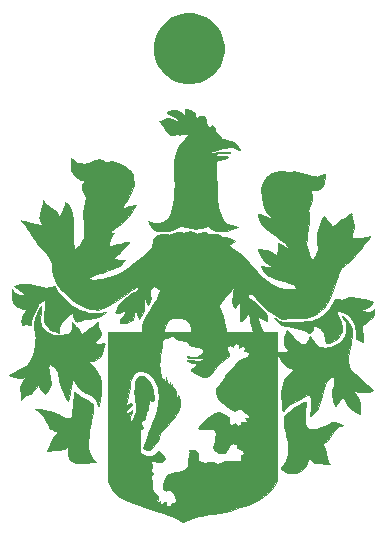
<source format=gbs>
G04 #@! TF.GenerationSoftware,KiCad,Pcbnew,(5.1.4)-1*
G04 #@! TF.CreationDate,2019-09-21T21:19:18-07:00*
G04 #@! TF.ProjectId,rudd_keychain_v2,72756464-5f6b-4657-9963-6861696e5f76,A*
G04 #@! TF.SameCoordinates,Original*
G04 #@! TF.FileFunction,Soldermask,Bot*
G04 #@! TF.FilePolarity,Negative*
%FSLAX46Y46*%
G04 Gerber Fmt 4.6, Leading zero omitted, Abs format (unit mm)*
G04 Created by KiCad (PCBNEW (5.1.4)-1) date 2019-09-21 21:19:18*
%MOMM*%
%LPD*%
G04 APERTURE LIST*
%ADD10C,0.01*%
%ADD11C,0.1*%
G04 APERTURE END LIST*
D10*
G36*
X0009051290Y0032320598D02*
G01*
X0009033090Y0032207554D01*
X0009018753Y0032030849D01*
X0009011343Y0031828419D01*
X0009011299Y0031825300D01*
X0009016542Y0031595005D01*
X0009045487Y0031420900D01*
X0009106739Y0031258705D01*
X0009131107Y0031208889D01*
X0009284169Y0030981988D01*
X0009484220Y0030791934D01*
X0009706086Y0030657311D01*
X0009924593Y0030596704D01*
X0009962543Y0030595089D01*
X0010099648Y0030583772D01*
X0010188423Y0030555565D01*
X0010199596Y0030545000D01*
X0010193726Y0030475895D01*
X0010144557Y0030354776D01*
X0010100994Y0030273837D01*
X0009997850Y0030044301D01*
X0009979193Y0029833397D01*
X0010046484Y0029615917D01*
X0010149235Y0029440714D01*
X0010255010Y0029264510D01*
X0010309495Y0029108374D01*
X0010314612Y0028942728D01*
X0010272283Y0028737996D01*
X0010208154Y0028533886D01*
X0010171125Y0028420277D01*
X0010143039Y0028316619D01*
X0010122979Y0028207527D01*
X0010110030Y0028077616D01*
X0010103275Y0027911501D01*
X0010101799Y0027693797D01*
X0010104685Y0027409118D01*
X0010111017Y0027042078D01*
X0010113022Y0026936153D01*
X0010136771Y0025690217D01*
X0009982469Y0025386753D01*
X0009885005Y0025209915D01*
X0009786678Y0025055141D01*
X0009719722Y0024968666D01*
X0009598853Y0024856780D01*
X0009475468Y0024766759D01*
X0009376208Y0024715943D01*
X0009331318Y0024715872D01*
X0009297919Y0024797404D01*
X0009267617Y0024958599D01*
X0009242087Y0025177529D01*
X0009222999Y0025432269D01*
X0009212027Y0025700890D01*
X0009210843Y0025961466D01*
X0009219919Y0026176354D01*
X0009237513Y0026729466D01*
X0009208372Y0027244348D01*
X0009134509Y0027704044D01*
X0009017937Y0028091594D01*
X0008982645Y0028174591D01*
X0008866736Y0028401555D01*
X0008762950Y0028542331D01*
X0008679954Y0028602860D01*
X0008580162Y0028646870D01*
X0008533945Y0028664527D01*
X0008527440Y0028619122D01*
X0008523283Y0028505153D01*
X0008522668Y0028448622D01*
X0008494708Y0028260096D01*
X0008408614Y0028023303D01*
X0008319468Y0027836769D01*
X0008223693Y0027657815D01*
X0008140721Y0027518373D01*
X0008083696Y0027439928D01*
X0008070821Y0027430374D01*
X0008029378Y0027467878D01*
X0007974942Y0027574971D01*
X0007943821Y0027657239D01*
X0007899859Y0027768618D01*
X0007842513Y0027859789D01*
X0007753612Y0027948793D01*
X0007614988Y0028053673D01*
X0007408473Y0028192471D01*
X0007397791Y0028199477D01*
X0007163175Y0028364382D01*
X0006966679Y0028523920D01*
X0006830173Y0028659823D01*
X0006800891Y0028698020D01*
X0006669435Y0028891473D01*
X0006669435Y0028675472D01*
X0006649461Y0028509493D01*
X0006597803Y0028303927D01*
X0006544558Y0028152145D01*
X0006469304Y0027930625D01*
X0006409333Y0027689684D01*
X0006386312Y0027549876D01*
X0006372559Y0027367103D01*
X0006388618Y0027234404D01*
X0006444323Y0027102234D01*
X0006491961Y0027017716D01*
X0006563570Y0026881012D01*
X0006600255Y0026781068D01*
X0006599140Y0026748660D01*
X0006540511Y0026748919D01*
X0006404884Y0026773422D01*
X0006212772Y0026817875D01*
X0005996068Y0026874831D01*
X0005703566Y0026952226D01*
X0005415490Y0027022225D01*
X0005153842Y0027080034D01*
X0004940625Y0027120855D01*
X0004797841Y0027139893D01*
X0004776412Y0027140688D01*
X0004788199Y0027109865D01*
X0004861153Y0027028426D01*
X0004980208Y0026912924D01*
X0005002016Y0026892856D01*
X0005214840Y0026661726D01*
X0005425463Y0026355747D01*
X0005548012Y0026143556D01*
X0005679245Y0025908504D01*
X0005796602Y0025712211D01*
X0005914312Y0025535666D01*
X0006046600Y0025359862D01*
X0006207695Y0025165787D01*
X0006411821Y0024934433D01*
X0006645678Y0024676888D01*
X0006902451Y0024385788D01*
X0007094519Y0024137910D01*
X0007233732Y0023909678D01*
X0007331937Y0023677515D01*
X0007400984Y0023417843D01*
X0007452720Y0023107087D01*
X0007459291Y0023057902D01*
X0007555144Y0022562234D01*
X0007714909Y0022091668D01*
X0007796960Y0021899626D01*
X0007874409Y0021745856D01*
X0007963320Y0021607806D01*
X0008079755Y0021462924D01*
X0008239776Y0021288657D01*
X0008417384Y0021105356D01*
X0008740453Y0020793601D01*
X0009076565Y0020501876D01*
X0009409843Y0020241908D01*
X0009724409Y0020025421D01*
X0010004388Y0019864143D01*
X0010220247Y0019773846D01*
X0010414693Y0019722693D01*
X0010659506Y0019669784D01*
X0010904235Y0019625945D01*
X0010922354Y0019623146D01*
X0011339873Y0019559560D01*
X0011798489Y0019743118D01*
X0012098539Y0019880569D01*
X0012449749Y0020074039D01*
X0012857770Y0020327028D01*
X0013328252Y0020643038D01*
X0013857635Y0021018887D01*
X0014070568Y0021170430D01*
X0014269591Y0021306914D01*
X0014431759Y0021412915D01*
X0014530735Y0021471312D01*
X0014695835Y0021555298D01*
X0014695835Y0021380634D01*
X0014690723Y0021288400D01*
X0014661717Y0021225126D01*
X0014588318Y0021172560D01*
X0014450022Y0021112454D01*
X0014352059Y0021074606D01*
X0014198568Y0021010106D01*
X0014064297Y0020936198D01*
X0013928569Y0020837393D01*
X0013770704Y0020698203D01*
X0013570026Y0020503139D01*
X0013513212Y0020446307D01*
X0013286044Y0020211545D01*
X0013123023Y0020025228D01*
X0013010727Y0019870181D01*
X0012935734Y0019729231D01*
X0012917188Y0019683685D01*
X0012861498Y0019529633D01*
X0012824833Y0019413853D01*
X0012816235Y0019373179D01*
X0012856962Y0019310467D01*
X0012969460Y0019300739D01*
X0013139207Y0019343351D01*
X0013260494Y0019392858D01*
X0013442970Y0019473587D01*
X0013552554Y0019509220D01*
X0013607737Y0019499065D01*
X0013627008Y0019442430D01*
X0013629035Y0019379079D01*
X0013599990Y0019262978D01*
X0013505127Y0019124852D01*
X0013382213Y0018994358D01*
X0013250288Y0018858365D01*
X0013180302Y0018762688D01*
X0013158012Y0018680421D01*
X0013168106Y0018589867D01*
X0013221556Y0018472108D01*
X0013327082Y0018416148D01*
X0013492940Y0018421599D01*
X0013727385Y0018488072D01*
X0013900416Y0018555420D01*
X0014280520Y0018713658D01*
X0014364413Y0019104473D01*
X0014406090Y0019295916D01*
X0014440685Y0019449903D01*
X0014461879Y0019538418D01*
X0014464042Y0019546088D01*
X0014490358Y0019527443D01*
X0014546917Y0019433789D01*
X0014623265Y0019283213D01*
X0014654274Y0019217043D01*
X0014828770Y0018837198D01*
X0015241158Y0019444488D01*
X0015215852Y0020058804D01*
X0015206612Y0020321337D01*
X0015205482Y0020499694D01*
X0015213995Y0020611083D01*
X0015233684Y0020672715D01*
X0015266080Y0020701798D01*
X0015273391Y0020704909D01*
X0015326966Y0020708030D01*
X0015351225Y0020648643D01*
X0015356235Y0020532399D01*
X0015403646Y0020288895D01*
X0015473992Y0020154804D01*
X0015591749Y0019981509D01*
X0015699048Y0020202362D01*
X0015753495Y0020328858D01*
X0015780665Y0020446356D01*
X0015784321Y0020590032D01*
X0015768224Y0020795063D01*
X0015765411Y0020822852D01*
X0015724476Y0021222488D01*
X0015890244Y0021393730D01*
X0016056011Y0021564971D01*
X0016315672Y0021419130D01*
X0016470824Y0021321940D01*
X0016550791Y0021240403D01*
X0016575235Y0021153756D01*
X0016575384Y0021144855D01*
X0016543124Y0020986736D01*
X0016448476Y0020757375D01*
X0016294780Y0020463003D01*
X0016085378Y0020109853D01*
X0015823609Y0019704156D01*
X0015723107Y0019555113D01*
X0015529910Y0019267932D01*
X0015387064Y0019045031D01*
X0015285015Y0018868632D01*
X0015214210Y0018720954D01*
X0015165095Y0018584218D01*
X0015130902Y0018453021D01*
X0015089514Y0018240722D01*
X0015060771Y0018035321D01*
X0015051435Y0017897760D01*
X0015051435Y0017691888D01*
X0012155835Y0017691888D01*
X0012155835Y0011365600D01*
X0012155836Y0005039311D01*
X0012277635Y0004798952D01*
X0012398880Y0004587992D01*
X0012553133Y0004359525D01*
X0012719896Y0004140527D01*
X0012878670Y0003957976D01*
X0013004943Y0003841767D01*
X0013218058Y0003707583D01*
X0013515291Y0003553766D01*
X0013882399Y0003386136D01*
X0014305139Y0003210510D01*
X0014769270Y0003032708D01*
X0015260547Y0002858547D01*
X0015764729Y0002693845D01*
X0015965835Y0002632213D01*
X0016482947Y0002475533D01*
X0016912535Y0002341927D01*
X0017265003Y0002227392D01*
X0017550752Y0002127922D01*
X0017780185Y0002039516D01*
X0017963703Y0001958169D01*
X0018111709Y0001879877D01*
X0018234605Y0001800637D01*
X0018340827Y0001718102D01*
X0018449189Y0001636311D01*
X0018527121Y0001594075D01*
X0018538569Y0001592375D01*
X0018600176Y0001612935D01*
X0018734498Y0001665655D01*
X0018921032Y0001742288D01*
X0019115435Y0001824387D01*
X0019384048Y0001935006D01*
X0019626348Y0002023320D01*
X0019865011Y0002094912D01*
X0020122712Y0002155362D01*
X0020422123Y0002210251D01*
X0020785921Y0002265161D01*
X0021055278Y0002301866D01*
X0021592668Y0002380221D01*
X0022062850Y0002465912D01*
X0022500216Y0002566830D01*
X0022939154Y0002690869D01*
X0023389676Y0002837564D01*
X0024019195Y0003068258D01*
X0024558171Y0003301071D01*
X0025017539Y0003543078D01*
X0025408235Y0003801355D01*
X0025741196Y0004082976D01*
X0026027356Y0004395014D01*
X0026234242Y0004677773D01*
X0026480979Y0005049457D01*
X0026493907Y0010494373D01*
X0026506498Y0015797436D01*
X0024093835Y0015797436D01*
X0024079221Y0015734781D01*
X0024024287Y0015674960D01*
X0023912395Y0015606016D01*
X0023726908Y0015515989D01*
X0023659886Y0015485541D01*
X0023396687Y0015348884D01*
X0023178102Y0015200055D01*
X0023019176Y0015051791D01*
X0022934955Y0014916824D01*
X0022925435Y0014863883D01*
X0022887698Y0014804798D01*
X0022788195Y0014706287D01*
X0022647489Y0014588462D01*
X0022629749Y0014574701D01*
X0022407433Y0014386618D01*
X0022229721Y0014202572D01*
X0022110129Y0014038584D01*
X0022062176Y0013910676D01*
X0022061835Y0013901585D01*
X0022026432Y0013816209D01*
X0021936881Y0013702472D01*
X0021884035Y0013650044D01*
X0021755700Y0013500878D01*
X0021706381Y0013367411D01*
X0021706235Y0013360885D01*
X0021665055Y0013238233D01*
X0021534298Y0013118609D01*
X0021527142Y0013113737D01*
X0021405681Y0013007987D01*
X0021325602Y0012894794D01*
X0021315722Y0012867780D01*
X0021306945Y0012709685D01*
X0021336547Y0012499746D01*
X0021395840Y0012276159D01*
X0021476136Y0012077119D01*
X0021508993Y0012018050D01*
X0021607192Y0011900450D01*
X0021770148Y0011748124D01*
X0021975450Y0011578541D01*
X0022200685Y0011409173D01*
X0022423443Y0011257488D01*
X0022621312Y0011140956D01*
X0022657994Y0011122395D01*
X0022794606Y0011060939D01*
X0022887401Y0011044553D01*
X0022982494Y0011071038D01*
X0023053417Y0011103526D01*
X0023202487Y0011160535D01*
X0023334301Y0011188814D01*
X0023350302Y0011189488D01*
X0023447577Y0011155042D01*
X0023585158Y0011065277D01*
X0023740322Y0010940554D01*
X0023890350Y0010801231D01*
X0024012518Y0010667670D01*
X0024084106Y0010560230D01*
X0024093835Y0010523232D01*
X0024054432Y0010423948D01*
X0023957489Y0010385081D01*
X0023834912Y0010418853D01*
X0023829690Y0010422035D01*
X0023773805Y0010451845D01*
X0023776442Y0010427576D01*
X0023839782Y0010336838D01*
X0023846230Y0010328104D01*
X0023917362Y0010197905D01*
X0023900572Y0010115758D01*
X0023794223Y0010079537D01*
X0023656030Y0010081123D01*
X0023524469Y0010083574D01*
X0023455469Y0010048400D01*
X0023411420Y0009954937D01*
X0023408035Y0009944888D01*
X0023327416Y0009815281D01*
X0023215839Y0009775592D01*
X0023095394Y0009829532D01*
X0023045225Y0009883957D01*
X0022975837Y0009965578D01*
X0022918465Y0009973782D01*
X0022826921Y0009914666D01*
X0022824741Y0009913071D01*
X0022679742Y0009846650D01*
X0022555306Y0009858762D01*
X0022475140Y0009942849D01*
X0022458709Y0010014313D01*
X0022447394Y0010173281D01*
X0022440152Y0010275088D01*
X0022430460Y0010398629D01*
X0022424279Y0010464857D01*
X0022376839Y0010519163D01*
X0022258515Y0010598118D01*
X0022092943Y0010689112D01*
X0021903759Y0010779534D01*
X0021714601Y0010856774D01*
X0021643615Y0010881357D01*
X0021524838Y0010912115D01*
X0021426157Y0010907613D01*
X0021307334Y0010860925D01*
X0021201236Y0010805219D01*
X0020999448Y0010679879D01*
X0020754442Y0010504692D01*
X0020494427Y0010302067D01*
X0020247613Y0010094410D01*
X0020042209Y0009904129D01*
X0019963305Y0009821903D01*
X0019848191Y0009689163D01*
X0019785902Y0009593836D01*
X0019784971Y0009529751D01*
X0019853934Y0009490733D01*
X0020001323Y0009470609D01*
X0020235674Y0009463207D01*
X0020460464Y0009462288D01*
X0021145093Y0009462288D01*
X0021234081Y0009326475D01*
X0021299623Y0009170090D01*
X0021316879Y0008965437D01*
X0021285361Y0008699399D01*
X0021204578Y0008358861D01*
X0021196844Y0008331107D01*
X0021138464Y0008116051D01*
X0021107774Y0007973068D01*
X0021102738Y0007877078D01*
X0021121320Y0007802998D01*
X0021149433Y0007746907D01*
X0021286702Y0007596473D01*
X0021487303Y0007490264D01*
X0021719295Y0007437221D01*
X0021950736Y0007446282D01*
X0022079243Y0007486690D01*
X0022196132Y0007580668D01*
X0022285916Y0007720514D01*
X0022315835Y0007839791D01*
X0022341665Y0007910311D01*
X0022405985Y0008025389D01*
X0022429279Y0008061973D01*
X0022576290Y0008209398D01*
X0022758884Y0008262733D01*
X0022970865Y0008220503D01*
X0023014335Y0008201371D01*
X0023141996Y0008126579D01*
X0023175268Y0008065093D01*
X0023128635Y0008014488D01*
X0023079505Y0007952951D01*
X0023126977Y0007896397D01*
X0023217535Y0007863636D01*
X0023357870Y0007812153D01*
X0023510870Y0007733937D01*
X0023522335Y0007726985D01*
X0023652770Y0007610387D01*
X0023684573Y0007488686D01*
X0023617378Y0007371807D01*
X0023537590Y0007312879D01*
X0023450300Y0007253928D01*
X0023410422Y0007189658D01*
X0023406113Y0007085240D01*
X0023418678Y0006963187D01*
X0023432684Y0006811305D01*
X0023424815Y0006739092D01*
X0023390771Y0006726151D01*
X0023370062Y0006732537D01*
X0023286298Y0006749546D01*
X0023128548Y0006769537D01*
X0022924237Y0006789280D01*
X0022815875Y0006797851D01*
X0022581900Y0006812159D01*
X0022408781Y0006810826D01*
X0022256298Y0006788552D01*
X0022084235Y0006740038D01*
X0021901445Y0006677355D01*
X0021461655Y0006522070D01*
X0021209152Y0006618014D01*
X0021047992Y0006670807D01*
X0020907155Y0006689268D01*
X0020738907Y0006676952D01*
X0020632942Y0006660914D01*
X0020437179Y0006634962D01*
X0020292906Y0006637460D01*
X0020153020Y0006672325D01*
X0020055235Y0006708960D01*
X0019908456Y0006771582D01*
X0019832581Y0006828060D01*
X0019803583Y0006908454D01*
X0019797622Y0007031269D01*
X0019792448Y0007267428D01*
X0019781867Y0007422433D01*
X0019759391Y0007516724D01*
X0019718534Y0007570741D01*
X0019652812Y0007604923D01*
X0019610735Y0007620214D01*
X0019443828Y0007669523D01*
X0019260585Y0007711299D01*
X0019246941Y0007713810D01*
X0019121824Y0007731554D01*
X0019073518Y0007718464D01*
X0019079957Y0007667062D01*
X0019083222Y0007658326D01*
X0019093648Y0007546659D01*
X0019069804Y0007409835D01*
X0019044992Y0007289849D01*
X0019019189Y0007100670D01*
X0018996478Y0006874576D01*
X0018987894Y0006762692D01*
X0018954379Y0006272895D01*
X0018742807Y0006123420D01*
X0018588667Y0006035936D01*
X0018376419Y0005954310D01*
X0018088646Y0005872356D01*
X0017921635Y0005831798D01*
X0017602229Y0005750304D01*
X0017366819Y0005667579D01*
X0017198616Y0005569525D01*
X0017080836Y0005442045D01*
X0016996689Y0005271043D01*
X0016929391Y0005042421D01*
X0016916232Y0004987497D01*
X0016865043Y0004761069D01*
X0016839087Y0004609641D01*
X0016839040Y0004509621D01*
X0016865579Y0004437422D01*
X0016919383Y0004369454D01*
X0016934442Y0004353263D01*
X0017019086Y0004281189D01*
X0017107858Y0004268897D01*
X0017215436Y0004295501D01*
X0017316251Y0004320602D01*
X0017393852Y0004312331D01*
X0017478286Y0004258062D01*
X0017599601Y0004145169D01*
X0017619429Y0004125743D01*
X0017734809Y0004000589D01*
X0017808620Y0003897098D01*
X0017824868Y0003843162D01*
X0017834385Y0003761180D01*
X0017879736Y0003673798D01*
X0017933643Y0003517227D01*
X0017924401Y0003388566D01*
X0017891474Y0003270342D01*
X0017829504Y0003222450D01*
X0017716134Y0003213888D01*
X0017599517Y0003201893D01*
X0017541933Y0003172447D01*
X0017540635Y0003166717D01*
X0017497200Y0003076094D01*
X0017393473Y0002997555D01*
X0017269321Y0002960232D01*
X0017257607Y0002959888D01*
X0017162317Y0002982785D01*
X0017134380Y0003069304D01*
X0017134235Y0003080668D01*
X0017103092Y0003202894D01*
X0017056199Y0003266213D01*
X0016991752Y0003297472D01*
X0016918839Y0003267326D01*
X0016837519Y0003196233D01*
X0016721528Y0003094836D01*
X0016657170Y0003072427D01*
X0016630304Y0003130557D01*
X0016626235Y0003219396D01*
X0016617748Y0003326838D01*
X0016574290Y0003357953D01*
X0016491911Y0003343590D01*
X0016357587Y0003309876D01*
X0016389667Y0003582822D01*
X0016404883Y0003742428D01*
X0016392628Y0003839920D01*
X0016337824Y0003914023D01*
X0016226109Y0004002928D01*
X0016030123Y0004210252D01*
X0015919029Y0004472157D01*
X0015893934Y0004785748D01*
X0015899426Y0004855328D01*
X0015907391Y0005046128D01*
X0015884258Y0005151593D01*
X0015870626Y0005165739D01*
X0015819264Y0005249820D01*
X0015816509Y0005379006D01*
X0015857382Y0005512087D01*
X0015922818Y0005597576D01*
X0016032201Y0005686149D01*
X0015912109Y0005848583D01*
X0015837506Y0005957939D01*
X0015820166Y0006035051D01*
X0015855643Y0006128390D01*
X0015881909Y0006177938D01*
X0015937706Y0006294707D01*
X0015941835Y0006377481D01*
X0015894312Y0006479734D01*
X0015882019Y0006501297D01*
X0015826587Y0006617144D01*
X0015829254Y0006692896D01*
X0015859856Y0006739211D01*
X0015960024Y0006807068D01*
X0016069106Y0006812833D01*
X0016145590Y0006755751D01*
X0016150665Y0006744488D01*
X0016220304Y0006690724D01*
X0016354611Y0006668099D01*
X0016521866Y0006675633D01*
X0016690348Y0006712340D01*
X0016809458Y0006764906D01*
X0016945322Y0006869668D01*
X0016994175Y0006974963D01*
X0016955050Y0007094846D01*
X0016826980Y0007243372D01*
X0016773063Y0007293811D01*
X0016645262Y0007422152D01*
X0016555598Y0007535887D01*
X0016524635Y0007605660D01*
X0016503504Y0007635312D01*
X0016433584Y0007603933D01*
X0016305085Y0007506439D01*
X0016257935Y0007467158D01*
X0016037109Y0007295976D01*
X0015855240Y0007197232D01*
X0015687657Y0007164154D01*
X0015509690Y0007189970D01*
X0015391666Y0007229383D01*
X0015212560Y0007298614D01*
X0015080563Y0007360967D01*
X0014988241Y0007432623D01*
X0014928157Y0007529759D01*
X0014892877Y0007668553D01*
X0014874967Y0007865184D01*
X0014866991Y0008135829D01*
X0014863322Y0008379060D01*
X0014859166Y0008745889D01*
X0014860059Y0009023749D01*
X0014867807Y0009225217D01*
X0014884213Y0009362874D01*
X0014911083Y0009449297D01*
X0014950222Y0009497065D01*
X0015003433Y0009518757D01*
X0015027408Y0009522739D01*
X0015149046Y0009538488D01*
X0015051261Y0009755870D01*
X0014989028Y0009969140D01*
X0015015133Y0010134148D01*
X0015129117Y0010249313D01*
X0015203544Y0010282599D01*
X0015299223Y0010326484D01*
X0015343605Y0010392456D01*
X0015355916Y0010515578D01*
X0015356235Y0010561090D01*
X0015372143Y0010735416D01*
X0015413207Y0010907408D01*
X0015469441Y0011048315D01*
X0015530861Y0011129383D01*
X0015556843Y0011138688D01*
X0015585489Y0011186821D01*
X0015603991Y0011321182D01*
X0015610235Y0011516690D01*
X0015616899Y0011703689D01*
X0015634492Y0011848781D01*
X0015659413Y0011924089D01*
X0015663269Y0011927469D01*
X0015739141Y0011925621D01*
X0015845477Y0011875608D01*
X0015943949Y0011823999D01*
X0016001238Y0011817576D01*
X0016001600Y0011817920D01*
X0016042504Y0011916978D01*
X0016058661Y0012090235D01*
X0016052390Y0012313961D01*
X0016026005Y0012564425D01*
X0015981824Y0012817898D01*
X0015922162Y0013050647D01*
X0015866473Y0013202307D01*
X0015725556Y0013450397D01*
X0015542507Y0013669968D01*
X0015337403Y0013843447D01*
X0015130321Y0013953266D01*
X0014973851Y0013983488D01*
X0014823500Y0013937233D01*
X0014676601Y0013813494D01*
X0014554438Y0013634808D01*
X0014489744Y0013470816D01*
X0014449525Y0013245948D01*
X0014427951Y0012948782D01*
X0014424677Y0012606830D01*
X0014439357Y0012247604D01*
X0014471648Y0011898615D01*
X0014512842Y0011629731D01*
X0014556376Y0011383993D01*
X0014577390Y0011209365D01*
X0014577114Y0011078169D01*
X0014556777Y0010962730D01*
X0014544433Y0010918531D01*
X0014478377Y0010731344D01*
X0014394063Y0010538534D01*
X0014303301Y0010361972D01*
X0014217899Y0010223529D01*
X0014149666Y0010145078D01*
X0014121880Y0010135900D01*
X0014067583Y0010202808D01*
X0014048237Y0010339019D01*
X0014063333Y0010518628D01*
X0014112362Y0010715728D01*
X0014134469Y0010776578D01*
X0014191565Y0010925423D01*
X0014229400Y0011031710D01*
X0014238635Y0011065090D01*
X0014201064Y0011054318D01*
X0014105418Y0010999765D01*
X0014038368Y0010956799D01*
X0013881536Y0010871817D01*
X0013782946Y0010866481D01*
X0013736369Y0010941915D01*
X0013730635Y0011012246D01*
X0013764768Y0011116667D01*
X0013875905Y0011229817D01*
X0013959235Y0011291088D01*
X0014114713Y0011423751D01*
X0014186497Y0011545761D01*
X0014168988Y0011646584D01*
X0014156145Y0011661445D01*
X0014096180Y0011659519D01*
X0013981283Y0011617993D01*
X0013920116Y0011588889D01*
X0013715777Y0011484643D01*
X0013746892Y0011654566D01*
X0013773774Y0011778506D01*
X0013819751Y0011968326D01*
X0013876933Y0012191952D01*
X0013906721Y0012304406D01*
X0013986265Y0012662197D01*
X0014029659Y0012995281D01*
X0014035719Y0013142606D01*
X0014051632Y0013467706D01*
X0014104094Y0013720903D01*
X0014201064Y0013927785D01*
X0014331699Y0014094171D01*
X0014559300Y0014269849D01*
X0014821687Y0014358466D01*
X0015104397Y0014361827D01*
X0015392969Y0014281735D01*
X0015672939Y0014119997D01*
X0015913954Y0013896712D01*
X0016059690Y0013722700D01*
X0016164830Y0013568557D01*
X0016245597Y0013402424D01*
X0016318212Y0013192443D01*
X0016376988Y0012987364D01*
X0016426998Y0012785207D01*
X0016456608Y0012601874D01*
X0016468753Y0012402966D01*
X0016466368Y0012154088D01*
X0016460838Y0012004731D01*
X0016450056Y0011796329D01*
X0016434008Y0011610925D01*
X0016408657Y0011434105D01*
X0016369966Y0011251460D01*
X0016313897Y0011048577D01*
X0016236413Y0010811047D01*
X0016133476Y0010524457D01*
X0016001049Y0010174396D01*
X0015835095Y0009746453D01*
X0015810571Y0009683640D01*
X0015683126Y0009352746D01*
X0015560816Y0009026718D01*
X0015451438Y0008726982D01*
X0015362791Y0008474966D01*
X0015302672Y0008292097D01*
X0015295626Y0008268665D01*
X0015180378Y0007876939D01*
X0015299335Y0007780614D01*
X0015452327Y0007698361D01*
X0015614069Y0007698311D01*
X0015791703Y0007783715D01*
X0015992373Y0007957823D01*
X0016194377Y0008187844D01*
X0016346138Y0008386575D01*
X0016441892Y0008544954D01*
X0016497978Y0008693959D01*
X0016522482Y0008809848D01*
X0016562440Y0009023192D01*
X0016607057Y0009163733D01*
X0016671947Y0009259675D01*
X0016772723Y0009339223D01*
X0016837808Y0009379497D01*
X0016944397Y0009465902D01*
X0017094367Y0009617858D01*
X0017272992Y0009817573D01*
X0017465545Y0010047256D01*
X0017657299Y0010289115D01*
X0017833528Y0010525358D01*
X0017979504Y0010738194D01*
X0018031150Y0010821174D01*
X0018183789Y0011153205D01*
X0018267094Y0011506656D01*
X0018278577Y0011855801D01*
X0018215749Y0012174911D01*
X0018172471Y0012281688D01*
X0018135008Y0012355002D01*
X0018116177Y0012366633D01*
X0018113270Y0012304680D01*
X0018123580Y0012157238D01*
X0018129131Y0012091188D01*
X0018140185Y0011919807D01*
X0018141367Y0011796860D01*
X0018132456Y0011748324D01*
X0018132080Y0011748288D01*
X0018111418Y0011794749D01*
X0018074128Y0011921501D01*
X0018025363Y0012109598D01*
X0017970280Y0012340093D01*
X0017966101Y0012358285D01*
X0017905635Y0012614674D01*
X0017859413Y0012786378D01*
X0017821494Y0012888286D01*
X0017785933Y0012935289D01*
X0017746790Y0012942274D01*
X0017734300Y0012939062D01*
X0017673781Y0012935398D01*
X0017646636Y0012991100D01*
X0017640202Y0013103765D01*
X0017638168Y0013297688D01*
X0017551302Y0013145288D01*
X0017464435Y0012992888D01*
X0017434616Y0013272288D01*
X0017417751Y0013414223D01*
X0017406688Y0013459766D01*
X0017399329Y0013413817D01*
X0017396516Y0013361188D01*
X0017381639Y0013238631D01*
X0017355145Y0013173772D01*
X0017347760Y0013170688D01*
X0017313590Y0013215213D01*
X0017258163Y0013333687D01*
X0017191707Y0013503462D01*
X0017169969Y0013564388D01*
X0017111869Y0013726396D01*
X0017072940Y0013825779D01*
X0017058753Y0013848799D01*
X0017061810Y0013831088D01*
X0017100434Y0013626561D01*
X0017118945Y0013451551D01*
X0017119579Y0013318053D01*
X0017104570Y0013238057D01*
X0017076153Y0013223558D01*
X0017036561Y0013286547D01*
X0016988454Y0013437388D01*
X0016935219Y0013616795D01*
X0016893032Y0013712741D01*
X0016866402Y0013721200D01*
X0016859836Y0013638143D01*
X0016867063Y0013545839D01*
X0016878734Y0013391148D01*
X0016870707Y0013333067D01*
X0016844224Y0013368790D01*
X0016800531Y0013495508D01*
X0016740869Y0013710414D01*
X0016672699Y0013984641D01*
X0016594461Y0014335570D01*
X0016547657Y0014613021D01*
X0016530572Y0014839557D01*
X0016541492Y0015037739D01*
X0016578185Y0015228088D01*
X0016604751Y0015387285D01*
X0016622787Y0015598538D01*
X0016628099Y0015786888D01*
X0016639516Y0016020401D01*
X0016672190Y0016207063D01*
X0016700252Y0016283160D01*
X0016749558Y0016462312D01*
X0016743452Y0016678542D01*
X0016731714Y0016842631D01*
X0016751841Y0016949071D01*
X0016813389Y0017039335D01*
X0016831015Y0017058570D01*
X0016992117Y0017164776D01*
X0017106387Y0017183888D01*
X0017260015Y0017209916D01*
X0017377368Y0017263275D01*
X0017522867Y0017320548D01*
X0017682157Y0017319865D01*
X0017815179Y0017265656D01*
X0017865712Y0017209288D01*
X0017914103Y0017121534D01*
X0017932505Y0017088352D01*
X0017984128Y0017072840D01*
X0018112998Y0017047723D01*
X0018295731Y0017017364D01*
X0018388708Y0017003242D01*
X0018630082Y0016961428D01*
X0018795626Y0016911661D01*
X0018910929Y0016839923D01*
X0019001581Y0016732196D01*
X0019059724Y0016635669D01*
X0019127684Y0016590218D01*
X0019273663Y0016536026D01*
X0019475432Y0016480864D01*
X0019553000Y0016463224D01*
X0019847800Y0016390860D01*
X0020051687Y0016318970D01*
X0020175178Y0016242208D01*
X0020228794Y0016155230D01*
X0020233035Y0016117685D01*
X0020192375Y0015997202D01*
X0020087910Y0015857037D01*
X0019945915Y0015724501D01*
X0019792666Y0015626903D01*
X0019740585Y0015605838D01*
X0019565742Y0015575566D01*
X0019342179Y0015572124D01*
X0019118643Y0015593665D01*
X0018950335Y0015635740D01*
X0018875888Y0015641083D01*
X0018861435Y0015613266D01*
X0018908419Y0015539210D01*
X0019050107Y0015491478D01*
X0019287608Y0015469894D01*
X0019622029Y0015474284D01*
X0019712335Y0015478924D01*
X0019964853Y0015491453D01*
X0020132182Y0015493901D01*
X0020230337Y0015485146D01*
X0020275335Y0015464066D01*
X0020283835Y0015438876D01*
X0020240761Y0015376586D01*
X0020132829Y0015307866D01*
X0020084636Y0015286416D01*
X0019933469Y0015240636D01*
X0019776320Y0015232544D01*
X0019589336Y0015255206D01*
X0019377955Y0015283102D01*
X0019165220Y0015300777D01*
X0019066450Y0015303994D01*
X0018931229Y0015300733D01*
X0018880855Y0015284487D01*
X0018898651Y0015246279D01*
X0018919225Y0015224728D01*
X0019012057Y0015174022D01*
X0019166365Y0015128112D01*
X0019287628Y0015105970D01*
X0019514015Y0015057371D01*
X0019641911Y0014988554D01*
X0019670623Y0014902870D01*
X0019599454Y0014803670D01*
X0019427712Y0014694307D01*
X0019377977Y0014669975D01*
X0019238999Y0014583017D01*
X0019180644Y0014498607D01*
X0019207345Y0014430558D01*
X0019290572Y0014397627D01*
X0019389037Y0014350572D01*
X0019507847Y0014258303D01*
X0019531700Y0014235439D01*
X0019667190Y0014134373D01*
X0019858291Y0014032143D01*
X0020066542Y0013945610D01*
X0020253482Y0013891635D01*
X0020338173Y0013881888D01*
X0020481814Y0013908831D01*
X0020660622Y0013976471D01*
X0020828123Y0014065029D01*
X0020909682Y0014125126D01*
X0020995939Y0014227760D01*
X0021085699Y0014369689D01*
X0021101050Y0014398623D01*
X0021231743Y0014599930D01*
X0021425448Y0014830107D01*
X0021658457Y0015065094D01*
X0021907059Y0015280830D01*
X0022128268Y0015441046D01*
X0022307500Y0015560409D01*
X0022409302Y0015651929D01*
X0022442696Y0015741141D01*
X0022416701Y0015853576D01*
X0022340337Y0016014770D01*
X0022334800Y0016025666D01*
X0022270343Y0016230684D01*
X0022297938Y0016405093D01*
X0022349109Y0016481388D01*
X0022471721Y0016564717D01*
X0022600376Y0016547126D01*
X0022680135Y0016490215D01*
X0022750693Y0016440177D01*
X0022772933Y0016468130D01*
X0022773035Y0016473515D01*
X0022816114Y0016584117D01*
X0022918938Y0016680248D01*
X0023041896Y0016726223D01*
X0023054089Y0016726688D01*
X0023189833Y0016684367D01*
X0023265226Y0016573539D01*
X0023269075Y0016449763D01*
X0023245159Y0016324653D01*
X0023371548Y0016424071D01*
X0023532550Y0016511712D01*
X0023668699Y0016504372D01*
X0023728075Y0016462529D01*
X0023782089Y0016348279D01*
X0023776100Y0016212240D01*
X0023730918Y0016130091D01*
X0023707612Y0016091131D01*
X0023769505Y0016097297D01*
X0023777021Y0016099227D01*
X0023894546Y0016083749D01*
X0024005951Y0015999423D01*
X0024080128Y0015875885D01*
X0024093835Y0015797436D01*
X0026506498Y0015797436D01*
X0026506835Y0015939288D01*
X0026702587Y0015561828D01*
X0026808974Y0015364216D01*
X0026913095Y0015183373D01*
X0026995381Y0015053048D01*
X0027007387Y0015036163D01*
X0027164204Y0014880568D01*
X0027378991Y0014739849D01*
X0027608764Y0014640329D01*
X0027687935Y0014619433D01*
X0027799908Y0014584871D01*
X0027852472Y0014546551D01*
X0027853036Y0014542956D01*
X0027819381Y0014490502D01*
X0027729349Y0014385752D01*
X0027599338Y0014247305D01*
X0027531887Y0014178692D01*
X0027284304Y0013900170D01*
X0027097065Y0013614213D01*
X0026965683Y0013304731D01*
X0026885673Y0012955636D01*
X0026852549Y0012550838D01*
X0026861825Y0012074248D01*
X0026878406Y0011834906D01*
X0026906327Y0011501872D01*
X0026930305Y0011260900D01*
X0026953860Y0011102725D01*
X0026980513Y0011018084D01*
X0027013784Y0010997713D01*
X0027057193Y0011032349D01*
X0027114261Y0011112727D01*
X0027138481Y0011150532D01*
X0027216516Y0011259635D01*
X0027312549Y0011361776D01*
X0027439137Y0011465441D01*
X0027608838Y0011579116D01*
X0027834208Y0011711286D01*
X0028127805Y0011870437D01*
X0028458692Y0012042694D01*
X0029191348Y0012419762D01*
X0029291580Y0012224389D01*
X0029331031Y0012138357D01*
X0029357163Y0012048568D01*
X0029371459Y0011934958D01*
X0029375404Y0011777460D01*
X0029370482Y0011556011D01*
X0029360182Y0011296686D01*
X0029328553Y0010564355D01*
X0029467094Y0010684537D01*
X0029621224Y0010824848D01*
X0029746228Y0010959286D01*
X0029850060Y0011104028D01*
X0029940675Y0011275247D01*
X0030026029Y0011489121D01*
X0030114077Y0011761823D01*
X0030212774Y0012109529D01*
X0030267248Y0012311490D01*
X0030375048Y0012701884D01*
X0030469483Y0013007609D01*
X0030557725Y0013243500D01*
X0030646944Y0013424391D01*
X0030744311Y0013565117D01*
X0030856997Y0013680513D01*
X0030973198Y0013771934D01*
X0031207794Y0013940408D01*
X0031283015Y0013760380D01*
X0031343873Y0013561640D01*
X0031348214Y0013366378D01*
X0031294538Y0013139765D01*
X0031251059Y0013018288D01*
X0031180002Y0012727721D01*
X0031161030Y0012392651D01*
X0031192467Y0012053903D01*
X0031272638Y0011752305D01*
X0031306184Y0011674673D01*
X0031377360Y0011542542D01*
X0031436299Y0011458863D01*
X0031458022Y0011443488D01*
X0031502620Y0011482592D01*
X0031588663Y0011587348D01*
X0031701160Y0011738926D01*
X0031761331Y0011824488D01*
X0031881506Y0011992154D01*
X0031982835Y0012122193D01*
X0032050236Y0012195763D01*
X0032066282Y0012205488D01*
X0032104123Y0012161716D01*
X0032161855Y0012047489D01*
X0032220961Y0011903026D01*
X0032341694Y0011653756D01*
X0032516342Y0011432232D01*
X0032600820Y0011348288D01*
X0032793537Y0011178232D01*
X0032990810Y0011024865D01*
X0033176072Y0010898727D01*
X0033332755Y0010810359D01*
X0033444291Y0010770300D01*
X0033491096Y0010781891D01*
X0033513967Y0010860535D01*
X0033538034Y0011008713D01*
X0033558136Y0011194556D01*
X0033558356Y0011197176D01*
X0033552198Y0011597748D01*
X0033465520Y0011953150D01*
X0033301569Y0012252973D01*
X0033188672Y0012381690D01*
X0033075910Y0012502757D01*
X0033001511Y0012603637D01*
X0032983835Y0012647598D01*
X0032991701Y0012708475D01*
X0032996535Y0012713447D01*
X0033048632Y0012703834D01*
X0033174611Y0012678477D01*
X0033348926Y0012642530D01*
X0033378704Y0012636326D01*
X0033692917Y0012595812D01*
X0034001505Y0012600663D01*
X0034275136Y0012648164D01*
X0034484476Y0012735606D01*
X0034489831Y0012739063D01*
X0034612004Y0012819114D01*
X0033836020Y0013490065D01*
X0033501144Y0013780548D01*
X0033235090Y0014014686D01*
X0033029222Y0014201887D01*
X0032874907Y0014351558D01*
X0032763510Y0014473104D01*
X0032686396Y0014575932D01*
X0032634930Y0014669449D01*
X0032600479Y0014763062D01*
X0032574908Y0014863940D01*
X0032536289Y0015171141D01*
X0032537654Y0015549324D01*
X0032577263Y0015976833D01*
X0032653376Y0016432013D01*
X0032726573Y0016752088D01*
X0032787204Y0017002223D01*
X0032836790Y0017230129D01*
X0032870146Y0017410346D01*
X0032882096Y0017516115D01*
X0032842212Y0017835652D01*
X0032732244Y0018172995D01*
X0032567530Y0018496621D01*
X0032363409Y0018775003D01*
X0032190498Y0018937573D01*
X0032015328Y0019071181D01*
X0032200047Y0018724435D01*
X0032294720Y0018538916D01*
X0032347823Y0018400217D01*
X0032368761Y0018267267D01*
X0032366938Y0018099000D01*
X0032362182Y0018016425D01*
X0032312385Y0017692903D01*
X0032211040Y0017380880D01*
X0032070173Y0017107691D01*
X0031901810Y0016900676D01*
X0031853404Y0016859831D01*
X0031722085Y0016775503D01*
X0031532285Y0016672740D01*
X0031319918Y0016570690D01*
X0031268230Y0016547845D01*
X0031019550Y0016449162D01*
X0030817802Y0016393942D01*
X0030623357Y0016372446D01*
X0030548861Y0016371088D01*
X0030287297Y0016387864D01*
X0030072255Y0016446579D01*
X0029884228Y0016559812D01*
X0029703706Y0016740144D01*
X0029511182Y0017000154D01*
X0029464676Y0017070218D01*
X0029289808Y0017337548D01*
X0029168007Y0017100866D01*
X0029014089Y0016868787D01*
X0028837834Y0016718924D01*
X0028650455Y0016660459D01*
X0028629680Y0016660002D01*
X0028558772Y0016675121D01*
X0028469154Y0016725913D01*
X0028349019Y0016821983D01*
X0028186561Y0016972932D01*
X0027969973Y0017188366D01*
X0027929235Y0017229737D01*
X0027736291Y0017428321D01*
X0027569612Y0017604088D01*
X0027441942Y0017743268D01*
X0027366020Y0017832091D01*
X0027350796Y0017854875D01*
X0027326260Y0017837263D01*
X0027277592Y0017741842D01*
X0027213612Y0017586911D01*
X0027185696Y0017512341D01*
X0027081066Y0017170666D01*
X0027043665Y0016889500D01*
X0027075189Y0016651717D01*
X0027177330Y0016440186D01*
X0027307412Y0016282090D01*
X0027400443Y0016170383D01*
X0027422565Y0016093575D01*
X0027366726Y0016046829D01*
X0027225872Y0016025310D01*
X0026992951Y0016024182D01*
X0026933912Y0016026005D01*
X0026506835Y0016040888D01*
X0026478919Y0017691888D01*
X0025323606Y0017691888D01*
X0024494615Y0017691888D01*
X0023329025Y0017691888D01*
X0019231147Y0017691888D01*
X0016924810Y0017691888D01*
X0016960021Y0017933188D01*
X0017001972Y0018141918D01*
X0017061934Y0018357480D01*
X0017077482Y0018403088D01*
X0017139474Y0018543216D01*
X0017222666Y0018642389D01*
X0017357534Y0018731988D01*
X0017439085Y0018775427D01*
X0017605309Y0018853642D01*
X0017744986Y0018893840D01*
X0017903372Y0018904721D01*
X0018076814Y0018897993D01*
X0018395937Y0018853667D01*
X0018680557Y0018765576D01*
X0018910482Y0018642628D01*
X0019065523Y0018493730D01*
X0019091986Y0018450116D01*
X0019144963Y0018304599D01*
X0019188053Y0018110910D01*
X0019204255Y0017988451D01*
X0019231147Y0017691888D01*
X0023329025Y0017691888D01*
X0022997098Y0017693472D01*
X0022701921Y0017697912D01*
X0022457698Y0017704745D01*
X0022278632Y0017713507D01*
X0022178928Y0017723734D01*
X0022163052Y0017729988D01*
X0022155622Y0017796473D01*
X0022136580Y0017932945D01*
X0022111809Y0018098288D01*
X0022017104Y0018613055D01*
X0021901939Y0019048958D01*
X0021760324Y0019427703D01*
X0021720720Y0019514656D01*
X0021634912Y0019703980D01*
X0021589887Y0019846172D01*
X0021590202Y0019967413D01*
X0021640413Y0020093879D01*
X0021745079Y0020251750D01*
X0021880047Y0020429905D01*
X0021999673Y0020578431D01*
X0022148083Y0020752518D01*
X0022311230Y0020936952D01*
X0022475068Y0021116519D01*
X0022625549Y0021276004D01*
X0022748627Y0021400193D01*
X0022830255Y0021473873D01*
X0022855855Y0021486802D01*
X0022854775Y0021432468D01*
X0022837800Y0021298887D01*
X0022807872Y0021106651D01*
X0022771337Y0020895185D01*
X0022732445Y0020655905D01*
X0022705837Y0020444967D01*
X0022694192Y0020287323D01*
X0022698144Y0020213554D01*
X0022746179Y0020068505D01*
X0022807680Y0019919143D01*
X0022868651Y0019795739D01*
X0022915097Y0019728565D01*
X0022924539Y0019723888D01*
X0022970567Y0019761831D01*
X0023053454Y0019859815D01*
X0023126698Y0019957387D01*
X0023230554Y0020089640D01*
X0023297531Y0020141223D01*
X0023337930Y0020122487D01*
X0023353067Y0020048630D01*
X0023364084Y0019894104D01*
X0023370120Y0019679789D01*
X0023370314Y0019426564D01*
X0023369355Y0019360006D01*
X0023367409Y0019103898D01*
X0023370511Y0018884985D01*
X0023378025Y0018722944D01*
X0023389316Y0018637451D01*
X0023392943Y0018630032D01*
X0023465484Y0018621523D01*
X0023575243Y0018677796D01*
X0023700068Y0018781182D01*
X0023817807Y0018914014D01*
X0023890635Y0019026999D01*
X0023977049Y0019163351D01*
X0024059207Y0019250411D01*
X0024120942Y0019275418D01*
X0024146012Y0019228588D01*
X0024169844Y0018891409D01*
X0024214091Y0018559412D01*
X0024273648Y0018261696D01*
X0024343411Y0018027362D01*
X0024366409Y0017971927D01*
X0024494615Y0017691888D01*
X0025323606Y0017691888D01*
X0025088605Y0018279134D01*
X0024976370Y0018568209D01*
X0024909009Y0018771840D01*
X0024889380Y0018897090D01*
X0024920343Y0018951023D01*
X0025004759Y0018940701D01*
X0025145485Y0018873187D01*
X0025294069Y0018786639D01*
X0025447152Y0018701496D01*
X0025566973Y0018647839D01*
X0025626814Y0018637237D01*
X0025655670Y0018704844D01*
X0025666212Y0018836070D01*
X0025659824Y0018994863D01*
X0025637892Y0019145170D01*
X0025603335Y0019248305D01*
X0025533984Y0019333634D01*
X0025410071Y0019455152D01*
X0025257732Y0019587320D01*
X0025249535Y0019593996D01*
X0025108031Y0019714660D01*
X0025004269Y0019814226D01*
X0024958158Y0019873389D01*
X0024957435Y0019877228D01*
X0024917399Y0019932220D01*
X0024802281Y0020040011D01*
X0024619569Y0020194195D01*
X0024376750Y0020388366D01*
X0024196920Y0020527852D01*
X0024077478Y0020655778D01*
X0024043035Y0020794552D01*
X0024053564Y0020894878D01*
X0024105734Y0020935669D01*
X0024218464Y0020943088D01*
X0024371153Y0020916317D01*
X0024478130Y0020821247D01*
X0024485164Y0020811319D01*
X0024555405Y0020719726D01*
X0024674936Y0020573733D01*
X0024825737Y0020395045D01*
X0024957435Y0020242395D01*
X0025124134Y0020058557D01*
X0025285445Y0019900337D01*
X0025462607Y0019750233D01*
X0025676855Y0019590741D01*
X0025949429Y0019404358D01*
X0026075035Y0019321318D01*
X0026811635Y0018837395D01*
X0027726035Y0018851502D01*
X0028203417Y0018863459D01*
X0028595708Y0018885362D01*
X0028919208Y0018920573D01*
X0029190211Y0018972455D01*
X0029425017Y0019044372D01*
X0029639921Y0019139684D01*
X0029851220Y0019261756D01*
X0029914925Y0019303157D01*
X0030205391Y0019520239D01*
X0030454824Y0019764202D01*
X0030671934Y0020048981D01*
X0030865433Y0020388509D01*
X0031044032Y0020796721D01*
X0031216442Y0021287551D01*
X0031277152Y0021482154D01*
X0031376037Y0021786829D01*
X0031495286Y0022123263D01*
X0031617165Y0022442607D01*
X0031690087Y0022619488D01*
X0031919543Y0023152888D01*
X0032327520Y0023432288D01*
X0032461618Y0023527828D01*
X0032584648Y0023626022D01*
X0032707852Y0023738813D01*
X0032842471Y0023878143D01*
X0032999747Y0024055955D01*
X0033190922Y0024284189D01*
X0033427237Y0024574789D01*
X0033568807Y0024750914D01*
X0033791002Y0025029118D01*
X0033989861Y0025280227D01*
X0034157207Y0025493741D01*
X0034284860Y0025659158D01*
X0034364643Y0025765976D01*
X0034388651Y0025803607D01*
X0034336696Y0025798759D01*
X0034209735Y0025774210D01*
X0034031381Y0025734687D01*
X0033955691Y0025716881D01*
X0033728810Y0025672218D01*
X0033486184Y0025639967D01*
X0033250541Y0025621241D01*
X0033044607Y0025617151D01*
X0032891111Y0025628810D01*
X0032812780Y0025657330D01*
X0032810149Y0025660833D01*
X0032811331Y0025726346D01*
X0032837569Y0025864262D01*
X0032883773Y0026049957D01*
X0032909797Y0026142802D01*
X0033036727Y0026580627D01*
X0032905986Y0027096397D01*
X0032854038Y0027317145D01*
X0032817247Y0027504976D01*
X0032799892Y0027635894D01*
X0032801746Y0027681228D01*
X0032797396Y0027741039D01*
X0032746891Y0027742387D01*
X0032706012Y0027702040D01*
X0032652086Y0027656926D01*
X0032530603Y0027573956D01*
X0032361735Y0027466520D01*
X0032233114Y0027388108D01*
X0032004950Y0027242441D01*
X0031774588Y0027080663D01*
X0031579866Y0026929835D01*
X0031519242Y0026877557D01*
X0031380796Y0026757251D01*
X0031269947Y0026669878D01*
X0031209025Y0026632942D01*
X0031206850Y0026632688D01*
X0031161674Y0026671082D01*
X0031070641Y0026775284D01*
X0030947504Y0026928824D01*
X0030822679Y0027092784D01*
X0030683391Y0027271660D01*
X0030563556Y0027410342D01*
X0030476684Y0027494175D01*
X0030437643Y0027510416D01*
X0030367807Y0027406102D01*
X0030281784Y0027226589D01*
X0030188028Y0026995245D01*
X0030094993Y0026735439D01*
X0030011132Y0026470538D01*
X0029944899Y0026223911D01*
X0029909452Y0026050343D01*
X0029874174Y0025811624D01*
X0029859253Y0025634240D01*
X0029864856Y0025479956D01*
X0029891154Y0025310533D01*
X0029913191Y0025203160D01*
X0029962658Y0024897294D01*
X0029959682Y0024652126D01*
X0029899018Y0024438385D01*
X0029775422Y0024226797D01*
X0029726430Y0024160845D01*
X0029594832Y0023991149D01*
X0029500660Y0023886823D01*
X0029430539Y0023853185D01*
X0029371095Y0023895551D01*
X0029308954Y0024019237D01*
X0029230741Y0024229561D01*
X0029177866Y0024378914D01*
X0029090158Y0024629260D01*
X0029031961Y0024813559D01*
X0028998479Y0024961400D01*
X0028984917Y0025102369D01*
X0028986480Y0025266053D01*
X0028998373Y0025482040D01*
X0028998569Y0025485231D01*
X0029023449Y0025775781D01*
X0029062678Y0026108626D01*
X0029109238Y0026426734D01*
X0029127248Y0026531088D01*
X0029194185Y0026965951D01*
X0029220591Y0027321225D01*
X0029206868Y0027610309D01*
X0029165544Y0027808731D01*
X0029135296Y0027943223D01*
X0029143832Y0028059265D01*
X0029196567Y0028204672D01*
X0029215124Y0028246425D01*
X0029344703Y0028584520D01*
X0029423586Y0028904488D01*
X0029447216Y0029183224D01*
X0029429860Y0029335443D01*
X0029387512Y0029535197D01*
X0029378552Y0029654136D01*
X0029409936Y0029709547D01*
X0029488617Y0029718716D01*
X0029579053Y0029706288D01*
X0029734681Y0029697047D01*
X0029894015Y0029731793D01*
X0030054860Y0029797503D01*
X0030216514Y0029879628D01*
X0030314207Y0029960855D01*
X0030379822Y0030074004D01*
X0030416770Y0030170068D01*
X0030462049Y0030326660D01*
X0030501635Y0030515637D01*
X0030532435Y0030712169D01*
X0030551354Y0030891425D01*
X0030555300Y0031028575D01*
X0030541180Y0031098789D01*
X0030533013Y0031103088D01*
X0030467710Y0031081710D01*
X0030343966Y0031026688D01*
X0030240635Y0030976088D01*
X0030069593Y0030903308D01*
X0029908895Y0030857361D01*
X0029839142Y0030849088D01*
X0029680333Y0030865241D01*
X0029452557Y0030909290D01*
X0029182406Y0030974618D01*
X0028896473Y0031054611D01*
X0028621350Y0031142654D01*
X0028532689Y0031174089D01*
X0028204345Y0031272498D01*
X0027935356Y0031303335D01*
X0027710549Y0031268083D01*
X0027679901Y0031257262D01*
X0027534387Y0031236780D01*
X0027346894Y0031280252D01*
X0027340007Y0031282662D01*
X0027044622Y0031347254D01*
X0026716289Y0031339603D01*
X0026336957Y0031259156D01*
X0026309112Y0031251103D01*
X0026083398Y0031173715D01*
X0025910353Y0031080148D01*
X0025741762Y0030942198D01*
X0025679687Y0030882910D01*
X0025545678Y0030743927D01*
X0025449944Y0030616896D01*
X0025374199Y0030469906D01*
X0025300157Y0030271045D01*
X0025261600Y0030153250D01*
X0025111861Y0029685798D01*
X0025181908Y0029162543D01*
X0025282609Y0028627733D01*
X0025431039Y0028178415D01*
X0025629357Y0027809277D01*
X0025831723Y0027561666D01*
X0025950498Y0027434144D01*
X0026025089Y0027339407D01*
X0026042378Y0027294565D01*
X0026037614Y0027293088D01*
X0025968719Y0027310539D01*
X0025826921Y0027357890D01*
X0025633782Y0027427639D01*
X0025439056Y0027501362D01*
X0025223828Y0027582415D01*
X0025046092Y0027645418D01*
X0024925405Y0027683701D01*
X0024881636Y0027691423D01*
X0024885450Y0027637431D01*
X0024911986Y0027510831D01*
X0024955850Y0027336646D01*
X0024967041Y0027295330D01*
X0025078500Y0026989570D01*
X0025240501Y0026724953D01*
X0025467853Y0026483517D01*
X0025775366Y0026247303D01*
X0025897235Y0026167263D01*
X0026151264Y0025998494D01*
X0026420803Y0025807293D01*
X0026686687Y0025608466D01*
X0026929746Y0025416819D01*
X0027130816Y0025247157D01*
X0027270727Y0025114286D01*
X0027294235Y0025088162D01*
X0027440942Y0024908200D01*
X0027524795Y0024786488D01*
X0027541262Y0024729631D01*
X0027540717Y0024729044D01*
X0027491789Y0024744679D01*
X0027373989Y0024800753D01*
X0027206838Y0024887610D01*
X0027072049Y0024960929D01*
X0026881752Y0025065269D01*
X0026727387Y0025148159D01*
X0026628595Y0025199156D01*
X0026603121Y0025210289D01*
X0026598398Y0025165399D01*
X0026607469Y0025051969D01*
X0026615598Y0024986898D01*
X0026610915Y0024718461D01*
X0026555430Y0024516998D01*
X0026482522Y0024332843D01*
X0026424197Y0024237123D01*
X0026365495Y0024221061D01*
X0026291457Y0024275881D01*
X0026239853Y0024331847D01*
X0026071701Y0024466887D01*
X0025851898Y0024566307D01*
X0025846435Y0024567997D01*
X0025686084Y0024608488D01*
X0025494382Y0024644543D01*
X0025296146Y0024673221D01*
X0025116191Y0024691586D01*
X0024979334Y0024696699D01*
X0024910390Y0024685621D01*
X0024906635Y0024679275D01*
X0024924443Y0024619029D01*
X0024971823Y0024489320D01*
X0025039710Y0024314651D01*
X0025063883Y0024254257D01*
X0025230892Y0023920776D01*
X0025441134Y0023661522D01*
X0025714427Y0023456829D01*
X0026016908Y0023308650D01*
X0026184433Y0023235754D01*
X0026304399Y0023176260D01*
X0026355770Y0023140820D01*
X0026355629Y0023137148D01*
X0026299589Y0023135741D01*
X0026163975Y0023148692D01*
X0025969428Y0023173647D01*
X0025747658Y0023206511D01*
X0025515056Y0023240029D01*
X0025320545Y0023262484D01*
X0025185166Y0023271824D01*
X0025130505Y0023266691D01*
X0025139232Y0023211104D01*
X0025191909Y0023094493D01*
X0025277405Y0022941204D01*
X0025285231Y0022928247D01*
X0025387165Y0022772036D01*
X0025487034Y0022656478D01*
X0025612451Y0022557227D01*
X0025791030Y0022449934D01*
X0025887618Y0022397107D01*
X0026427915Y0022163374D01*
X0026786235Y0022063065D01*
X0027046544Y0022000444D01*
X0027316910Y0021929802D01*
X0027550221Y0021863601D01*
X0027609996Y0021845188D01*
X0027793475Y0021782497D01*
X0027905693Y0021726068D01*
X0027973658Y0021656377D01*
X0028024383Y0021553897D01*
X0028029096Y0021542221D01*
X0028077777Y0021415182D01*
X0028104973Y0021333779D01*
X0028107035Y0021323060D01*
X0028059868Y0021312711D01*
X0027932887Y0021304546D01*
X0027747869Y0021299635D01*
X0027611735Y0021298695D01*
X0027153627Y0021326349D01*
X0026740722Y0021415596D01*
X0026342411Y0021575889D01*
X0025928084Y0021816679D01*
X0025922635Y0021820264D01*
X0025603007Y0022057601D01*
X0025254662Y0022362764D01*
X0024898574Y0022714958D01*
X0024555715Y0023093389D01*
X0024247057Y0023477262D01*
X0024234402Y0023494204D01*
X0023955172Y0023825749D01*
X0023609550Y0024155946D01*
X0023186748Y0024494235D01*
X0022709535Y0024827880D01*
X0022564296Y0024925989D01*
X0022459709Y0025000166D01*
X0022417519Y0025034967D01*
X0022417435Y0025035354D01*
X0022454961Y0025070062D01*
X0022552912Y0025146977D01*
X0022677494Y0025240136D01*
X0022937553Y0025431037D01*
X0022664794Y0025572266D01*
X0022383027Y0025683587D01*
X0022133209Y0025715892D01*
X0021945536Y0025731719D01*
X0021825611Y0025781001D01*
X0021782694Y0025819603D01*
X0021619662Y0025930126D01*
X0021387850Y0025990295D01*
X0021109520Y0025994853D01*
X0021061196Y0025989958D01*
X0020859953Y0025980304D01*
X0020722080Y0026011012D01*
X0020678281Y0026035007D01*
X0020455566Y0026134062D01*
X0020207737Y0026148572D01*
X0019958951Y0026094283D01*
X0019798322Y0026046551D01*
X0019691893Y0026032512D01*
X0019597081Y0026054946D01*
X0019471304Y0026116636D01*
X0019450860Y0026127470D01*
X0019306835Y0026197868D01*
X0019200159Y0026222229D01*
X0019080547Y0026205917D01*
X0018978338Y0026177876D01*
X0018803597Y0026136853D01*
X0018645365Y0026115509D01*
X0018594735Y0026114715D01*
X0018305374Y0026129227D01*
X0018094636Y0026134392D01*
X0017939823Y0026128366D01*
X0017818235Y0026109306D01*
X0017707175Y0026075370D01*
X0017606439Y0026034459D01*
X0017439988Y0025969785D01*
X0017316881Y0025947529D01*
X0017190744Y0025962433D01*
X0017121869Y0025979534D01*
X0016881061Y0026014115D01*
X0016643080Y0025979879D01*
X0016380470Y0025871550D01*
X0016283335Y0025818420D01*
X0016127911Y0025720446D01*
X0016046055Y0025640252D01*
X0016017714Y0025556157D01*
X0016016635Y0025530094D01*
X0016002928Y0025406679D01*
X0015967614Y0025231664D01*
X0015934347Y0025101481D01*
X0015905756Y0025010977D01*
X0015868419Y0024924975D01*
X0015814636Y0024835352D01*
X0015736708Y0024733990D01*
X0015626935Y0024612765D01*
X0015477616Y0024463557D01*
X0015281052Y0024278244D01*
X0015029543Y0024048706D01*
X0014715388Y0023766821D01*
X0014416435Y0023500522D01*
X0013904939Y0023085034D01*
X0013396196Y0022757152D01*
X0012867355Y0022506161D01*
X0012295565Y0022321346D01*
X0011657977Y0022191991D01*
X0011610452Y0022184760D01*
X0011326600Y0022150609D01*
X0011057347Y0022132984D01*
X0010820401Y0022131461D01*
X0010633474Y0022145616D01*
X0010514275Y0022175023D01*
X0010479435Y0022211895D01*
X0010523236Y0022266659D01*
X0010638459Y0022343406D01*
X0010800838Y0022429973D01*
X0010986106Y0022514196D01*
X0011169995Y0022583910D01*
X0011292235Y0022619316D01*
X0011458311Y0022663889D01*
X0011684165Y0022732062D01*
X0011947030Y0022816130D01*
X0012224138Y0022908390D01*
X0012492720Y0023001137D01*
X0012730009Y0023086666D01*
X0012913236Y0023157272D01*
X0013012772Y0023201520D01*
X0013115779Y0023273735D01*
X0013256229Y0023394749D01*
X0013400435Y0023535065D01*
X0013654435Y0023798212D01*
X0013494254Y0023764694D01*
X0013318184Y0023763161D01*
X0013067095Y0023813915D01*
X0012971866Y0023841193D01*
X0012800124Y0023895631D01*
X0012697608Y0023942571D01*
X0012667056Y0023994650D01*
X0012711212Y0024064508D01*
X0012832816Y0024164783D01*
X0013034610Y0024308115D01*
X0013079986Y0024339689D01*
X0013226373Y0024454963D01*
X0013394586Y0024608108D01*
X0013568091Y0024781311D01*
X0013730353Y0024956757D01*
X0013864841Y0025116632D01*
X0013955018Y0025243122D01*
X0013984635Y0025314394D01*
X0013939295Y0025325973D01*
X0013817076Y0025313852D01*
X0013638687Y0025282615D01*
X0013424834Y0025236843D01*
X0013196224Y0025181122D01*
X0012973562Y0025120033D01*
X0012777556Y0025058160D01*
X0012700907Y0025030258D01*
X0012544510Y0024981593D01*
X0012406035Y0024957013D01*
X0012387078Y0024956288D01*
X0012318908Y0024962228D01*
X0012285389Y0024996188D01*
X0012278522Y0025082385D01*
X0012290311Y0025245033D01*
X0012290607Y0025248388D01*
X0012331649Y0025541033D01*
X0012399744Y0025754226D01*
X0012502311Y0025908202D01*
X0012548886Y0025952848D01*
X0012673997Y0026060407D01*
X0012516516Y0026115305D01*
X0012409094Y0026163840D01*
X0012359817Y0026207994D01*
X0012359470Y0026210946D01*
X0012399831Y0026255057D01*
X0012506553Y0026335770D01*
X0012658760Y0026437609D01*
X0012702370Y0026465116D01*
X0013049945Y0026694280D01*
X0013338672Y0026917387D01*
X0013595192Y0027159316D01*
X0013846145Y0027444944D01*
X0014090011Y0027760947D01*
X0014248869Y0027979671D01*
X0014383422Y0028172578D01*
X0014482994Y0028323754D01*
X0014536906Y0028417287D01*
X0014543435Y0028436759D01*
X0014504649Y0028455004D01*
X0014384939Y0028438732D01*
X0014179280Y0028386977D01*
X0013976708Y0028327667D01*
X0013752771Y0028261873D01*
X0013566867Y0028211396D01*
X0013438911Y0028181361D01*
X0013389104Y0028176487D01*
X0013407443Y0028224309D01*
X0013471829Y0028342225D01*
X0013573351Y0028514878D01*
X0013703098Y0028726909D01*
X0013775757Y0028842870D01*
X0013987566Y0029189118D01*
X0014143989Y0029473851D01*
X0014252247Y0029715570D01*
X0014319562Y0029932778D01*
X0014353156Y0030143977D01*
X0014360550Y0030341088D01*
X0014342424Y0030687024D01*
X0014287280Y0030960541D01*
X0014186338Y0031186815D01*
X0014030818Y0031391025D01*
X0013973802Y0031450164D01*
X0013699606Y0031680700D01*
X0013389072Y0031871649D01*
X0013062850Y0032015536D01*
X0012741592Y0032104891D01*
X0012445947Y0032132242D01*
X0012200857Y0032091650D01*
X0012071977Y0032053573D01*
X0011995197Y0032060564D01*
X0011930923Y0032115013D01*
X0011830523Y0032188875D01*
X0011684461Y0032258460D01*
X0011648664Y0032271215D01*
X0011565237Y0032295917D01*
X0011486639Y0032307197D01*
X0011396290Y0032301281D01*
X0011277613Y0032274394D01*
X0011114029Y0032222761D01*
X0010888961Y0032142607D01*
X0010585830Y0032030157D01*
X0010579241Y0032027696D01*
X0010412465Y0031972361D01*
X0010268783Y0031947840D01*
X0010104612Y0031950255D01*
X0009925165Y0031969483D01*
X0009721292Y0032000073D01*
X0009580394Y0032040576D01*
X0009464062Y0032107577D01*
X0009333890Y0032217658D01*
X0009319250Y0032231106D01*
X0009086218Y0032445907D01*
X0009051290Y0032320598D01*
X0009051290Y0032320598D01*
G37*
X0009051290Y0032320598D02*
X0009033090Y0032207554D01*
X0009018753Y0032030849D01*
X0009011343Y0031828419D01*
X0009011299Y0031825300D01*
X0009016542Y0031595005D01*
X0009045487Y0031420900D01*
X0009106739Y0031258705D01*
X0009131107Y0031208889D01*
X0009284169Y0030981988D01*
X0009484220Y0030791934D01*
X0009706086Y0030657311D01*
X0009924593Y0030596704D01*
X0009962543Y0030595089D01*
X0010099648Y0030583772D01*
X0010188423Y0030555565D01*
X0010199596Y0030545000D01*
X0010193726Y0030475895D01*
X0010144557Y0030354776D01*
X0010100994Y0030273837D01*
X0009997850Y0030044301D01*
X0009979193Y0029833397D01*
X0010046484Y0029615917D01*
X0010149235Y0029440714D01*
X0010255010Y0029264510D01*
X0010309495Y0029108374D01*
X0010314612Y0028942728D01*
X0010272283Y0028737996D01*
X0010208154Y0028533886D01*
X0010171125Y0028420277D01*
X0010143039Y0028316619D01*
X0010122979Y0028207527D01*
X0010110030Y0028077616D01*
X0010103275Y0027911501D01*
X0010101799Y0027693797D01*
X0010104685Y0027409118D01*
X0010111017Y0027042078D01*
X0010113022Y0026936153D01*
X0010136771Y0025690217D01*
X0009982469Y0025386753D01*
X0009885005Y0025209915D01*
X0009786678Y0025055141D01*
X0009719722Y0024968666D01*
X0009598853Y0024856780D01*
X0009475468Y0024766759D01*
X0009376208Y0024715943D01*
X0009331318Y0024715872D01*
X0009297919Y0024797404D01*
X0009267617Y0024958599D01*
X0009242087Y0025177529D01*
X0009222999Y0025432269D01*
X0009212027Y0025700890D01*
X0009210843Y0025961466D01*
X0009219919Y0026176354D01*
X0009237513Y0026729466D01*
X0009208372Y0027244348D01*
X0009134509Y0027704044D01*
X0009017937Y0028091594D01*
X0008982645Y0028174591D01*
X0008866736Y0028401555D01*
X0008762950Y0028542331D01*
X0008679954Y0028602860D01*
X0008580162Y0028646870D01*
X0008533945Y0028664527D01*
X0008527440Y0028619122D01*
X0008523283Y0028505153D01*
X0008522668Y0028448622D01*
X0008494708Y0028260096D01*
X0008408614Y0028023303D01*
X0008319468Y0027836769D01*
X0008223693Y0027657815D01*
X0008140721Y0027518373D01*
X0008083696Y0027439928D01*
X0008070821Y0027430374D01*
X0008029378Y0027467878D01*
X0007974942Y0027574971D01*
X0007943821Y0027657239D01*
X0007899859Y0027768618D01*
X0007842513Y0027859789D01*
X0007753612Y0027948793D01*
X0007614988Y0028053673D01*
X0007408473Y0028192471D01*
X0007397791Y0028199477D01*
X0007163175Y0028364382D01*
X0006966679Y0028523920D01*
X0006830173Y0028659823D01*
X0006800891Y0028698020D01*
X0006669435Y0028891473D01*
X0006669435Y0028675472D01*
X0006649461Y0028509493D01*
X0006597803Y0028303927D01*
X0006544558Y0028152145D01*
X0006469304Y0027930625D01*
X0006409333Y0027689684D01*
X0006386312Y0027549876D01*
X0006372559Y0027367103D01*
X0006388618Y0027234404D01*
X0006444323Y0027102234D01*
X0006491961Y0027017716D01*
X0006563570Y0026881012D01*
X0006600255Y0026781068D01*
X0006599140Y0026748660D01*
X0006540511Y0026748919D01*
X0006404884Y0026773422D01*
X0006212772Y0026817875D01*
X0005996068Y0026874831D01*
X0005703566Y0026952226D01*
X0005415490Y0027022225D01*
X0005153842Y0027080034D01*
X0004940625Y0027120855D01*
X0004797841Y0027139893D01*
X0004776412Y0027140688D01*
X0004788199Y0027109865D01*
X0004861153Y0027028426D01*
X0004980208Y0026912924D01*
X0005002016Y0026892856D01*
X0005214840Y0026661726D01*
X0005425463Y0026355747D01*
X0005548012Y0026143556D01*
X0005679245Y0025908504D01*
X0005796602Y0025712211D01*
X0005914312Y0025535666D01*
X0006046600Y0025359862D01*
X0006207695Y0025165787D01*
X0006411821Y0024934433D01*
X0006645678Y0024676888D01*
X0006902451Y0024385788D01*
X0007094519Y0024137910D01*
X0007233732Y0023909678D01*
X0007331937Y0023677515D01*
X0007400984Y0023417843D01*
X0007452720Y0023107087D01*
X0007459291Y0023057902D01*
X0007555144Y0022562234D01*
X0007714909Y0022091668D01*
X0007796960Y0021899626D01*
X0007874409Y0021745856D01*
X0007963320Y0021607806D01*
X0008079755Y0021462924D01*
X0008239776Y0021288657D01*
X0008417384Y0021105356D01*
X0008740453Y0020793601D01*
X0009076565Y0020501876D01*
X0009409843Y0020241908D01*
X0009724409Y0020025421D01*
X0010004388Y0019864143D01*
X0010220247Y0019773846D01*
X0010414693Y0019722693D01*
X0010659506Y0019669784D01*
X0010904235Y0019625945D01*
X0010922354Y0019623146D01*
X0011339873Y0019559560D01*
X0011798489Y0019743118D01*
X0012098539Y0019880569D01*
X0012449749Y0020074039D01*
X0012857770Y0020327028D01*
X0013328252Y0020643038D01*
X0013857635Y0021018887D01*
X0014070568Y0021170430D01*
X0014269591Y0021306914D01*
X0014431759Y0021412915D01*
X0014530735Y0021471312D01*
X0014695835Y0021555298D01*
X0014695835Y0021380634D01*
X0014690723Y0021288400D01*
X0014661717Y0021225126D01*
X0014588318Y0021172560D01*
X0014450022Y0021112454D01*
X0014352059Y0021074606D01*
X0014198568Y0021010106D01*
X0014064297Y0020936198D01*
X0013928569Y0020837393D01*
X0013770704Y0020698203D01*
X0013570026Y0020503139D01*
X0013513212Y0020446307D01*
X0013286044Y0020211545D01*
X0013123023Y0020025228D01*
X0013010727Y0019870181D01*
X0012935734Y0019729231D01*
X0012917188Y0019683685D01*
X0012861498Y0019529633D01*
X0012824833Y0019413853D01*
X0012816235Y0019373179D01*
X0012856962Y0019310467D01*
X0012969460Y0019300739D01*
X0013139207Y0019343351D01*
X0013260494Y0019392858D01*
X0013442970Y0019473587D01*
X0013552554Y0019509220D01*
X0013607737Y0019499065D01*
X0013627008Y0019442430D01*
X0013629035Y0019379079D01*
X0013599990Y0019262978D01*
X0013505127Y0019124852D01*
X0013382213Y0018994358D01*
X0013250288Y0018858365D01*
X0013180302Y0018762688D01*
X0013158012Y0018680421D01*
X0013168106Y0018589867D01*
X0013221556Y0018472108D01*
X0013327082Y0018416148D01*
X0013492940Y0018421599D01*
X0013727385Y0018488072D01*
X0013900416Y0018555420D01*
X0014280520Y0018713658D01*
X0014364413Y0019104473D01*
X0014406090Y0019295916D01*
X0014440685Y0019449903D01*
X0014461879Y0019538418D01*
X0014464042Y0019546088D01*
X0014490358Y0019527443D01*
X0014546917Y0019433789D01*
X0014623265Y0019283213D01*
X0014654274Y0019217043D01*
X0014828770Y0018837198D01*
X0015241158Y0019444488D01*
X0015215852Y0020058804D01*
X0015206612Y0020321337D01*
X0015205482Y0020499694D01*
X0015213995Y0020611083D01*
X0015233684Y0020672715D01*
X0015266080Y0020701798D01*
X0015273391Y0020704909D01*
X0015326966Y0020708030D01*
X0015351225Y0020648643D01*
X0015356235Y0020532399D01*
X0015403646Y0020288895D01*
X0015473992Y0020154804D01*
X0015591749Y0019981509D01*
X0015699048Y0020202362D01*
X0015753495Y0020328858D01*
X0015780665Y0020446356D01*
X0015784321Y0020590032D01*
X0015768224Y0020795063D01*
X0015765411Y0020822852D01*
X0015724476Y0021222488D01*
X0015890244Y0021393730D01*
X0016056011Y0021564971D01*
X0016315672Y0021419130D01*
X0016470824Y0021321940D01*
X0016550791Y0021240403D01*
X0016575235Y0021153756D01*
X0016575384Y0021144855D01*
X0016543124Y0020986736D01*
X0016448476Y0020757375D01*
X0016294780Y0020463003D01*
X0016085378Y0020109853D01*
X0015823609Y0019704156D01*
X0015723107Y0019555113D01*
X0015529910Y0019267932D01*
X0015387064Y0019045031D01*
X0015285015Y0018868632D01*
X0015214210Y0018720954D01*
X0015165095Y0018584218D01*
X0015130902Y0018453021D01*
X0015089514Y0018240722D01*
X0015060771Y0018035321D01*
X0015051435Y0017897760D01*
X0015051435Y0017691888D01*
X0012155835Y0017691888D01*
X0012155835Y0011365600D01*
X0012155836Y0005039311D01*
X0012277635Y0004798952D01*
X0012398880Y0004587992D01*
X0012553133Y0004359525D01*
X0012719896Y0004140527D01*
X0012878670Y0003957976D01*
X0013004943Y0003841767D01*
X0013218058Y0003707583D01*
X0013515291Y0003553766D01*
X0013882399Y0003386136D01*
X0014305139Y0003210510D01*
X0014769270Y0003032708D01*
X0015260547Y0002858547D01*
X0015764729Y0002693845D01*
X0015965835Y0002632213D01*
X0016482947Y0002475533D01*
X0016912535Y0002341927D01*
X0017265003Y0002227392D01*
X0017550752Y0002127922D01*
X0017780185Y0002039516D01*
X0017963703Y0001958169D01*
X0018111709Y0001879877D01*
X0018234605Y0001800637D01*
X0018340827Y0001718102D01*
X0018449189Y0001636311D01*
X0018527121Y0001594075D01*
X0018538569Y0001592375D01*
X0018600176Y0001612935D01*
X0018734498Y0001665655D01*
X0018921032Y0001742288D01*
X0019115435Y0001824387D01*
X0019384048Y0001935006D01*
X0019626348Y0002023320D01*
X0019865011Y0002094912D01*
X0020122712Y0002155362D01*
X0020422123Y0002210251D01*
X0020785921Y0002265161D01*
X0021055278Y0002301866D01*
X0021592668Y0002380221D01*
X0022062850Y0002465912D01*
X0022500216Y0002566830D01*
X0022939154Y0002690869D01*
X0023389676Y0002837564D01*
X0024019195Y0003068258D01*
X0024558171Y0003301071D01*
X0025017539Y0003543078D01*
X0025408235Y0003801355D01*
X0025741196Y0004082976D01*
X0026027356Y0004395014D01*
X0026234242Y0004677773D01*
X0026480979Y0005049457D01*
X0026493907Y0010494373D01*
X0026506498Y0015797436D01*
X0024093835Y0015797436D01*
X0024079221Y0015734781D01*
X0024024287Y0015674960D01*
X0023912395Y0015606016D01*
X0023726908Y0015515989D01*
X0023659886Y0015485541D01*
X0023396687Y0015348884D01*
X0023178102Y0015200055D01*
X0023019176Y0015051791D01*
X0022934955Y0014916824D01*
X0022925435Y0014863883D01*
X0022887698Y0014804798D01*
X0022788195Y0014706287D01*
X0022647489Y0014588462D01*
X0022629749Y0014574701D01*
X0022407433Y0014386618D01*
X0022229721Y0014202572D01*
X0022110129Y0014038584D01*
X0022062176Y0013910676D01*
X0022061835Y0013901585D01*
X0022026432Y0013816209D01*
X0021936881Y0013702472D01*
X0021884035Y0013650044D01*
X0021755700Y0013500878D01*
X0021706381Y0013367411D01*
X0021706235Y0013360885D01*
X0021665055Y0013238233D01*
X0021534298Y0013118609D01*
X0021527142Y0013113737D01*
X0021405681Y0013007987D01*
X0021325602Y0012894794D01*
X0021315722Y0012867780D01*
X0021306945Y0012709685D01*
X0021336547Y0012499746D01*
X0021395840Y0012276159D01*
X0021476136Y0012077119D01*
X0021508993Y0012018050D01*
X0021607192Y0011900450D01*
X0021770148Y0011748124D01*
X0021975450Y0011578541D01*
X0022200685Y0011409173D01*
X0022423443Y0011257488D01*
X0022621312Y0011140956D01*
X0022657994Y0011122395D01*
X0022794606Y0011060939D01*
X0022887401Y0011044553D01*
X0022982494Y0011071038D01*
X0023053417Y0011103526D01*
X0023202487Y0011160535D01*
X0023334301Y0011188814D01*
X0023350302Y0011189488D01*
X0023447577Y0011155042D01*
X0023585158Y0011065277D01*
X0023740322Y0010940554D01*
X0023890350Y0010801231D01*
X0024012518Y0010667670D01*
X0024084106Y0010560230D01*
X0024093835Y0010523232D01*
X0024054432Y0010423948D01*
X0023957489Y0010385081D01*
X0023834912Y0010418853D01*
X0023829690Y0010422035D01*
X0023773805Y0010451845D01*
X0023776442Y0010427576D01*
X0023839782Y0010336838D01*
X0023846230Y0010328104D01*
X0023917362Y0010197905D01*
X0023900572Y0010115758D01*
X0023794223Y0010079537D01*
X0023656030Y0010081123D01*
X0023524469Y0010083574D01*
X0023455469Y0010048400D01*
X0023411420Y0009954937D01*
X0023408035Y0009944888D01*
X0023327416Y0009815281D01*
X0023215839Y0009775592D01*
X0023095394Y0009829532D01*
X0023045225Y0009883957D01*
X0022975837Y0009965578D01*
X0022918465Y0009973782D01*
X0022826921Y0009914666D01*
X0022824741Y0009913071D01*
X0022679742Y0009846650D01*
X0022555306Y0009858762D01*
X0022475140Y0009942849D01*
X0022458709Y0010014313D01*
X0022447394Y0010173281D01*
X0022440152Y0010275088D01*
X0022430460Y0010398629D01*
X0022424279Y0010464857D01*
X0022376839Y0010519163D01*
X0022258515Y0010598118D01*
X0022092943Y0010689112D01*
X0021903759Y0010779534D01*
X0021714601Y0010856774D01*
X0021643615Y0010881357D01*
X0021524838Y0010912115D01*
X0021426157Y0010907613D01*
X0021307334Y0010860925D01*
X0021201236Y0010805219D01*
X0020999448Y0010679879D01*
X0020754442Y0010504692D01*
X0020494427Y0010302067D01*
X0020247613Y0010094410D01*
X0020042209Y0009904129D01*
X0019963305Y0009821903D01*
X0019848191Y0009689163D01*
X0019785902Y0009593836D01*
X0019784971Y0009529751D01*
X0019853934Y0009490733D01*
X0020001323Y0009470609D01*
X0020235674Y0009463207D01*
X0020460464Y0009462288D01*
X0021145093Y0009462288D01*
X0021234081Y0009326475D01*
X0021299623Y0009170090D01*
X0021316879Y0008965437D01*
X0021285361Y0008699399D01*
X0021204578Y0008358861D01*
X0021196844Y0008331107D01*
X0021138464Y0008116051D01*
X0021107774Y0007973068D01*
X0021102738Y0007877078D01*
X0021121320Y0007802998D01*
X0021149433Y0007746907D01*
X0021286702Y0007596473D01*
X0021487303Y0007490264D01*
X0021719295Y0007437221D01*
X0021950736Y0007446282D01*
X0022079243Y0007486690D01*
X0022196132Y0007580668D01*
X0022285916Y0007720514D01*
X0022315835Y0007839791D01*
X0022341665Y0007910311D01*
X0022405985Y0008025389D01*
X0022429279Y0008061973D01*
X0022576290Y0008209398D01*
X0022758884Y0008262733D01*
X0022970865Y0008220503D01*
X0023014335Y0008201371D01*
X0023141996Y0008126579D01*
X0023175268Y0008065093D01*
X0023128635Y0008014488D01*
X0023079505Y0007952951D01*
X0023126977Y0007896397D01*
X0023217535Y0007863636D01*
X0023357870Y0007812153D01*
X0023510870Y0007733937D01*
X0023522335Y0007726985D01*
X0023652770Y0007610387D01*
X0023684573Y0007488686D01*
X0023617378Y0007371807D01*
X0023537590Y0007312879D01*
X0023450300Y0007253928D01*
X0023410422Y0007189658D01*
X0023406113Y0007085240D01*
X0023418678Y0006963187D01*
X0023432684Y0006811305D01*
X0023424815Y0006739092D01*
X0023390771Y0006726151D01*
X0023370062Y0006732537D01*
X0023286298Y0006749546D01*
X0023128548Y0006769537D01*
X0022924237Y0006789280D01*
X0022815875Y0006797851D01*
X0022581900Y0006812159D01*
X0022408781Y0006810826D01*
X0022256298Y0006788552D01*
X0022084235Y0006740038D01*
X0021901445Y0006677355D01*
X0021461655Y0006522070D01*
X0021209152Y0006618014D01*
X0021047992Y0006670807D01*
X0020907155Y0006689268D01*
X0020738907Y0006676952D01*
X0020632942Y0006660914D01*
X0020437179Y0006634962D01*
X0020292906Y0006637460D01*
X0020153020Y0006672325D01*
X0020055235Y0006708960D01*
X0019908456Y0006771582D01*
X0019832581Y0006828060D01*
X0019803583Y0006908454D01*
X0019797622Y0007031269D01*
X0019792448Y0007267428D01*
X0019781867Y0007422433D01*
X0019759391Y0007516724D01*
X0019718534Y0007570741D01*
X0019652812Y0007604923D01*
X0019610735Y0007620214D01*
X0019443828Y0007669523D01*
X0019260585Y0007711299D01*
X0019246941Y0007713810D01*
X0019121824Y0007731554D01*
X0019073518Y0007718464D01*
X0019079957Y0007667062D01*
X0019083222Y0007658326D01*
X0019093648Y0007546659D01*
X0019069804Y0007409835D01*
X0019044992Y0007289849D01*
X0019019189Y0007100670D01*
X0018996478Y0006874576D01*
X0018987894Y0006762692D01*
X0018954379Y0006272895D01*
X0018742807Y0006123420D01*
X0018588667Y0006035936D01*
X0018376419Y0005954310D01*
X0018088646Y0005872356D01*
X0017921635Y0005831798D01*
X0017602229Y0005750304D01*
X0017366819Y0005667579D01*
X0017198616Y0005569525D01*
X0017080836Y0005442045D01*
X0016996689Y0005271043D01*
X0016929391Y0005042421D01*
X0016916232Y0004987497D01*
X0016865043Y0004761069D01*
X0016839087Y0004609641D01*
X0016839040Y0004509621D01*
X0016865579Y0004437422D01*
X0016919383Y0004369454D01*
X0016934442Y0004353263D01*
X0017019086Y0004281189D01*
X0017107858Y0004268897D01*
X0017215436Y0004295501D01*
X0017316251Y0004320602D01*
X0017393852Y0004312331D01*
X0017478286Y0004258062D01*
X0017599601Y0004145169D01*
X0017619429Y0004125743D01*
X0017734809Y0004000589D01*
X0017808620Y0003897098D01*
X0017824868Y0003843162D01*
X0017834385Y0003761180D01*
X0017879736Y0003673798D01*
X0017933643Y0003517227D01*
X0017924401Y0003388566D01*
X0017891474Y0003270342D01*
X0017829504Y0003222450D01*
X0017716134Y0003213888D01*
X0017599517Y0003201893D01*
X0017541933Y0003172447D01*
X0017540635Y0003166717D01*
X0017497200Y0003076094D01*
X0017393473Y0002997555D01*
X0017269321Y0002960232D01*
X0017257607Y0002959888D01*
X0017162317Y0002982785D01*
X0017134380Y0003069304D01*
X0017134235Y0003080668D01*
X0017103092Y0003202894D01*
X0017056199Y0003266213D01*
X0016991752Y0003297472D01*
X0016918839Y0003267326D01*
X0016837519Y0003196233D01*
X0016721528Y0003094836D01*
X0016657170Y0003072427D01*
X0016630304Y0003130557D01*
X0016626235Y0003219396D01*
X0016617748Y0003326838D01*
X0016574290Y0003357953D01*
X0016491911Y0003343590D01*
X0016357587Y0003309876D01*
X0016389667Y0003582822D01*
X0016404883Y0003742428D01*
X0016392628Y0003839920D01*
X0016337824Y0003914023D01*
X0016226109Y0004002928D01*
X0016030123Y0004210252D01*
X0015919029Y0004472157D01*
X0015893934Y0004785748D01*
X0015899426Y0004855328D01*
X0015907391Y0005046128D01*
X0015884258Y0005151593D01*
X0015870626Y0005165739D01*
X0015819264Y0005249820D01*
X0015816509Y0005379006D01*
X0015857382Y0005512087D01*
X0015922818Y0005597576D01*
X0016032201Y0005686149D01*
X0015912109Y0005848583D01*
X0015837506Y0005957939D01*
X0015820166Y0006035051D01*
X0015855643Y0006128390D01*
X0015881909Y0006177938D01*
X0015937706Y0006294707D01*
X0015941835Y0006377481D01*
X0015894312Y0006479734D01*
X0015882019Y0006501297D01*
X0015826587Y0006617144D01*
X0015829254Y0006692896D01*
X0015859856Y0006739211D01*
X0015960024Y0006807068D01*
X0016069106Y0006812833D01*
X0016145590Y0006755751D01*
X0016150665Y0006744488D01*
X0016220304Y0006690724D01*
X0016354611Y0006668099D01*
X0016521866Y0006675633D01*
X0016690348Y0006712340D01*
X0016809458Y0006764906D01*
X0016945322Y0006869668D01*
X0016994175Y0006974963D01*
X0016955050Y0007094846D01*
X0016826980Y0007243372D01*
X0016773063Y0007293811D01*
X0016645262Y0007422152D01*
X0016555598Y0007535887D01*
X0016524635Y0007605660D01*
X0016503504Y0007635312D01*
X0016433584Y0007603933D01*
X0016305085Y0007506439D01*
X0016257935Y0007467158D01*
X0016037109Y0007295976D01*
X0015855240Y0007197232D01*
X0015687657Y0007164154D01*
X0015509690Y0007189970D01*
X0015391666Y0007229383D01*
X0015212560Y0007298614D01*
X0015080563Y0007360967D01*
X0014988241Y0007432623D01*
X0014928157Y0007529759D01*
X0014892877Y0007668553D01*
X0014874967Y0007865184D01*
X0014866991Y0008135829D01*
X0014863322Y0008379060D01*
X0014859166Y0008745889D01*
X0014860059Y0009023749D01*
X0014867807Y0009225217D01*
X0014884213Y0009362874D01*
X0014911083Y0009449297D01*
X0014950222Y0009497065D01*
X0015003433Y0009518757D01*
X0015027408Y0009522739D01*
X0015149046Y0009538488D01*
X0015051261Y0009755870D01*
X0014989028Y0009969140D01*
X0015015133Y0010134148D01*
X0015129117Y0010249313D01*
X0015203544Y0010282599D01*
X0015299223Y0010326484D01*
X0015343605Y0010392456D01*
X0015355916Y0010515578D01*
X0015356235Y0010561090D01*
X0015372143Y0010735416D01*
X0015413207Y0010907408D01*
X0015469441Y0011048315D01*
X0015530861Y0011129383D01*
X0015556843Y0011138688D01*
X0015585489Y0011186821D01*
X0015603991Y0011321182D01*
X0015610235Y0011516690D01*
X0015616899Y0011703689D01*
X0015634492Y0011848781D01*
X0015659413Y0011924089D01*
X0015663269Y0011927469D01*
X0015739141Y0011925621D01*
X0015845477Y0011875608D01*
X0015943949Y0011823999D01*
X0016001238Y0011817576D01*
X0016001600Y0011817920D01*
X0016042504Y0011916978D01*
X0016058661Y0012090235D01*
X0016052390Y0012313961D01*
X0016026005Y0012564425D01*
X0015981824Y0012817898D01*
X0015922162Y0013050647D01*
X0015866473Y0013202307D01*
X0015725556Y0013450397D01*
X0015542507Y0013669968D01*
X0015337403Y0013843447D01*
X0015130321Y0013953266D01*
X0014973851Y0013983488D01*
X0014823500Y0013937233D01*
X0014676601Y0013813494D01*
X0014554438Y0013634808D01*
X0014489744Y0013470816D01*
X0014449525Y0013245948D01*
X0014427951Y0012948782D01*
X0014424677Y0012606830D01*
X0014439357Y0012247604D01*
X0014471648Y0011898615D01*
X0014512842Y0011629731D01*
X0014556376Y0011383993D01*
X0014577390Y0011209365D01*
X0014577114Y0011078169D01*
X0014556777Y0010962730D01*
X0014544433Y0010918531D01*
X0014478377Y0010731344D01*
X0014394063Y0010538534D01*
X0014303301Y0010361972D01*
X0014217899Y0010223529D01*
X0014149666Y0010145078D01*
X0014121880Y0010135900D01*
X0014067583Y0010202808D01*
X0014048237Y0010339019D01*
X0014063333Y0010518628D01*
X0014112362Y0010715728D01*
X0014134469Y0010776578D01*
X0014191565Y0010925423D01*
X0014229400Y0011031710D01*
X0014238635Y0011065090D01*
X0014201064Y0011054318D01*
X0014105418Y0010999765D01*
X0014038368Y0010956799D01*
X0013881536Y0010871817D01*
X0013782946Y0010866481D01*
X0013736369Y0010941915D01*
X0013730635Y0011012246D01*
X0013764768Y0011116667D01*
X0013875905Y0011229817D01*
X0013959235Y0011291088D01*
X0014114713Y0011423751D01*
X0014186497Y0011545761D01*
X0014168988Y0011646584D01*
X0014156145Y0011661445D01*
X0014096180Y0011659519D01*
X0013981283Y0011617993D01*
X0013920116Y0011588889D01*
X0013715777Y0011484643D01*
X0013746892Y0011654566D01*
X0013773774Y0011778506D01*
X0013819751Y0011968326D01*
X0013876933Y0012191952D01*
X0013906721Y0012304406D01*
X0013986265Y0012662197D01*
X0014029659Y0012995281D01*
X0014035719Y0013142606D01*
X0014051632Y0013467706D01*
X0014104094Y0013720903D01*
X0014201064Y0013927785D01*
X0014331699Y0014094171D01*
X0014559300Y0014269849D01*
X0014821687Y0014358466D01*
X0015104397Y0014361827D01*
X0015392969Y0014281735D01*
X0015672939Y0014119997D01*
X0015913954Y0013896712D01*
X0016059690Y0013722700D01*
X0016164830Y0013568557D01*
X0016245597Y0013402424D01*
X0016318212Y0013192443D01*
X0016376988Y0012987364D01*
X0016426998Y0012785207D01*
X0016456608Y0012601874D01*
X0016468753Y0012402966D01*
X0016466368Y0012154088D01*
X0016460838Y0012004731D01*
X0016450056Y0011796329D01*
X0016434008Y0011610925D01*
X0016408657Y0011434105D01*
X0016369966Y0011251460D01*
X0016313897Y0011048577D01*
X0016236413Y0010811047D01*
X0016133476Y0010524457D01*
X0016001049Y0010174396D01*
X0015835095Y0009746453D01*
X0015810571Y0009683640D01*
X0015683126Y0009352746D01*
X0015560816Y0009026718D01*
X0015451438Y0008726982D01*
X0015362791Y0008474966D01*
X0015302672Y0008292097D01*
X0015295626Y0008268665D01*
X0015180378Y0007876939D01*
X0015299335Y0007780614D01*
X0015452327Y0007698361D01*
X0015614069Y0007698311D01*
X0015791703Y0007783715D01*
X0015992373Y0007957823D01*
X0016194377Y0008187844D01*
X0016346138Y0008386575D01*
X0016441892Y0008544954D01*
X0016497978Y0008693959D01*
X0016522482Y0008809848D01*
X0016562440Y0009023192D01*
X0016607057Y0009163733D01*
X0016671947Y0009259675D01*
X0016772723Y0009339223D01*
X0016837808Y0009379497D01*
X0016944397Y0009465902D01*
X0017094367Y0009617858D01*
X0017272992Y0009817573D01*
X0017465545Y0010047256D01*
X0017657299Y0010289115D01*
X0017833528Y0010525358D01*
X0017979504Y0010738194D01*
X0018031150Y0010821174D01*
X0018183789Y0011153205D01*
X0018267094Y0011506656D01*
X0018278577Y0011855801D01*
X0018215749Y0012174911D01*
X0018172471Y0012281688D01*
X0018135008Y0012355002D01*
X0018116177Y0012366633D01*
X0018113270Y0012304680D01*
X0018123580Y0012157238D01*
X0018129131Y0012091188D01*
X0018140185Y0011919807D01*
X0018141367Y0011796860D01*
X0018132456Y0011748324D01*
X0018132080Y0011748288D01*
X0018111418Y0011794749D01*
X0018074128Y0011921501D01*
X0018025363Y0012109598D01*
X0017970280Y0012340093D01*
X0017966101Y0012358285D01*
X0017905635Y0012614674D01*
X0017859413Y0012786378D01*
X0017821494Y0012888286D01*
X0017785933Y0012935289D01*
X0017746790Y0012942274D01*
X0017734300Y0012939062D01*
X0017673781Y0012935398D01*
X0017646636Y0012991100D01*
X0017640202Y0013103765D01*
X0017638168Y0013297688D01*
X0017551302Y0013145288D01*
X0017464435Y0012992888D01*
X0017434616Y0013272288D01*
X0017417751Y0013414223D01*
X0017406688Y0013459766D01*
X0017399329Y0013413817D01*
X0017396516Y0013361188D01*
X0017381639Y0013238631D01*
X0017355145Y0013173772D01*
X0017347760Y0013170688D01*
X0017313590Y0013215213D01*
X0017258163Y0013333687D01*
X0017191707Y0013503462D01*
X0017169969Y0013564388D01*
X0017111869Y0013726396D01*
X0017072940Y0013825779D01*
X0017058753Y0013848799D01*
X0017061810Y0013831088D01*
X0017100434Y0013626561D01*
X0017118945Y0013451551D01*
X0017119579Y0013318053D01*
X0017104570Y0013238057D01*
X0017076153Y0013223558D01*
X0017036561Y0013286547D01*
X0016988454Y0013437388D01*
X0016935219Y0013616795D01*
X0016893032Y0013712741D01*
X0016866402Y0013721200D01*
X0016859836Y0013638143D01*
X0016867063Y0013545839D01*
X0016878734Y0013391148D01*
X0016870707Y0013333067D01*
X0016844224Y0013368790D01*
X0016800531Y0013495508D01*
X0016740869Y0013710414D01*
X0016672699Y0013984641D01*
X0016594461Y0014335570D01*
X0016547657Y0014613021D01*
X0016530572Y0014839557D01*
X0016541492Y0015037739D01*
X0016578185Y0015228088D01*
X0016604751Y0015387285D01*
X0016622787Y0015598538D01*
X0016628099Y0015786888D01*
X0016639516Y0016020401D01*
X0016672190Y0016207063D01*
X0016700252Y0016283160D01*
X0016749558Y0016462312D01*
X0016743452Y0016678542D01*
X0016731714Y0016842631D01*
X0016751841Y0016949071D01*
X0016813389Y0017039335D01*
X0016831015Y0017058570D01*
X0016992117Y0017164776D01*
X0017106387Y0017183888D01*
X0017260015Y0017209916D01*
X0017377368Y0017263275D01*
X0017522867Y0017320548D01*
X0017682157Y0017319865D01*
X0017815179Y0017265656D01*
X0017865712Y0017209288D01*
X0017914103Y0017121534D01*
X0017932505Y0017088352D01*
X0017984128Y0017072840D01*
X0018112998Y0017047723D01*
X0018295731Y0017017364D01*
X0018388708Y0017003242D01*
X0018630082Y0016961428D01*
X0018795626Y0016911661D01*
X0018910929Y0016839923D01*
X0019001581Y0016732196D01*
X0019059724Y0016635669D01*
X0019127684Y0016590218D01*
X0019273663Y0016536026D01*
X0019475432Y0016480864D01*
X0019553000Y0016463224D01*
X0019847800Y0016390860D01*
X0020051687Y0016318970D01*
X0020175178Y0016242208D01*
X0020228794Y0016155230D01*
X0020233035Y0016117685D01*
X0020192375Y0015997202D01*
X0020087910Y0015857037D01*
X0019945915Y0015724501D01*
X0019792666Y0015626903D01*
X0019740585Y0015605838D01*
X0019565742Y0015575566D01*
X0019342179Y0015572124D01*
X0019118643Y0015593665D01*
X0018950335Y0015635740D01*
X0018875888Y0015641083D01*
X0018861435Y0015613266D01*
X0018908419Y0015539210D01*
X0019050107Y0015491478D01*
X0019287608Y0015469894D01*
X0019622029Y0015474284D01*
X0019712335Y0015478924D01*
X0019964853Y0015491453D01*
X0020132182Y0015493901D01*
X0020230337Y0015485146D01*
X0020275335Y0015464066D01*
X0020283835Y0015438876D01*
X0020240761Y0015376586D01*
X0020132829Y0015307866D01*
X0020084636Y0015286416D01*
X0019933469Y0015240636D01*
X0019776320Y0015232544D01*
X0019589336Y0015255206D01*
X0019377955Y0015283102D01*
X0019165220Y0015300777D01*
X0019066450Y0015303994D01*
X0018931229Y0015300733D01*
X0018880855Y0015284487D01*
X0018898651Y0015246279D01*
X0018919225Y0015224728D01*
X0019012057Y0015174022D01*
X0019166365Y0015128112D01*
X0019287628Y0015105970D01*
X0019514015Y0015057371D01*
X0019641911Y0014988554D01*
X0019670623Y0014902870D01*
X0019599454Y0014803670D01*
X0019427712Y0014694307D01*
X0019377977Y0014669975D01*
X0019238999Y0014583017D01*
X0019180644Y0014498607D01*
X0019207345Y0014430558D01*
X0019290572Y0014397627D01*
X0019389037Y0014350572D01*
X0019507847Y0014258303D01*
X0019531700Y0014235439D01*
X0019667190Y0014134373D01*
X0019858291Y0014032143D01*
X0020066542Y0013945610D01*
X0020253482Y0013891635D01*
X0020338173Y0013881888D01*
X0020481814Y0013908831D01*
X0020660622Y0013976471D01*
X0020828123Y0014065029D01*
X0020909682Y0014125126D01*
X0020995939Y0014227760D01*
X0021085699Y0014369689D01*
X0021101050Y0014398623D01*
X0021231743Y0014599930D01*
X0021425448Y0014830107D01*
X0021658457Y0015065094D01*
X0021907059Y0015280830D01*
X0022128268Y0015441046D01*
X0022307500Y0015560409D01*
X0022409302Y0015651929D01*
X0022442696Y0015741141D01*
X0022416701Y0015853576D01*
X0022340337Y0016014770D01*
X0022334800Y0016025666D01*
X0022270343Y0016230684D01*
X0022297938Y0016405093D01*
X0022349109Y0016481388D01*
X0022471721Y0016564717D01*
X0022600376Y0016547126D01*
X0022680135Y0016490215D01*
X0022750693Y0016440177D01*
X0022772933Y0016468130D01*
X0022773035Y0016473515D01*
X0022816114Y0016584117D01*
X0022918938Y0016680248D01*
X0023041896Y0016726223D01*
X0023054089Y0016726688D01*
X0023189833Y0016684367D01*
X0023265226Y0016573539D01*
X0023269075Y0016449763D01*
X0023245159Y0016324653D01*
X0023371548Y0016424071D01*
X0023532550Y0016511712D01*
X0023668699Y0016504372D01*
X0023728075Y0016462529D01*
X0023782089Y0016348279D01*
X0023776100Y0016212240D01*
X0023730918Y0016130091D01*
X0023707612Y0016091131D01*
X0023769505Y0016097297D01*
X0023777021Y0016099227D01*
X0023894546Y0016083749D01*
X0024005951Y0015999423D01*
X0024080128Y0015875885D01*
X0024093835Y0015797436D01*
X0026506498Y0015797436D01*
X0026506835Y0015939288D01*
X0026702587Y0015561828D01*
X0026808974Y0015364216D01*
X0026913095Y0015183373D01*
X0026995381Y0015053048D01*
X0027007387Y0015036163D01*
X0027164204Y0014880568D01*
X0027378991Y0014739849D01*
X0027608764Y0014640329D01*
X0027687935Y0014619433D01*
X0027799908Y0014584871D01*
X0027852472Y0014546551D01*
X0027853036Y0014542956D01*
X0027819381Y0014490502D01*
X0027729349Y0014385752D01*
X0027599338Y0014247305D01*
X0027531887Y0014178692D01*
X0027284304Y0013900170D01*
X0027097065Y0013614213D01*
X0026965683Y0013304731D01*
X0026885673Y0012955636D01*
X0026852549Y0012550838D01*
X0026861825Y0012074248D01*
X0026878406Y0011834906D01*
X0026906327Y0011501872D01*
X0026930305Y0011260900D01*
X0026953860Y0011102725D01*
X0026980513Y0011018084D01*
X0027013784Y0010997713D01*
X0027057193Y0011032349D01*
X0027114261Y0011112727D01*
X0027138481Y0011150532D01*
X0027216516Y0011259635D01*
X0027312549Y0011361776D01*
X0027439137Y0011465441D01*
X0027608838Y0011579116D01*
X0027834208Y0011711286D01*
X0028127805Y0011870437D01*
X0028458692Y0012042694D01*
X0029191348Y0012419762D01*
X0029291580Y0012224389D01*
X0029331031Y0012138357D01*
X0029357163Y0012048568D01*
X0029371459Y0011934958D01*
X0029375404Y0011777460D01*
X0029370482Y0011556011D01*
X0029360182Y0011296686D01*
X0029328553Y0010564355D01*
X0029467094Y0010684537D01*
X0029621224Y0010824848D01*
X0029746228Y0010959286D01*
X0029850060Y0011104028D01*
X0029940675Y0011275247D01*
X0030026029Y0011489121D01*
X0030114077Y0011761823D01*
X0030212774Y0012109529D01*
X0030267248Y0012311490D01*
X0030375048Y0012701884D01*
X0030469483Y0013007609D01*
X0030557725Y0013243500D01*
X0030646944Y0013424391D01*
X0030744311Y0013565117D01*
X0030856997Y0013680513D01*
X0030973198Y0013771934D01*
X0031207794Y0013940408D01*
X0031283015Y0013760380D01*
X0031343873Y0013561640D01*
X0031348214Y0013366378D01*
X0031294538Y0013139765D01*
X0031251059Y0013018288D01*
X0031180002Y0012727721D01*
X0031161030Y0012392651D01*
X0031192467Y0012053903D01*
X0031272638Y0011752305D01*
X0031306184Y0011674673D01*
X0031377360Y0011542542D01*
X0031436299Y0011458863D01*
X0031458022Y0011443488D01*
X0031502620Y0011482592D01*
X0031588663Y0011587348D01*
X0031701160Y0011738926D01*
X0031761331Y0011824488D01*
X0031881506Y0011992154D01*
X0031982835Y0012122193D01*
X0032050236Y0012195763D01*
X0032066282Y0012205488D01*
X0032104123Y0012161716D01*
X0032161855Y0012047489D01*
X0032220961Y0011903026D01*
X0032341694Y0011653756D01*
X0032516342Y0011432232D01*
X0032600820Y0011348288D01*
X0032793537Y0011178232D01*
X0032990810Y0011024865D01*
X0033176072Y0010898727D01*
X0033332755Y0010810359D01*
X0033444291Y0010770300D01*
X0033491096Y0010781891D01*
X0033513967Y0010860535D01*
X0033538034Y0011008713D01*
X0033558136Y0011194556D01*
X0033558356Y0011197176D01*
X0033552198Y0011597748D01*
X0033465520Y0011953150D01*
X0033301569Y0012252973D01*
X0033188672Y0012381690D01*
X0033075910Y0012502757D01*
X0033001511Y0012603637D01*
X0032983835Y0012647598D01*
X0032991701Y0012708475D01*
X0032996535Y0012713447D01*
X0033048632Y0012703834D01*
X0033174611Y0012678477D01*
X0033348926Y0012642530D01*
X0033378704Y0012636326D01*
X0033692917Y0012595812D01*
X0034001505Y0012600663D01*
X0034275136Y0012648164D01*
X0034484476Y0012735606D01*
X0034489831Y0012739063D01*
X0034612004Y0012819114D01*
X0033836020Y0013490065D01*
X0033501144Y0013780548D01*
X0033235090Y0014014686D01*
X0033029222Y0014201887D01*
X0032874907Y0014351558D01*
X0032763510Y0014473104D01*
X0032686396Y0014575932D01*
X0032634930Y0014669449D01*
X0032600479Y0014763062D01*
X0032574908Y0014863940D01*
X0032536289Y0015171141D01*
X0032537654Y0015549324D01*
X0032577263Y0015976833D01*
X0032653376Y0016432013D01*
X0032726573Y0016752088D01*
X0032787204Y0017002223D01*
X0032836790Y0017230129D01*
X0032870146Y0017410346D01*
X0032882096Y0017516115D01*
X0032842212Y0017835652D01*
X0032732244Y0018172995D01*
X0032567530Y0018496621D01*
X0032363409Y0018775003D01*
X0032190498Y0018937573D01*
X0032015328Y0019071181D01*
X0032200047Y0018724435D01*
X0032294720Y0018538916D01*
X0032347823Y0018400217D01*
X0032368761Y0018267267D01*
X0032366938Y0018099000D01*
X0032362182Y0018016425D01*
X0032312385Y0017692903D01*
X0032211040Y0017380880D01*
X0032070173Y0017107691D01*
X0031901810Y0016900676D01*
X0031853404Y0016859831D01*
X0031722085Y0016775503D01*
X0031532285Y0016672740D01*
X0031319918Y0016570690D01*
X0031268230Y0016547845D01*
X0031019550Y0016449162D01*
X0030817802Y0016393942D01*
X0030623357Y0016372446D01*
X0030548861Y0016371088D01*
X0030287297Y0016387864D01*
X0030072255Y0016446579D01*
X0029884228Y0016559812D01*
X0029703706Y0016740144D01*
X0029511182Y0017000154D01*
X0029464676Y0017070218D01*
X0029289808Y0017337548D01*
X0029168007Y0017100866D01*
X0029014089Y0016868787D01*
X0028837834Y0016718924D01*
X0028650455Y0016660459D01*
X0028629680Y0016660002D01*
X0028558772Y0016675121D01*
X0028469154Y0016725913D01*
X0028349019Y0016821983D01*
X0028186561Y0016972932D01*
X0027969973Y0017188366D01*
X0027929235Y0017229737D01*
X0027736291Y0017428321D01*
X0027569612Y0017604088D01*
X0027441942Y0017743268D01*
X0027366020Y0017832091D01*
X0027350796Y0017854875D01*
X0027326260Y0017837263D01*
X0027277592Y0017741842D01*
X0027213612Y0017586911D01*
X0027185696Y0017512341D01*
X0027081066Y0017170666D01*
X0027043665Y0016889500D01*
X0027075189Y0016651717D01*
X0027177330Y0016440186D01*
X0027307412Y0016282090D01*
X0027400443Y0016170383D01*
X0027422565Y0016093575D01*
X0027366726Y0016046829D01*
X0027225872Y0016025310D01*
X0026992951Y0016024182D01*
X0026933912Y0016026005D01*
X0026506835Y0016040888D01*
X0026478919Y0017691888D01*
X0025323606Y0017691888D01*
X0024494615Y0017691888D01*
X0023329025Y0017691888D01*
X0019231147Y0017691888D01*
X0016924810Y0017691888D01*
X0016960021Y0017933188D01*
X0017001972Y0018141918D01*
X0017061934Y0018357480D01*
X0017077482Y0018403088D01*
X0017139474Y0018543216D01*
X0017222666Y0018642389D01*
X0017357534Y0018731988D01*
X0017439085Y0018775427D01*
X0017605309Y0018853642D01*
X0017744986Y0018893840D01*
X0017903372Y0018904721D01*
X0018076814Y0018897993D01*
X0018395937Y0018853667D01*
X0018680557Y0018765576D01*
X0018910482Y0018642628D01*
X0019065523Y0018493730D01*
X0019091986Y0018450116D01*
X0019144963Y0018304599D01*
X0019188053Y0018110910D01*
X0019204255Y0017988451D01*
X0019231147Y0017691888D01*
X0023329025Y0017691888D01*
X0022997098Y0017693472D01*
X0022701921Y0017697912D01*
X0022457698Y0017704745D01*
X0022278632Y0017713507D01*
X0022178928Y0017723734D01*
X0022163052Y0017729988D01*
X0022155622Y0017796473D01*
X0022136580Y0017932945D01*
X0022111809Y0018098288D01*
X0022017104Y0018613055D01*
X0021901939Y0019048958D01*
X0021760324Y0019427703D01*
X0021720720Y0019514656D01*
X0021634912Y0019703980D01*
X0021589887Y0019846172D01*
X0021590202Y0019967413D01*
X0021640413Y0020093879D01*
X0021745079Y0020251750D01*
X0021880047Y0020429905D01*
X0021999673Y0020578431D01*
X0022148083Y0020752518D01*
X0022311230Y0020936952D01*
X0022475068Y0021116519D01*
X0022625549Y0021276004D01*
X0022748627Y0021400193D01*
X0022830255Y0021473873D01*
X0022855855Y0021486802D01*
X0022854775Y0021432468D01*
X0022837800Y0021298887D01*
X0022807872Y0021106651D01*
X0022771337Y0020895185D01*
X0022732445Y0020655905D01*
X0022705837Y0020444967D01*
X0022694192Y0020287323D01*
X0022698144Y0020213554D01*
X0022746179Y0020068505D01*
X0022807680Y0019919143D01*
X0022868651Y0019795739D01*
X0022915097Y0019728565D01*
X0022924539Y0019723888D01*
X0022970567Y0019761831D01*
X0023053454Y0019859815D01*
X0023126698Y0019957387D01*
X0023230554Y0020089640D01*
X0023297531Y0020141223D01*
X0023337930Y0020122487D01*
X0023353067Y0020048630D01*
X0023364084Y0019894104D01*
X0023370120Y0019679789D01*
X0023370314Y0019426564D01*
X0023369355Y0019360006D01*
X0023367409Y0019103898D01*
X0023370511Y0018884985D01*
X0023378025Y0018722944D01*
X0023389316Y0018637451D01*
X0023392943Y0018630032D01*
X0023465484Y0018621523D01*
X0023575243Y0018677796D01*
X0023700068Y0018781182D01*
X0023817807Y0018914014D01*
X0023890635Y0019026999D01*
X0023977049Y0019163351D01*
X0024059207Y0019250411D01*
X0024120942Y0019275418D01*
X0024146012Y0019228588D01*
X0024169844Y0018891409D01*
X0024214091Y0018559412D01*
X0024273648Y0018261696D01*
X0024343411Y0018027362D01*
X0024366409Y0017971927D01*
X0024494615Y0017691888D01*
X0025323606Y0017691888D01*
X0025088605Y0018279134D01*
X0024976370Y0018568209D01*
X0024909009Y0018771840D01*
X0024889380Y0018897090D01*
X0024920343Y0018951023D01*
X0025004759Y0018940701D01*
X0025145485Y0018873187D01*
X0025294069Y0018786639D01*
X0025447152Y0018701496D01*
X0025566973Y0018647839D01*
X0025626814Y0018637237D01*
X0025655670Y0018704844D01*
X0025666212Y0018836070D01*
X0025659824Y0018994863D01*
X0025637892Y0019145170D01*
X0025603335Y0019248305D01*
X0025533984Y0019333634D01*
X0025410071Y0019455152D01*
X0025257732Y0019587320D01*
X0025249535Y0019593996D01*
X0025108031Y0019714660D01*
X0025004269Y0019814226D01*
X0024958158Y0019873389D01*
X0024957435Y0019877228D01*
X0024917399Y0019932220D01*
X0024802281Y0020040011D01*
X0024619569Y0020194195D01*
X0024376750Y0020388366D01*
X0024196920Y0020527852D01*
X0024077478Y0020655778D01*
X0024043035Y0020794552D01*
X0024053564Y0020894878D01*
X0024105734Y0020935669D01*
X0024218464Y0020943088D01*
X0024371153Y0020916317D01*
X0024478130Y0020821247D01*
X0024485164Y0020811319D01*
X0024555405Y0020719726D01*
X0024674936Y0020573733D01*
X0024825737Y0020395045D01*
X0024957435Y0020242395D01*
X0025124134Y0020058557D01*
X0025285445Y0019900337D01*
X0025462607Y0019750233D01*
X0025676855Y0019590741D01*
X0025949429Y0019404358D01*
X0026075035Y0019321318D01*
X0026811635Y0018837395D01*
X0027726035Y0018851502D01*
X0028203417Y0018863459D01*
X0028595708Y0018885362D01*
X0028919208Y0018920573D01*
X0029190211Y0018972455D01*
X0029425017Y0019044372D01*
X0029639921Y0019139684D01*
X0029851220Y0019261756D01*
X0029914925Y0019303157D01*
X0030205391Y0019520239D01*
X0030454824Y0019764202D01*
X0030671934Y0020048981D01*
X0030865433Y0020388509D01*
X0031044032Y0020796721D01*
X0031216442Y0021287551D01*
X0031277152Y0021482154D01*
X0031376037Y0021786829D01*
X0031495286Y0022123263D01*
X0031617165Y0022442607D01*
X0031690087Y0022619488D01*
X0031919543Y0023152888D01*
X0032327520Y0023432288D01*
X0032461618Y0023527828D01*
X0032584648Y0023626022D01*
X0032707852Y0023738813D01*
X0032842471Y0023878143D01*
X0032999747Y0024055955D01*
X0033190922Y0024284189D01*
X0033427237Y0024574789D01*
X0033568807Y0024750914D01*
X0033791002Y0025029118D01*
X0033989861Y0025280227D01*
X0034157207Y0025493741D01*
X0034284860Y0025659158D01*
X0034364643Y0025765976D01*
X0034388651Y0025803607D01*
X0034336696Y0025798759D01*
X0034209735Y0025774210D01*
X0034031381Y0025734687D01*
X0033955691Y0025716881D01*
X0033728810Y0025672218D01*
X0033486184Y0025639967D01*
X0033250541Y0025621241D01*
X0033044607Y0025617151D01*
X0032891111Y0025628810D01*
X0032812780Y0025657330D01*
X0032810149Y0025660833D01*
X0032811331Y0025726346D01*
X0032837569Y0025864262D01*
X0032883773Y0026049957D01*
X0032909797Y0026142802D01*
X0033036727Y0026580627D01*
X0032905986Y0027096397D01*
X0032854038Y0027317145D01*
X0032817247Y0027504976D01*
X0032799892Y0027635894D01*
X0032801746Y0027681228D01*
X0032797396Y0027741039D01*
X0032746891Y0027742387D01*
X0032706012Y0027702040D01*
X0032652086Y0027656926D01*
X0032530603Y0027573956D01*
X0032361735Y0027466520D01*
X0032233114Y0027388108D01*
X0032004950Y0027242441D01*
X0031774588Y0027080663D01*
X0031579866Y0026929835D01*
X0031519242Y0026877557D01*
X0031380796Y0026757251D01*
X0031269947Y0026669878D01*
X0031209025Y0026632942D01*
X0031206850Y0026632688D01*
X0031161674Y0026671082D01*
X0031070641Y0026775284D01*
X0030947504Y0026928824D01*
X0030822679Y0027092784D01*
X0030683391Y0027271660D01*
X0030563556Y0027410342D01*
X0030476684Y0027494175D01*
X0030437643Y0027510416D01*
X0030367807Y0027406102D01*
X0030281784Y0027226589D01*
X0030188028Y0026995245D01*
X0030094993Y0026735439D01*
X0030011132Y0026470538D01*
X0029944899Y0026223911D01*
X0029909452Y0026050343D01*
X0029874174Y0025811624D01*
X0029859253Y0025634240D01*
X0029864856Y0025479956D01*
X0029891154Y0025310533D01*
X0029913191Y0025203160D01*
X0029962658Y0024897294D01*
X0029959682Y0024652126D01*
X0029899018Y0024438385D01*
X0029775422Y0024226797D01*
X0029726430Y0024160845D01*
X0029594832Y0023991149D01*
X0029500660Y0023886823D01*
X0029430539Y0023853185D01*
X0029371095Y0023895551D01*
X0029308954Y0024019237D01*
X0029230741Y0024229561D01*
X0029177866Y0024378914D01*
X0029090158Y0024629260D01*
X0029031961Y0024813559D01*
X0028998479Y0024961400D01*
X0028984917Y0025102369D01*
X0028986480Y0025266053D01*
X0028998373Y0025482040D01*
X0028998569Y0025485231D01*
X0029023449Y0025775781D01*
X0029062678Y0026108626D01*
X0029109238Y0026426734D01*
X0029127248Y0026531088D01*
X0029194185Y0026965951D01*
X0029220591Y0027321225D01*
X0029206868Y0027610309D01*
X0029165544Y0027808731D01*
X0029135296Y0027943223D01*
X0029143832Y0028059265D01*
X0029196567Y0028204672D01*
X0029215124Y0028246425D01*
X0029344703Y0028584520D01*
X0029423586Y0028904488D01*
X0029447216Y0029183224D01*
X0029429860Y0029335443D01*
X0029387512Y0029535197D01*
X0029378552Y0029654136D01*
X0029409936Y0029709547D01*
X0029488617Y0029718716D01*
X0029579053Y0029706288D01*
X0029734681Y0029697047D01*
X0029894015Y0029731793D01*
X0030054860Y0029797503D01*
X0030216514Y0029879628D01*
X0030314207Y0029960855D01*
X0030379822Y0030074004D01*
X0030416770Y0030170068D01*
X0030462049Y0030326660D01*
X0030501635Y0030515637D01*
X0030532435Y0030712169D01*
X0030551354Y0030891425D01*
X0030555300Y0031028575D01*
X0030541180Y0031098789D01*
X0030533013Y0031103088D01*
X0030467710Y0031081710D01*
X0030343966Y0031026688D01*
X0030240635Y0030976088D01*
X0030069593Y0030903308D01*
X0029908895Y0030857361D01*
X0029839142Y0030849088D01*
X0029680333Y0030865241D01*
X0029452557Y0030909290D01*
X0029182406Y0030974618D01*
X0028896473Y0031054611D01*
X0028621350Y0031142654D01*
X0028532689Y0031174089D01*
X0028204345Y0031272498D01*
X0027935356Y0031303335D01*
X0027710549Y0031268083D01*
X0027679901Y0031257262D01*
X0027534387Y0031236780D01*
X0027346894Y0031280252D01*
X0027340007Y0031282662D01*
X0027044622Y0031347254D01*
X0026716289Y0031339603D01*
X0026336957Y0031259156D01*
X0026309112Y0031251103D01*
X0026083398Y0031173715D01*
X0025910353Y0031080148D01*
X0025741762Y0030942198D01*
X0025679687Y0030882910D01*
X0025545678Y0030743927D01*
X0025449944Y0030616896D01*
X0025374199Y0030469906D01*
X0025300157Y0030271045D01*
X0025261600Y0030153250D01*
X0025111861Y0029685798D01*
X0025181908Y0029162543D01*
X0025282609Y0028627733D01*
X0025431039Y0028178415D01*
X0025629357Y0027809277D01*
X0025831723Y0027561666D01*
X0025950498Y0027434144D01*
X0026025089Y0027339407D01*
X0026042378Y0027294565D01*
X0026037614Y0027293088D01*
X0025968719Y0027310539D01*
X0025826921Y0027357890D01*
X0025633782Y0027427639D01*
X0025439056Y0027501362D01*
X0025223828Y0027582415D01*
X0025046092Y0027645418D01*
X0024925405Y0027683701D01*
X0024881636Y0027691423D01*
X0024885450Y0027637431D01*
X0024911986Y0027510831D01*
X0024955850Y0027336646D01*
X0024967041Y0027295330D01*
X0025078500Y0026989570D01*
X0025240501Y0026724953D01*
X0025467853Y0026483517D01*
X0025775366Y0026247303D01*
X0025897235Y0026167263D01*
X0026151264Y0025998494D01*
X0026420803Y0025807293D01*
X0026686687Y0025608466D01*
X0026929746Y0025416819D01*
X0027130816Y0025247157D01*
X0027270727Y0025114286D01*
X0027294235Y0025088162D01*
X0027440942Y0024908200D01*
X0027524795Y0024786488D01*
X0027541262Y0024729631D01*
X0027540717Y0024729044D01*
X0027491789Y0024744679D01*
X0027373989Y0024800753D01*
X0027206838Y0024887610D01*
X0027072049Y0024960929D01*
X0026881752Y0025065269D01*
X0026727387Y0025148159D01*
X0026628595Y0025199156D01*
X0026603121Y0025210289D01*
X0026598398Y0025165399D01*
X0026607469Y0025051969D01*
X0026615598Y0024986898D01*
X0026610915Y0024718461D01*
X0026555430Y0024516998D01*
X0026482522Y0024332843D01*
X0026424197Y0024237123D01*
X0026365495Y0024221061D01*
X0026291457Y0024275881D01*
X0026239853Y0024331847D01*
X0026071701Y0024466887D01*
X0025851898Y0024566307D01*
X0025846435Y0024567997D01*
X0025686084Y0024608488D01*
X0025494382Y0024644543D01*
X0025296146Y0024673221D01*
X0025116191Y0024691586D01*
X0024979334Y0024696699D01*
X0024910390Y0024685621D01*
X0024906635Y0024679275D01*
X0024924443Y0024619029D01*
X0024971823Y0024489320D01*
X0025039710Y0024314651D01*
X0025063883Y0024254257D01*
X0025230892Y0023920776D01*
X0025441134Y0023661522D01*
X0025714427Y0023456829D01*
X0026016908Y0023308650D01*
X0026184433Y0023235754D01*
X0026304399Y0023176260D01*
X0026355770Y0023140820D01*
X0026355629Y0023137148D01*
X0026299589Y0023135741D01*
X0026163975Y0023148692D01*
X0025969428Y0023173647D01*
X0025747658Y0023206511D01*
X0025515056Y0023240029D01*
X0025320545Y0023262484D01*
X0025185166Y0023271824D01*
X0025130505Y0023266691D01*
X0025139232Y0023211104D01*
X0025191909Y0023094493D01*
X0025277405Y0022941204D01*
X0025285231Y0022928247D01*
X0025387165Y0022772036D01*
X0025487034Y0022656478D01*
X0025612451Y0022557227D01*
X0025791030Y0022449934D01*
X0025887618Y0022397107D01*
X0026427915Y0022163374D01*
X0026786235Y0022063065D01*
X0027046544Y0022000444D01*
X0027316910Y0021929802D01*
X0027550221Y0021863601D01*
X0027609996Y0021845188D01*
X0027793475Y0021782497D01*
X0027905693Y0021726068D01*
X0027973658Y0021656377D01*
X0028024383Y0021553897D01*
X0028029096Y0021542221D01*
X0028077777Y0021415182D01*
X0028104973Y0021333779D01*
X0028107035Y0021323060D01*
X0028059868Y0021312711D01*
X0027932887Y0021304546D01*
X0027747869Y0021299635D01*
X0027611735Y0021298695D01*
X0027153627Y0021326349D01*
X0026740722Y0021415596D01*
X0026342411Y0021575889D01*
X0025928084Y0021816679D01*
X0025922635Y0021820264D01*
X0025603007Y0022057601D01*
X0025254662Y0022362764D01*
X0024898574Y0022714958D01*
X0024555715Y0023093389D01*
X0024247057Y0023477262D01*
X0024234402Y0023494204D01*
X0023955172Y0023825749D01*
X0023609550Y0024155946D01*
X0023186748Y0024494235D01*
X0022709535Y0024827880D01*
X0022564296Y0024925989D01*
X0022459709Y0025000166D01*
X0022417519Y0025034967D01*
X0022417435Y0025035354D01*
X0022454961Y0025070062D01*
X0022552912Y0025146977D01*
X0022677494Y0025240136D01*
X0022937553Y0025431037D01*
X0022664794Y0025572266D01*
X0022383027Y0025683587D01*
X0022133209Y0025715892D01*
X0021945536Y0025731719D01*
X0021825611Y0025781001D01*
X0021782694Y0025819603D01*
X0021619662Y0025930126D01*
X0021387850Y0025990295D01*
X0021109520Y0025994853D01*
X0021061196Y0025989958D01*
X0020859953Y0025980304D01*
X0020722080Y0026011012D01*
X0020678281Y0026035007D01*
X0020455566Y0026134062D01*
X0020207737Y0026148572D01*
X0019958951Y0026094283D01*
X0019798322Y0026046551D01*
X0019691893Y0026032512D01*
X0019597081Y0026054946D01*
X0019471304Y0026116636D01*
X0019450860Y0026127470D01*
X0019306835Y0026197868D01*
X0019200159Y0026222229D01*
X0019080547Y0026205917D01*
X0018978338Y0026177876D01*
X0018803597Y0026136853D01*
X0018645365Y0026115509D01*
X0018594735Y0026114715D01*
X0018305374Y0026129227D01*
X0018094636Y0026134392D01*
X0017939823Y0026128366D01*
X0017818235Y0026109306D01*
X0017707175Y0026075370D01*
X0017606439Y0026034459D01*
X0017439988Y0025969785D01*
X0017316881Y0025947529D01*
X0017190744Y0025962433D01*
X0017121869Y0025979534D01*
X0016881061Y0026014115D01*
X0016643080Y0025979879D01*
X0016380470Y0025871550D01*
X0016283335Y0025818420D01*
X0016127911Y0025720446D01*
X0016046055Y0025640252D01*
X0016017714Y0025556157D01*
X0016016635Y0025530094D01*
X0016002928Y0025406679D01*
X0015967614Y0025231664D01*
X0015934347Y0025101481D01*
X0015905756Y0025010977D01*
X0015868419Y0024924975D01*
X0015814636Y0024835352D01*
X0015736708Y0024733990D01*
X0015626935Y0024612765D01*
X0015477616Y0024463557D01*
X0015281052Y0024278244D01*
X0015029543Y0024048706D01*
X0014715388Y0023766821D01*
X0014416435Y0023500522D01*
X0013904939Y0023085034D01*
X0013396196Y0022757152D01*
X0012867355Y0022506161D01*
X0012295565Y0022321346D01*
X0011657977Y0022191991D01*
X0011610452Y0022184760D01*
X0011326600Y0022150609D01*
X0011057347Y0022132984D01*
X0010820401Y0022131461D01*
X0010633474Y0022145616D01*
X0010514275Y0022175023D01*
X0010479435Y0022211895D01*
X0010523236Y0022266659D01*
X0010638459Y0022343406D01*
X0010800838Y0022429973D01*
X0010986106Y0022514196D01*
X0011169995Y0022583910D01*
X0011292235Y0022619316D01*
X0011458311Y0022663889D01*
X0011684165Y0022732062D01*
X0011947030Y0022816130D01*
X0012224138Y0022908390D01*
X0012492720Y0023001137D01*
X0012730009Y0023086666D01*
X0012913236Y0023157272D01*
X0013012772Y0023201520D01*
X0013115779Y0023273735D01*
X0013256229Y0023394749D01*
X0013400435Y0023535065D01*
X0013654435Y0023798212D01*
X0013494254Y0023764694D01*
X0013318184Y0023763161D01*
X0013067095Y0023813915D01*
X0012971866Y0023841193D01*
X0012800124Y0023895631D01*
X0012697608Y0023942571D01*
X0012667056Y0023994650D01*
X0012711212Y0024064508D01*
X0012832816Y0024164783D01*
X0013034610Y0024308115D01*
X0013079986Y0024339689D01*
X0013226373Y0024454963D01*
X0013394586Y0024608108D01*
X0013568091Y0024781311D01*
X0013730353Y0024956757D01*
X0013864841Y0025116632D01*
X0013955018Y0025243122D01*
X0013984635Y0025314394D01*
X0013939295Y0025325973D01*
X0013817076Y0025313852D01*
X0013638687Y0025282615D01*
X0013424834Y0025236843D01*
X0013196224Y0025181122D01*
X0012973562Y0025120033D01*
X0012777556Y0025058160D01*
X0012700907Y0025030258D01*
X0012544510Y0024981593D01*
X0012406035Y0024957013D01*
X0012387078Y0024956288D01*
X0012318908Y0024962228D01*
X0012285389Y0024996188D01*
X0012278522Y0025082385D01*
X0012290311Y0025245033D01*
X0012290607Y0025248388D01*
X0012331649Y0025541033D01*
X0012399744Y0025754226D01*
X0012502311Y0025908202D01*
X0012548886Y0025952848D01*
X0012673997Y0026060407D01*
X0012516516Y0026115305D01*
X0012409094Y0026163840D01*
X0012359817Y0026207994D01*
X0012359470Y0026210946D01*
X0012399831Y0026255057D01*
X0012506553Y0026335770D01*
X0012658760Y0026437609D01*
X0012702370Y0026465116D01*
X0013049945Y0026694280D01*
X0013338672Y0026917387D01*
X0013595192Y0027159316D01*
X0013846145Y0027444944D01*
X0014090011Y0027760947D01*
X0014248869Y0027979671D01*
X0014383422Y0028172578D01*
X0014482994Y0028323754D01*
X0014536906Y0028417287D01*
X0014543435Y0028436759D01*
X0014504649Y0028455004D01*
X0014384939Y0028438732D01*
X0014179280Y0028386977D01*
X0013976708Y0028327667D01*
X0013752771Y0028261873D01*
X0013566867Y0028211396D01*
X0013438911Y0028181361D01*
X0013389104Y0028176487D01*
X0013407443Y0028224309D01*
X0013471829Y0028342225D01*
X0013573351Y0028514878D01*
X0013703098Y0028726909D01*
X0013775757Y0028842870D01*
X0013987566Y0029189118D01*
X0014143989Y0029473851D01*
X0014252247Y0029715570D01*
X0014319562Y0029932778D01*
X0014353156Y0030143977D01*
X0014360550Y0030341088D01*
X0014342424Y0030687024D01*
X0014287280Y0030960541D01*
X0014186338Y0031186815D01*
X0014030818Y0031391025D01*
X0013973802Y0031450164D01*
X0013699606Y0031680700D01*
X0013389072Y0031871649D01*
X0013062850Y0032015536D01*
X0012741592Y0032104891D01*
X0012445947Y0032132242D01*
X0012200857Y0032091650D01*
X0012071977Y0032053573D01*
X0011995197Y0032060564D01*
X0011930923Y0032115013D01*
X0011830523Y0032188875D01*
X0011684461Y0032258460D01*
X0011648664Y0032271215D01*
X0011565237Y0032295917D01*
X0011486639Y0032307197D01*
X0011396290Y0032301281D01*
X0011277613Y0032274394D01*
X0011114029Y0032222761D01*
X0010888961Y0032142607D01*
X0010585830Y0032030157D01*
X0010579241Y0032027696D01*
X0010412465Y0031972361D01*
X0010268783Y0031947840D01*
X0010104612Y0031950255D01*
X0009925165Y0031969483D01*
X0009721292Y0032000073D01*
X0009580394Y0032040576D01*
X0009464062Y0032107577D01*
X0009333890Y0032217658D01*
X0009319250Y0032231106D01*
X0009086218Y0032445907D01*
X0009051290Y0032320598D01*
G36*
X0028881946Y0011788900D02*
G01*
X0028757181Y0011737773D01*
X0028583041Y0011653853D01*
X0028378246Y0011547132D01*
X0028161518Y0011427600D01*
X0027951578Y0011305249D01*
X0027767148Y0011190071D01*
X0027650590Y0011109835D01*
X0027471001Y0010963213D01*
X0027301595Y0010800873D01*
X0027188222Y0010669516D01*
X0027102319Y0010543676D01*
X0027058106Y0010439940D01*
X0027046046Y0010318269D01*
X0027056599Y0010138626D01*
X0027057951Y0010122688D01*
X0027079468Y0009956559D01*
X0027120003Y0009718093D01*
X0027174615Y0009433691D01*
X0027238362Y0009129751D01*
X0027271893Y0008979688D01*
X0027343851Y0008656458D01*
X0027393551Y0008406579D01*
X0027424141Y0008205032D01*
X0027438769Y0008026798D01*
X0027440585Y0007846856D01*
X0027434901Y0007684288D01*
X0027404189Y0007341122D01*
X0027339374Y0007059785D01*
X0027226882Y0006802603D01*
X0027053139Y0006531903D01*
X0026987846Y0006443488D01*
X0026870480Y0006276566D01*
X0026822677Y0006158470D01*
X0026850565Y0006066760D01*
X0026960271Y0005979000D01*
X0027141450Y0005881084D01*
X0027422419Y0005768846D01*
X0027698863Y0005729874D01*
X0027983762Y0005752076D01*
X0028346644Y0005850291D01*
X0028644505Y0006025653D01*
X0028880399Y0006280712D01*
X0029057379Y0006618021D01*
X0029074556Y0006663469D01*
X0029140972Y0006822228D01*
X0029203980Y0006933905D01*
X0029247338Y0006973088D01*
X0029318105Y0006939090D01*
X0029419613Y0006854594D01*
X0029448076Y0006826074D01*
X0029579247Y0006720853D01*
X0029751553Y0006644899D01*
X0029981987Y0006593705D01*
X0030287541Y0006562763D01*
X0030476036Y0006553393D01*
X0030940036Y0006535962D01*
X0030844903Y0006665625D01*
X0030792540Y0006775128D01*
X0030736402Y0006953443D01*
X0030686029Y0007168656D01*
X0030672068Y0007243657D01*
X0030604289Y0007574891D01*
X0030526339Y0007829459D01*
X0030429844Y0008032279D01*
X0030381357Y0008108630D01*
X0030345286Y0008190176D01*
X0030392465Y0008248266D01*
X0030412522Y0008261030D01*
X0030751816Y0008506847D01*
X0031011556Y0008788651D01*
X0031170743Y0009044146D01*
X0031349824Y0009334451D01*
X0031543021Y0009557836D01*
X0031738034Y0009701685D01*
X0031854467Y0009745398D01*
X0031974979Y0009773309D01*
X0032044035Y0009791213D01*
X0032045656Y0009817549D01*
X0031972574Y0009862580D01*
X0031847844Y0009917332D01*
X0031694524Y0009972831D01*
X0031535669Y0010020101D01*
X0031394336Y0010050167D01*
X0031370885Y0010053249D01*
X0031214462Y0010061598D01*
X0031090797Y0010035247D01*
X0030952744Y0009961244D01*
X0030892500Y0009921821D01*
X0030727712Y0009826993D01*
X0030509101Y0009721624D01*
X0030279603Y0009626161D01*
X0030243338Y0009612660D01*
X0029866245Y0009502634D01*
X0029541790Y0009465310D01*
X0029275284Y0009500076D01*
X0029072036Y0009606317D01*
X0028947763Y0009762200D01*
X0028887007Y0009947577D01*
X0028849639Y0010209936D01*
X0028836566Y0010527181D01*
X0028848695Y0010877212D01*
X0028886932Y0011237930D01*
X0028887146Y0011239414D01*
X0028916422Y0011460292D01*
X0028935601Y0011641491D01*
X0028942657Y0011761054D01*
X0028938615Y0011797242D01*
X0028881946Y0011788900D01*
X0028881946Y0011788900D01*
G37*
X0028881946Y0011788900D02*
X0028757181Y0011737773D01*
X0028583041Y0011653853D01*
X0028378246Y0011547132D01*
X0028161518Y0011427600D01*
X0027951578Y0011305249D01*
X0027767148Y0011190071D01*
X0027650590Y0011109835D01*
X0027471001Y0010963213D01*
X0027301595Y0010800873D01*
X0027188222Y0010669516D01*
X0027102319Y0010543676D01*
X0027058106Y0010439940D01*
X0027046046Y0010318269D01*
X0027056599Y0010138626D01*
X0027057951Y0010122688D01*
X0027079468Y0009956559D01*
X0027120003Y0009718093D01*
X0027174615Y0009433691D01*
X0027238362Y0009129751D01*
X0027271893Y0008979688D01*
X0027343851Y0008656458D01*
X0027393551Y0008406579D01*
X0027424141Y0008205032D01*
X0027438769Y0008026798D01*
X0027440585Y0007846856D01*
X0027434901Y0007684288D01*
X0027404189Y0007341122D01*
X0027339374Y0007059785D01*
X0027226882Y0006802603D01*
X0027053139Y0006531903D01*
X0026987846Y0006443488D01*
X0026870480Y0006276566D01*
X0026822677Y0006158470D01*
X0026850565Y0006066760D01*
X0026960271Y0005979000D01*
X0027141450Y0005881084D01*
X0027422419Y0005768846D01*
X0027698863Y0005729874D01*
X0027983762Y0005752076D01*
X0028346644Y0005850291D01*
X0028644505Y0006025653D01*
X0028880399Y0006280712D01*
X0029057379Y0006618021D01*
X0029074556Y0006663469D01*
X0029140972Y0006822228D01*
X0029203980Y0006933905D01*
X0029247338Y0006973088D01*
X0029318105Y0006939090D01*
X0029419613Y0006854594D01*
X0029448076Y0006826074D01*
X0029579247Y0006720853D01*
X0029751553Y0006644899D01*
X0029981987Y0006593705D01*
X0030287541Y0006562763D01*
X0030476036Y0006553393D01*
X0030940036Y0006535962D01*
X0030844903Y0006665625D01*
X0030792540Y0006775128D01*
X0030736402Y0006953443D01*
X0030686029Y0007168656D01*
X0030672068Y0007243657D01*
X0030604289Y0007574891D01*
X0030526339Y0007829459D01*
X0030429844Y0008032279D01*
X0030381357Y0008108630D01*
X0030345286Y0008190176D01*
X0030392465Y0008248266D01*
X0030412522Y0008261030D01*
X0030751816Y0008506847D01*
X0031011556Y0008788651D01*
X0031170743Y0009044146D01*
X0031349824Y0009334451D01*
X0031543021Y0009557836D01*
X0031738034Y0009701685D01*
X0031854467Y0009745398D01*
X0031974979Y0009773309D01*
X0032044035Y0009791213D01*
X0032045656Y0009817549D01*
X0031972574Y0009862580D01*
X0031847844Y0009917332D01*
X0031694524Y0009972831D01*
X0031535669Y0010020101D01*
X0031394336Y0010050167D01*
X0031370885Y0010053249D01*
X0031214462Y0010061598D01*
X0031090797Y0010035247D01*
X0030952744Y0009961244D01*
X0030892500Y0009921821D01*
X0030727712Y0009826993D01*
X0030509101Y0009721624D01*
X0030279603Y0009626161D01*
X0030243338Y0009612660D01*
X0029866245Y0009502634D01*
X0029541790Y0009465310D01*
X0029275284Y0009500076D01*
X0029072036Y0009606317D01*
X0028947763Y0009762200D01*
X0028887007Y0009947577D01*
X0028849639Y0010209936D01*
X0028836566Y0010527181D01*
X0028848695Y0010877212D01*
X0028886932Y0011237930D01*
X0028887146Y0011239414D01*
X0028916422Y0011460292D01*
X0028935601Y0011641491D01*
X0028942657Y0011761054D01*
X0028938615Y0011797242D01*
X0028881946Y0011788900D01*
G36*
X0009310999Y0012615881D02*
G01*
X0009306051Y0012520778D01*
X0009292470Y0012350731D01*
X0009272077Y0012123542D01*
X0009246693Y0011857018D01*
X0009218139Y0011568962D01*
X0009188237Y0011277179D01*
X0009158809Y0010999474D01*
X0009131675Y0010753651D01*
X0009108658Y0010557515D01*
X0009091578Y0010428870D01*
X0009082838Y0010385558D01*
X0009008216Y0010374205D01*
X0008859361Y0010399261D01*
X0008654577Y0010455183D01*
X0008412165Y0010536429D01*
X0008150428Y0010637457D01*
X0007919822Y0010737780D01*
X0007551369Y0010890421D01*
X0007171945Y0011017201D01*
X0006805770Y0011111929D01*
X0006477064Y0011168413D01*
X0006210047Y0011180462D01*
X0006192430Y0011179347D01*
X0005984258Y0011164088D01*
X0006246322Y0010996468D01*
X0006495451Y0010785236D01*
X0006736767Y0010476747D01*
X0006967200Y0010075233D01*
X0007066949Y0009864386D01*
X0007148684Y0009689209D01*
X0007218531Y0009579853D01*
X0007304754Y0009508805D01*
X0007435617Y0009448558D01*
X0007531780Y0009411958D01*
X0007697332Y0009341266D01*
X0007821338Y0009271948D01*
X0007874752Y0009221994D01*
X0007856321Y0009146395D01*
X0007775077Y0009028116D01*
X0007689861Y0008933398D01*
X0007544605Y0008759272D01*
X0007441181Y0008562692D01*
X0007373766Y0008365664D01*
X0007297559Y0008154876D01*
X0007201675Y0007953898D01*
X0007117121Y0007820621D01*
X0007032353Y0007704803D01*
X0006986592Y0007625267D01*
X0006984198Y0007606592D01*
X0007040118Y0007607578D01*
X0007163525Y0007631148D01*
X0007281398Y0007660157D01*
X0007480983Y0007698655D01*
X0007725155Y0007725555D01*
X0007933252Y0007734486D01*
X0008148508Y0007740909D01*
X0008306739Y0007766570D01*
X0008452170Y0007822307D01*
X0008586972Y0007894661D01*
X0008865875Y0008054233D01*
X0008836405Y0007856561D01*
X0008806999Y0007668202D01*
X0008776167Y0007482883D01*
X0008774810Y0007475099D01*
X0008784349Y0007254066D01*
X0008878958Y0007020670D01*
X0008999542Y0006853588D01*
X0009193426Y0006704959D01*
X0009459310Y0006607486D01*
X0009779391Y0006564807D01*
X0010135865Y0006580560D01*
X0010250835Y0006597852D01*
X0010486290Y0006631786D01*
X0010733715Y0006656045D01*
X0010900303Y0006664275D01*
X0011194171Y0006668288D01*
X0011011610Y0006828579D01*
X0010843071Y0007009805D01*
X0010708849Y0007235816D01*
X0010595361Y0007531170D01*
X0010562076Y0007641307D01*
X0010515198Y0007841246D01*
X0010488789Y0008055293D01*
X0010483743Y0008297182D01*
X0010500952Y0008580647D01*
X0010541311Y0008919423D01*
X0010605712Y0009327243D01*
X0010695049Y0009817843D01*
X0010708035Y0009885788D01*
X0010772959Y0010231679D01*
X0010830718Y0010554117D01*
X0010878549Y0010836467D01*
X0010913691Y0011062098D01*
X0010933382Y0011214376D01*
X0010936635Y0011262581D01*
X0010922908Y0011432156D01*
X0010872676Y0011571262D01*
X0010772366Y0011695045D01*
X0010608403Y0011818649D01*
X0010367215Y0011957219D01*
X0010267354Y0012009331D01*
X0010031976Y0012139185D01*
X0009806342Y0012279236D01*
X0009620897Y0012409805D01*
X0009530960Y0012485348D01*
X0009398458Y0012601100D01*
X0009325710Y0012637485D01*
X0009310999Y0012615881D01*
X0009310999Y0012615881D01*
G37*
X0009310999Y0012615881D02*
X0009306051Y0012520778D01*
X0009292470Y0012350731D01*
X0009272077Y0012123542D01*
X0009246693Y0011857018D01*
X0009218139Y0011568962D01*
X0009188237Y0011277179D01*
X0009158809Y0010999474D01*
X0009131675Y0010753651D01*
X0009108658Y0010557515D01*
X0009091578Y0010428870D01*
X0009082838Y0010385558D01*
X0009008216Y0010374205D01*
X0008859361Y0010399261D01*
X0008654577Y0010455183D01*
X0008412165Y0010536429D01*
X0008150428Y0010637457D01*
X0007919822Y0010737780D01*
X0007551369Y0010890421D01*
X0007171945Y0011017201D01*
X0006805770Y0011111929D01*
X0006477064Y0011168413D01*
X0006210047Y0011180462D01*
X0006192430Y0011179347D01*
X0005984258Y0011164088D01*
X0006246322Y0010996468D01*
X0006495451Y0010785236D01*
X0006736767Y0010476747D01*
X0006967200Y0010075233D01*
X0007066949Y0009864386D01*
X0007148684Y0009689209D01*
X0007218531Y0009579853D01*
X0007304754Y0009508805D01*
X0007435617Y0009448558D01*
X0007531780Y0009411958D01*
X0007697332Y0009341266D01*
X0007821338Y0009271948D01*
X0007874752Y0009221994D01*
X0007856321Y0009146395D01*
X0007775077Y0009028116D01*
X0007689861Y0008933398D01*
X0007544605Y0008759272D01*
X0007441181Y0008562692D01*
X0007373766Y0008365664D01*
X0007297559Y0008154876D01*
X0007201675Y0007953898D01*
X0007117121Y0007820621D01*
X0007032353Y0007704803D01*
X0006986592Y0007625267D01*
X0006984198Y0007606592D01*
X0007040118Y0007607578D01*
X0007163525Y0007631148D01*
X0007281398Y0007660157D01*
X0007480983Y0007698655D01*
X0007725155Y0007725555D01*
X0007933252Y0007734486D01*
X0008148508Y0007740909D01*
X0008306739Y0007766570D01*
X0008452170Y0007822307D01*
X0008586972Y0007894661D01*
X0008865875Y0008054233D01*
X0008836405Y0007856561D01*
X0008806999Y0007668202D01*
X0008776167Y0007482883D01*
X0008774810Y0007475099D01*
X0008784349Y0007254066D01*
X0008878958Y0007020670D01*
X0008999542Y0006853588D01*
X0009193426Y0006704959D01*
X0009459310Y0006607486D01*
X0009779391Y0006564807D01*
X0010135865Y0006580560D01*
X0010250835Y0006597852D01*
X0010486290Y0006631786D01*
X0010733715Y0006656045D01*
X0010900303Y0006664275D01*
X0011194171Y0006668288D01*
X0011011610Y0006828579D01*
X0010843071Y0007009805D01*
X0010708849Y0007235816D01*
X0010595361Y0007531170D01*
X0010562076Y0007641307D01*
X0010515198Y0007841246D01*
X0010488789Y0008055293D01*
X0010483743Y0008297182D01*
X0010500952Y0008580647D01*
X0010541311Y0008919423D01*
X0010605712Y0009327243D01*
X0010695049Y0009817843D01*
X0010708035Y0009885788D01*
X0010772959Y0010231679D01*
X0010830718Y0010554117D01*
X0010878549Y0010836467D01*
X0010913691Y0011062098D01*
X0010933382Y0011214376D01*
X0010936635Y0011262581D01*
X0010922908Y0011432156D01*
X0010872676Y0011571262D01*
X0010772366Y0011695045D01*
X0010608403Y0011818649D01*
X0010367215Y0011957219D01*
X0010267354Y0012009331D01*
X0010031976Y0012139185D01*
X0009806342Y0012279236D01*
X0009620897Y0012409805D01*
X0009530960Y0012485348D01*
X0009398458Y0012601100D01*
X0009325710Y0012637485D01*
X0009310999Y0012615881D01*
G36*
X0006512363Y0019887170D02*
G01*
X0006453491Y0019784308D01*
X0006373911Y0019627339D01*
X0006282805Y0019436098D01*
X0006189360Y0019230426D01*
X0006102758Y0019030159D01*
X0006032185Y0018855136D01*
X0005986824Y0018725194D01*
X0005981983Y0018707888D01*
X0005931075Y0018470922D01*
X0005912646Y0018248289D01*
X0005927060Y0018006359D01*
X0005974679Y0017711502D01*
X0005993760Y0017616099D01*
X0006028067Y0017442232D01*
X0006048157Y0017303261D01*
X0006053329Y0017172955D01*
X0006042880Y0017025084D01*
X0006016107Y0016833416D01*
X0005972308Y0016571720D01*
X0005964584Y0016526882D01*
X0005879477Y0016080027D01*
X0005792649Y0015722947D01*
X0005700430Y0015443836D01*
X0005599150Y0015230888D01*
X0005528860Y0015125152D01*
X0005399864Y0014988553D01*
X0005206533Y0014836265D01*
X0004940382Y0014662575D01*
X0004592925Y0014461770D01*
X0004340766Y0014325295D01*
X0003818225Y0014047885D01*
X0004011930Y0013970901D01*
X0004343591Y0013862046D01*
X0004645882Y0013807220D01*
X0004896896Y0013809791D01*
X0004966085Y0013824178D01*
X0005096394Y0013853158D01*
X0005179340Y0013858581D01*
X0005189771Y0013854487D01*
X0005179156Y0013802033D01*
X0005121696Y0013703507D01*
X0005103727Y0013678064D01*
X0004992731Y0013525812D01*
X0004879905Y0013370967D01*
X0004878735Y0013369362D01*
X0004822060Y0013278162D01*
X0004788336Y0013177560D01*
X0004772472Y0013039354D01*
X0004769374Y0012835341D01*
X0004770039Y0012767454D01*
X0004776781Y0012537963D01*
X0004789710Y0012323642D01*
X0004806358Y0012162531D01*
X0004811206Y0012132899D01*
X0004846771Y0011943324D01*
X0005095527Y0012176006D01*
X0005271887Y0012320945D01*
X0005415240Y0012398481D01*
X0005469332Y0012408688D01*
X0005598078Y0012451616D01*
X0005738145Y0012567781D01*
X0005743634Y0012573788D01*
X0005866575Y0012709799D01*
X0006014169Y0012873106D01*
X0006091635Y0012958826D01*
X0006290384Y0013178764D01*
X0006537467Y0012817145D01*
X0006654840Y0012656195D01*
X0006756220Y0012536738D01*
X0006825398Y0012477127D01*
X0006840376Y0012474135D01*
X0006894356Y0012522648D01*
X0006985624Y0012633682D01*
X0007095879Y0012784720D01*
X0007113018Y0012809573D01*
X0007225645Y0012981174D01*
X0007290496Y0013110650D01*
X0007320497Y0013237350D01*
X0007328572Y0013400625D01*
X0007328640Y0013466046D01*
X0007313423Y0013696761D01*
X0007274912Y0013962681D01*
X0007227040Y0014183253D01*
X0007152929Y0014513996D01*
X0007129743Y0014757777D01*
X0007157411Y0014915510D01*
X0007168443Y0014935877D01*
X0007231706Y0014951030D01*
X0007345161Y0014908512D01*
X0007486990Y0014822331D01*
X0007635379Y0014706495D01*
X0007768511Y0014575010D01*
X0007810979Y0014523313D01*
X0007884192Y0014408308D01*
X0007938964Y0014268886D01*
X0007983565Y0014078373D01*
X0008021315Y0013844870D01*
X0008065276Y0013587265D01*
X0008121049Y0013327202D01*
X0008178974Y0013108042D01*
X0008199827Y0013043688D01*
X0008263672Y0012883247D01*
X0008353628Y0012684361D01*
X0008458454Y0012468828D01*
X0008566906Y0012258446D01*
X0008667742Y0012075013D01*
X0008749719Y0011940328D01*
X0008801595Y0011876189D01*
X0008802161Y0011875829D01*
X0008829760Y0011908763D01*
X0008863886Y0012019816D01*
X0008897870Y0012186370D01*
X0008903068Y0012218042D01*
X0008936397Y0012425466D01*
X0008980056Y0012693543D01*
X0009027584Y0012982723D01*
X0009060083Y0013178868D01*
X0009098778Y0013414256D01*
X0009130565Y0013612927D01*
X0009152076Y0013753464D01*
X0009159934Y0013813868D01*
X0009180405Y0013793866D01*
X0009233115Y0013701338D01*
X0009307084Y0013555709D01*
X0009314669Y0013540123D01*
X0009480551Y0013259682D01*
X0009690966Y0012995581D01*
X0009924422Y0012769628D01*
X0010159429Y0012603632D01*
X0010301635Y0012538620D01*
X0010608344Y0012424734D01*
X0010834177Y0012310775D01*
X0010998348Y0012179199D01*
X0011120070Y0012012468D01*
X0011218555Y0011793040D01*
X0011264664Y0011659388D01*
X0011319903Y0011495339D01*
X0011355509Y0011415335D01*
X0011381195Y0011406151D01*
X0011406677Y0011454566D01*
X0011409603Y0011462106D01*
X0011451353Y0011616488D01*
X0011492030Y0011846858D01*
X0011528936Y0012127619D01*
X0011559375Y0012433173D01*
X0011580651Y0012737920D01*
X0011590067Y0013016262D01*
X0011588803Y0013163180D01*
X0011579177Y0013411625D01*
X0011563207Y0013592388D01*
X0011532729Y0013739369D01*
X0011479580Y0013886470D01*
X0011395595Y0014067591D01*
X0011347428Y0014165467D01*
X0011161446Y0014498709D01*
X0010959321Y0014768947D01*
X0010825433Y0014910588D01*
X0010527647Y0015202688D01*
X0010738845Y0015202688D01*
X0011001948Y0015251506D01*
X0011248817Y0015390521D01*
X0011470261Y0015608572D01*
X0011657090Y0015894502D01*
X0011800114Y0016237150D01*
X0011885438Y0016594944D01*
X0011901686Y0016720881D01*
X0011886456Y0016770481D01*
X0011826782Y0016767306D01*
X0011795300Y0016758743D01*
X0011484895Y0016694402D01*
X0011247902Y0016698294D01*
X0011090090Y0016766419D01*
X0010964479Y0016868133D01*
X0011147467Y0016944590D01*
X0011270934Y0017016251D01*
X0011371553Y0017130274D01*
X0011473005Y0017312410D01*
X0011615556Y0017603773D01*
X0011446605Y0017916839D01*
X0011345179Y0018127889D01*
X0011300985Y0018286538D01*
X0011301546Y0018392697D01*
X0011313296Y0018503596D01*
X0011309825Y0018555044D01*
X0011308648Y0018555488D01*
X0011265919Y0018524802D01*
X0011158379Y0018439893D01*
X0010999345Y0018311491D01*
X0010802134Y0018150323D01*
X0010646487Y0018022088D01*
X0010428867Y0017843883D01*
X0010238284Y0017690950D01*
X0010088491Y0017574079D01*
X0009993242Y0017504055D01*
X0009966383Y0017488688D01*
X0009929311Y0017531502D01*
X0009900903Y0017611193D01*
X0009853322Y0017697301D01*
X0009749232Y0017832719D01*
X0009605582Y0017996569D01*
X0009488996Y0018118586D01*
X0009107835Y0018503475D01*
X0009107835Y0018168863D01*
X0009103661Y0017982599D01*
X0009083635Y0017863327D01*
X0009036500Y0017776544D01*
X0008951001Y0017687746D01*
X0008950832Y0017687588D01*
X0008784660Y0017567380D01*
X0008579734Y0017489556D01*
X0008317958Y0017450037D01*
X0007981238Y0017444741D01*
X0007888635Y0017448049D01*
X0007587157Y0017470730D01*
X0007355942Y0017516694D01*
X0007164280Y0017597970D01*
X0006981459Y0017726588D01*
X0006830461Y0017862513D01*
X0006665021Y0018038340D01*
X0006548322Y0018212816D01*
X0006475839Y0018405341D01*
X0006443047Y0018635316D01*
X0006445422Y0018922141D01*
X0006478439Y0019285216D01*
X0006485207Y0019342888D01*
X0006511155Y0019568460D01*
X0006530398Y0019753139D01*
X0006540883Y0019875952D01*
X0006541340Y0019916085D01*
X0006512363Y0019887170D01*
X0006512363Y0019887170D01*
G37*
X0006512363Y0019887170D02*
X0006453491Y0019784308D01*
X0006373911Y0019627339D01*
X0006282805Y0019436098D01*
X0006189360Y0019230426D01*
X0006102758Y0019030159D01*
X0006032185Y0018855136D01*
X0005986824Y0018725194D01*
X0005981983Y0018707888D01*
X0005931075Y0018470922D01*
X0005912646Y0018248289D01*
X0005927060Y0018006359D01*
X0005974679Y0017711502D01*
X0005993760Y0017616099D01*
X0006028067Y0017442232D01*
X0006048157Y0017303261D01*
X0006053329Y0017172955D01*
X0006042880Y0017025084D01*
X0006016107Y0016833416D01*
X0005972308Y0016571720D01*
X0005964584Y0016526882D01*
X0005879477Y0016080027D01*
X0005792649Y0015722947D01*
X0005700430Y0015443836D01*
X0005599150Y0015230888D01*
X0005528860Y0015125152D01*
X0005399864Y0014988553D01*
X0005206533Y0014836265D01*
X0004940382Y0014662575D01*
X0004592925Y0014461770D01*
X0004340766Y0014325295D01*
X0003818225Y0014047885D01*
X0004011930Y0013970901D01*
X0004343591Y0013862046D01*
X0004645882Y0013807220D01*
X0004896896Y0013809791D01*
X0004966085Y0013824178D01*
X0005096394Y0013853158D01*
X0005179340Y0013858581D01*
X0005189771Y0013854487D01*
X0005179156Y0013802033D01*
X0005121696Y0013703507D01*
X0005103727Y0013678064D01*
X0004992731Y0013525812D01*
X0004879905Y0013370967D01*
X0004878735Y0013369362D01*
X0004822060Y0013278162D01*
X0004788336Y0013177560D01*
X0004772472Y0013039354D01*
X0004769374Y0012835341D01*
X0004770039Y0012767454D01*
X0004776781Y0012537963D01*
X0004789710Y0012323642D01*
X0004806358Y0012162531D01*
X0004811206Y0012132899D01*
X0004846771Y0011943324D01*
X0005095527Y0012176006D01*
X0005271887Y0012320945D01*
X0005415240Y0012398481D01*
X0005469332Y0012408688D01*
X0005598078Y0012451616D01*
X0005738145Y0012567781D01*
X0005743634Y0012573788D01*
X0005866575Y0012709799D01*
X0006014169Y0012873106D01*
X0006091635Y0012958826D01*
X0006290384Y0013178764D01*
X0006537467Y0012817145D01*
X0006654840Y0012656195D01*
X0006756220Y0012536738D01*
X0006825398Y0012477127D01*
X0006840376Y0012474135D01*
X0006894356Y0012522648D01*
X0006985624Y0012633682D01*
X0007095879Y0012784720D01*
X0007113018Y0012809573D01*
X0007225645Y0012981174D01*
X0007290496Y0013110650D01*
X0007320497Y0013237350D01*
X0007328572Y0013400625D01*
X0007328640Y0013466046D01*
X0007313423Y0013696761D01*
X0007274912Y0013962681D01*
X0007227040Y0014183253D01*
X0007152929Y0014513996D01*
X0007129743Y0014757777D01*
X0007157411Y0014915510D01*
X0007168443Y0014935877D01*
X0007231706Y0014951030D01*
X0007345161Y0014908512D01*
X0007486990Y0014822331D01*
X0007635379Y0014706495D01*
X0007768511Y0014575010D01*
X0007810979Y0014523313D01*
X0007884192Y0014408308D01*
X0007938964Y0014268886D01*
X0007983565Y0014078373D01*
X0008021315Y0013844870D01*
X0008065276Y0013587265D01*
X0008121049Y0013327202D01*
X0008178974Y0013108042D01*
X0008199827Y0013043688D01*
X0008263672Y0012883247D01*
X0008353628Y0012684361D01*
X0008458454Y0012468828D01*
X0008566906Y0012258446D01*
X0008667742Y0012075013D01*
X0008749719Y0011940328D01*
X0008801595Y0011876189D01*
X0008802161Y0011875829D01*
X0008829760Y0011908763D01*
X0008863886Y0012019816D01*
X0008897870Y0012186370D01*
X0008903068Y0012218042D01*
X0008936397Y0012425466D01*
X0008980056Y0012693543D01*
X0009027584Y0012982723D01*
X0009060083Y0013178868D01*
X0009098778Y0013414256D01*
X0009130565Y0013612927D01*
X0009152076Y0013753464D01*
X0009159934Y0013813868D01*
X0009180405Y0013793866D01*
X0009233115Y0013701338D01*
X0009307084Y0013555709D01*
X0009314669Y0013540123D01*
X0009480551Y0013259682D01*
X0009690966Y0012995581D01*
X0009924422Y0012769628D01*
X0010159429Y0012603632D01*
X0010301635Y0012538620D01*
X0010608344Y0012424734D01*
X0010834177Y0012310775D01*
X0010998348Y0012179199D01*
X0011120070Y0012012468D01*
X0011218555Y0011793040D01*
X0011264664Y0011659388D01*
X0011319903Y0011495339D01*
X0011355509Y0011415335D01*
X0011381195Y0011406151D01*
X0011406677Y0011454566D01*
X0011409603Y0011462106D01*
X0011451353Y0011616488D01*
X0011492030Y0011846858D01*
X0011528936Y0012127619D01*
X0011559375Y0012433173D01*
X0011580651Y0012737920D01*
X0011590067Y0013016262D01*
X0011588803Y0013163180D01*
X0011579177Y0013411625D01*
X0011563207Y0013592388D01*
X0011532729Y0013739369D01*
X0011479580Y0013886470D01*
X0011395595Y0014067591D01*
X0011347428Y0014165467D01*
X0011161446Y0014498709D01*
X0010959321Y0014768947D01*
X0010825433Y0014910588D01*
X0010527647Y0015202688D01*
X0010738845Y0015202688D01*
X0011001948Y0015251506D01*
X0011248817Y0015390521D01*
X0011470261Y0015608572D01*
X0011657090Y0015894502D01*
X0011800114Y0016237150D01*
X0011885438Y0016594944D01*
X0011901686Y0016720881D01*
X0011886456Y0016770481D01*
X0011826782Y0016767306D01*
X0011795300Y0016758743D01*
X0011484895Y0016694402D01*
X0011247902Y0016698294D01*
X0011090090Y0016766419D01*
X0010964479Y0016868133D01*
X0011147467Y0016944590D01*
X0011270934Y0017016251D01*
X0011371553Y0017130274D01*
X0011473005Y0017312410D01*
X0011615556Y0017603773D01*
X0011446605Y0017916839D01*
X0011345179Y0018127889D01*
X0011300985Y0018286538D01*
X0011301546Y0018392697D01*
X0011313296Y0018503596D01*
X0011309825Y0018555044D01*
X0011308648Y0018555488D01*
X0011265919Y0018524802D01*
X0011158379Y0018439893D01*
X0010999345Y0018311491D01*
X0010802134Y0018150323D01*
X0010646487Y0018022088D01*
X0010428867Y0017843883D01*
X0010238284Y0017690950D01*
X0010088491Y0017574079D01*
X0009993242Y0017504055D01*
X0009966383Y0017488688D01*
X0009929311Y0017531502D01*
X0009900903Y0017611193D01*
X0009853322Y0017697301D01*
X0009749232Y0017832719D01*
X0009605582Y0017996569D01*
X0009488996Y0018118586D01*
X0009107835Y0018503475D01*
X0009107835Y0018168863D01*
X0009103661Y0017982599D01*
X0009083635Y0017863327D01*
X0009036500Y0017776544D01*
X0008951001Y0017687746D01*
X0008950832Y0017687588D01*
X0008784660Y0017567380D01*
X0008579734Y0017489556D01*
X0008317958Y0017450037D01*
X0007981238Y0017444741D01*
X0007888635Y0017448049D01*
X0007587157Y0017470730D01*
X0007355942Y0017516694D01*
X0007164280Y0017597970D01*
X0006981459Y0017726588D01*
X0006830461Y0017862513D01*
X0006665021Y0018038340D01*
X0006548322Y0018212816D01*
X0006475839Y0018405341D01*
X0006443047Y0018635316D01*
X0006445422Y0018922141D01*
X0006478439Y0019285216D01*
X0006485207Y0019342888D01*
X0006511155Y0019568460D01*
X0006530398Y0019753139D01*
X0006540883Y0019875952D01*
X0006541340Y0019916085D01*
X0006512363Y0019887170D01*
G36*
X0032547180Y0020635276D02*
G01*
X0032393521Y0020587161D01*
X0032232141Y0020511358D01*
X0032107943Y0020463162D01*
X0031963445Y0020445861D01*
X0031762081Y0020455714D01*
X0031724141Y0020459360D01*
X0031383635Y0020493461D01*
X0031242534Y0020172175D01*
X0030993682Y0019719955D01*
X0030675009Y0019340651D01*
X0030282874Y0019030584D01*
X0029915119Y0018830498D01*
X0029757564Y0018764554D01*
X0029594038Y0018711459D01*
X0029408454Y0018668668D01*
X0029184727Y0018633632D01*
X0028906770Y0018603805D01*
X0028558499Y0018576639D01*
X0028151071Y0018551163D01*
X0027738528Y0018530383D01*
X0027411107Y0018522829D01*
X0027152951Y0018530522D01*
X0026948201Y0018555483D01*
X0026781001Y0018599734D01*
X0026635491Y0018665296D01*
X0026495815Y0018754190D01*
X0026482374Y0018763849D01*
X0026366217Y0018843002D01*
X0026292275Y0018883801D01*
X0026278235Y0018883831D01*
X0026310354Y0018835408D01*
X0026394520Y0018735401D01*
X0026511380Y0018606685D01*
X0026646757Y0018475426D01*
X0026787616Y0018374267D01*
X0026954904Y0018294343D01*
X0027169572Y0018226787D01*
X0027452567Y0018162735D01*
X0027649835Y0018124881D01*
X0028086660Y0018034759D01*
X0028465158Y0017937324D01*
X0028772067Y0017836532D01*
X0028994123Y0017736338D01*
X0029035027Y0017711716D01*
X0029171407Y0017635643D01*
X0029266347Y0017620138D01*
X0029326601Y0017641284D01*
X0029441179Y0017748030D01*
X0029532914Y0017912245D01*
X0029578644Y0018089797D01*
X0029580235Y0018124589D01*
X0029592772Y0018218165D01*
X0029648337Y0018234625D01*
X0029694535Y0018223061D01*
X0029975739Y0018107324D01*
X0030191637Y0017941114D01*
X0030308677Y0017800457D01*
X0030435624Y0017615403D01*
X0030513692Y0017467037D01*
X0030558764Y0017313762D01*
X0030586721Y0017113978D01*
X0030592371Y0017057375D01*
X0030620259Y0016866475D01*
X0030660481Y0016764989D01*
X0030697835Y0016740850D01*
X0030778715Y0016753954D01*
X0030923617Y0016799722D01*
X0031104008Y0016868912D01*
X0031140801Y0016884310D01*
X0031379550Y0017002688D01*
X0031572056Y0017131112D01*
X0031656294Y0017209371D01*
X0031766940Y0017369267D01*
X0031873541Y0017579131D01*
X0031960292Y0017801199D01*
X0032011392Y0017997706D01*
X0032018635Y0018075262D01*
X0031999146Y0018174390D01*
X0031946702Y0018339296D01*
X0031870340Y0018543243D01*
X0031815503Y0018676270D01*
X0031724808Y0018897144D01*
X0031647552Y0019101061D01*
X0031594602Y0019258559D01*
X0031579406Y0019316534D01*
X0031546443Y0019481352D01*
X0031769839Y0019446493D01*
X0032023255Y0019380880D01*
X0032281005Y0019270808D01*
X0032506843Y0019134469D01*
X0032654394Y0019002523D01*
X0032887236Y0018650161D01*
X0033058459Y0018222850D01*
X0033165476Y0017728332D01*
X0033199542Y0017371491D01*
X0033212435Y0017127294D01*
X0033798117Y0016889828D01*
X0033768444Y0017303558D01*
X0033747788Y0017537896D01*
X0033721113Y0017768433D01*
X0033693879Y0017948518D01*
X0033691503Y0017961089D01*
X0033659059Y0018136644D01*
X0033653263Y0018238902D01*
X0033682813Y0018294568D01*
X0033756409Y0018330347D01*
X0033818567Y0018351144D01*
X0034056547Y0018470990D01*
X0034309532Y0018673019D01*
X0034531384Y0018908872D01*
X0034641656Y0019056554D01*
X0034695187Y0019185432D01*
X0034710798Y0019344616D01*
X0034711035Y0019377611D01*
X0034711035Y0019631320D01*
X0034554738Y0019499804D01*
X0034355227Y0019391943D01*
X0034120848Y0019376646D01*
X0033848142Y0019453808D01*
X0033796635Y0019476617D01*
X0033568035Y0019582714D01*
X0033824640Y0019672176D01*
X0034007056Y0019740920D01*
X0034176541Y0019813054D01*
X0034237689Y0019842539D01*
X0034343418Y0019913585D01*
X0034459322Y0020014787D01*
X0034562948Y0020122762D01*
X0034631843Y0020214127D01*
X0034643688Y0020265369D01*
X0034573813Y0020297413D01*
X0034425374Y0020343183D01*
X0034219657Y0020397630D01*
X0033977949Y0020455705D01*
X0033721535Y0020512360D01*
X0033471702Y0020562545D01*
X0033249736Y0020601212D01*
X0033191177Y0020609894D01*
X0032916498Y0020643610D01*
X0032711669Y0020653082D01*
X0032547180Y0020635276D01*
X0032547180Y0020635276D01*
G37*
X0032547180Y0020635276D02*
X0032393521Y0020587161D01*
X0032232141Y0020511358D01*
X0032107943Y0020463162D01*
X0031963445Y0020445861D01*
X0031762081Y0020455714D01*
X0031724141Y0020459360D01*
X0031383635Y0020493461D01*
X0031242534Y0020172175D01*
X0030993682Y0019719955D01*
X0030675009Y0019340651D01*
X0030282874Y0019030584D01*
X0029915119Y0018830498D01*
X0029757564Y0018764554D01*
X0029594038Y0018711459D01*
X0029408454Y0018668668D01*
X0029184727Y0018633632D01*
X0028906770Y0018603805D01*
X0028558499Y0018576639D01*
X0028151071Y0018551163D01*
X0027738528Y0018530383D01*
X0027411107Y0018522829D01*
X0027152951Y0018530522D01*
X0026948201Y0018555483D01*
X0026781001Y0018599734D01*
X0026635491Y0018665296D01*
X0026495815Y0018754190D01*
X0026482374Y0018763849D01*
X0026366217Y0018843002D01*
X0026292275Y0018883801D01*
X0026278235Y0018883831D01*
X0026310354Y0018835408D01*
X0026394520Y0018735401D01*
X0026511380Y0018606685D01*
X0026646757Y0018475426D01*
X0026787616Y0018374267D01*
X0026954904Y0018294343D01*
X0027169572Y0018226787D01*
X0027452567Y0018162735D01*
X0027649835Y0018124881D01*
X0028086660Y0018034759D01*
X0028465158Y0017937324D01*
X0028772067Y0017836532D01*
X0028994123Y0017736338D01*
X0029035027Y0017711716D01*
X0029171407Y0017635643D01*
X0029266347Y0017620138D01*
X0029326601Y0017641284D01*
X0029441179Y0017748030D01*
X0029532914Y0017912245D01*
X0029578644Y0018089797D01*
X0029580235Y0018124589D01*
X0029592772Y0018218165D01*
X0029648337Y0018234625D01*
X0029694535Y0018223061D01*
X0029975739Y0018107324D01*
X0030191637Y0017941114D01*
X0030308677Y0017800457D01*
X0030435624Y0017615403D01*
X0030513692Y0017467037D01*
X0030558764Y0017313762D01*
X0030586721Y0017113978D01*
X0030592371Y0017057375D01*
X0030620259Y0016866475D01*
X0030660481Y0016764989D01*
X0030697835Y0016740850D01*
X0030778715Y0016753954D01*
X0030923617Y0016799722D01*
X0031104008Y0016868912D01*
X0031140801Y0016884310D01*
X0031379550Y0017002688D01*
X0031572056Y0017131112D01*
X0031656294Y0017209371D01*
X0031766940Y0017369267D01*
X0031873541Y0017579131D01*
X0031960292Y0017801199D01*
X0032011392Y0017997706D01*
X0032018635Y0018075262D01*
X0031999146Y0018174390D01*
X0031946702Y0018339296D01*
X0031870340Y0018543243D01*
X0031815503Y0018676270D01*
X0031724808Y0018897144D01*
X0031647552Y0019101061D01*
X0031594602Y0019258559D01*
X0031579406Y0019316534D01*
X0031546443Y0019481352D01*
X0031769839Y0019446493D01*
X0032023255Y0019380880D01*
X0032281005Y0019270808D01*
X0032506843Y0019134469D01*
X0032654394Y0019002523D01*
X0032887236Y0018650161D01*
X0033058459Y0018222850D01*
X0033165476Y0017728332D01*
X0033199542Y0017371491D01*
X0033212435Y0017127294D01*
X0033798117Y0016889828D01*
X0033768444Y0017303558D01*
X0033747788Y0017537896D01*
X0033721113Y0017768433D01*
X0033693879Y0017948518D01*
X0033691503Y0017961089D01*
X0033659059Y0018136644D01*
X0033653263Y0018238902D01*
X0033682813Y0018294568D01*
X0033756409Y0018330347D01*
X0033818567Y0018351144D01*
X0034056547Y0018470990D01*
X0034309532Y0018673019D01*
X0034531384Y0018908872D01*
X0034641656Y0019056554D01*
X0034695187Y0019185432D01*
X0034710798Y0019344616D01*
X0034711035Y0019377611D01*
X0034711035Y0019631320D01*
X0034554738Y0019499804D01*
X0034355227Y0019391943D01*
X0034120848Y0019376646D01*
X0033848142Y0019453808D01*
X0033796635Y0019476617D01*
X0033568035Y0019582714D01*
X0033824640Y0019672176D01*
X0034007056Y0019740920D01*
X0034176541Y0019813054D01*
X0034237689Y0019842539D01*
X0034343418Y0019913585D01*
X0034459322Y0020014787D01*
X0034562948Y0020122762D01*
X0034631843Y0020214127D01*
X0034643688Y0020265369D01*
X0034573813Y0020297413D01*
X0034425374Y0020343183D01*
X0034219657Y0020397630D01*
X0033977949Y0020455705D01*
X0033721535Y0020512360D01*
X0033471702Y0020562545D01*
X0033249736Y0020601212D01*
X0033191177Y0020609894D01*
X0032916498Y0020643610D01*
X0032711669Y0020653082D01*
X0032547180Y0020635276D01*
G36*
X0004858769Y0021763405D02*
G01*
X0004490294Y0021688166D01*
X0004238543Y0021621835D01*
X0004242329Y0021586943D01*
X0004317120Y0021512410D01*
X0004447970Y0021412770D01*
X0004467143Y0021399534D01*
X0004662698Y0021258584D01*
X0004863775Y0021102228D01*
X0004993035Y0020993669D01*
X0005221635Y0020790963D01*
X0004942235Y0020793693D01*
X0004651571Y0020815901D01*
X0004437395Y0020881456D01*
X0004280864Y0020998583D01*
X0004192447Y0021120888D01*
X0004074821Y0021324088D01*
X0004089428Y0020755789D01*
X0004096962Y0020507246D01*
X0004107841Y0020337571D01*
X0004127273Y0020224045D01*
X0004160468Y0020143953D01*
X0004212633Y0020074578D01*
X0004256435Y0020027353D01*
X0004409922Y0019886133D01*
X0004572217Y0019788317D01*
X0004776960Y0019717380D01*
X0004980984Y0019671406D01*
X0005144192Y0019635653D01*
X0005258580Y0019603636D01*
X0005297835Y0019583736D01*
X0005266678Y0019534789D01*
X0005187025Y0019437451D01*
X0005124835Y0019366911D01*
X0004977622Y0019140347D01*
X0004881577Y0018862903D01*
X0004848714Y0018577452D01*
X0004862372Y0018430150D01*
X0004895523Y0018307644D01*
X0004941279Y0018267321D01*
X0004983434Y0018275400D01*
X0005253138Y0018339288D01*
X0005491121Y0018312495D01*
X0005498519Y0018309978D01*
X0005604783Y0018279857D01*
X0005646900Y0018300075D01*
X0005654318Y0018367631D01*
X0005685795Y0018644159D01*
X0005769268Y0018971624D01*
X0005894019Y0019321028D01*
X0006049327Y0019663374D01*
X0006224475Y0019969665D01*
X0006272965Y0020041270D01*
X0006359654Y0020138281D01*
X0006483496Y0020247389D01*
X0006620032Y0020350822D01*
X0006744803Y0020430807D01*
X0006833354Y0020469572D01*
X0006858153Y0020466504D01*
X0006864206Y0020408645D01*
X0006862609Y0020266738D01*
X0006854029Y0020057997D01*
X0006839129Y0019799634D01*
X0006823834Y0019578582D01*
X0006804592Y0019281647D01*
X0006791963Y0019009377D01*
X0006786529Y0018782539D01*
X0006788875Y0018621899D01*
X0006795289Y0018560708D01*
X0006894914Y0018321380D01*
X0007074308Y0018093914D01*
X0007311842Y0017896583D01*
X0007585889Y0017747656D01*
X0007850535Y0017669294D01*
X0008041035Y0017636485D01*
X0008041035Y0017935965D01*
X0008050504Y0018130223D01*
X0008088230Y0018271361D01*
X0008168199Y0018406851D01*
X0008187614Y0018433567D01*
X0008291449Y0018559141D01*
X0008435427Y0018713763D01*
X0008604249Y0018883262D01*
X0008782619Y0019053468D01*
X0008955238Y0019210208D01*
X0009106808Y0019339313D01*
X0009222032Y0019426612D01*
X0009285613Y0019457934D01*
X0009291199Y0019455858D01*
X0009289863Y0019399454D01*
X0009259903Y0019288020D01*
X0009253843Y0019270188D01*
X0009228256Y0019064461D01*
X0009273360Y0018848267D01*
X0009378023Y0018666762D01*
X0009410884Y0018633274D01*
X0009471949Y0018585180D01*
X0009533907Y0018569630D01*
X0009626846Y0018587919D01*
X0009780849Y0018641340D01*
X0009805022Y0018650232D01*
X0010012803Y0018713716D01*
X0010263878Y0018772131D01*
X0010479435Y0018809148D01*
X0010973419Y0018892296D01*
X0011371184Y0018997627D01*
X0011675903Y0019126245D01*
X0011890746Y0019279258D01*
X0011922409Y0019311998D01*
X0011977017Y0019377728D01*
X0011981698Y0019409161D01*
X0011923490Y0019407493D01*
X0011789434Y0019373915D01*
X0011658182Y0019336327D01*
X0011350440Y0019286076D01*
X0010983052Y0019289639D01*
X0010579956Y0019343071D01*
X0010165089Y0019442426D01*
X0009762390Y0019583759D01*
X0009539635Y0019685520D01*
X0009319079Y0019821326D01*
X0009058134Y0020021104D01*
X0008775869Y0020266440D01*
X0008491353Y0020538920D01*
X0008223652Y0020820130D01*
X0007991835Y0021091654D01*
X0007814970Y0021335080D01*
X0007790051Y0021375140D01*
X0007716050Y0021497761D01*
X0007667903Y0021577129D01*
X0007659138Y0021591331D01*
X0007610955Y0021584032D01*
X0007498935Y0021550343D01*
X0007432973Y0021527831D01*
X0007191128Y0021468124D01*
X0006929714Y0021458741D01*
X0006627245Y0021501081D01*
X0006262237Y0021596541D01*
X0006231183Y0021606053D01*
X0005840999Y0021714630D01*
X0005502970Y0021776884D01*
X0005185944Y0021793060D01*
X0004858769Y0021763405D01*
X0004858769Y0021763405D01*
G37*
X0004858769Y0021763405D02*
X0004490294Y0021688166D01*
X0004238543Y0021621835D01*
X0004242329Y0021586943D01*
X0004317120Y0021512410D01*
X0004447970Y0021412770D01*
X0004467143Y0021399534D01*
X0004662698Y0021258584D01*
X0004863775Y0021102228D01*
X0004993035Y0020993669D01*
X0005221635Y0020790963D01*
X0004942235Y0020793693D01*
X0004651571Y0020815901D01*
X0004437395Y0020881456D01*
X0004280864Y0020998583D01*
X0004192447Y0021120888D01*
X0004074821Y0021324088D01*
X0004089428Y0020755789D01*
X0004096962Y0020507246D01*
X0004107841Y0020337571D01*
X0004127273Y0020224045D01*
X0004160468Y0020143953D01*
X0004212633Y0020074578D01*
X0004256435Y0020027353D01*
X0004409922Y0019886133D01*
X0004572217Y0019788317D01*
X0004776960Y0019717380D01*
X0004980984Y0019671406D01*
X0005144192Y0019635653D01*
X0005258580Y0019603636D01*
X0005297835Y0019583736D01*
X0005266678Y0019534789D01*
X0005187025Y0019437451D01*
X0005124835Y0019366911D01*
X0004977622Y0019140347D01*
X0004881577Y0018862903D01*
X0004848714Y0018577452D01*
X0004862372Y0018430150D01*
X0004895523Y0018307644D01*
X0004941279Y0018267321D01*
X0004983434Y0018275400D01*
X0005253138Y0018339288D01*
X0005491121Y0018312495D01*
X0005498519Y0018309978D01*
X0005604783Y0018279857D01*
X0005646900Y0018300075D01*
X0005654318Y0018367631D01*
X0005685795Y0018644159D01*
X0005769268Y0018971624D01*
X0005894019Y0019321028D01*
X0006049327Y0019663374D01*
X0006224475Y0019969665D01*
X0006272965Y0020041270D01*
X0006359654Y0020138281D01*
X0006483496Y0020247389D01*
X0006620032Y0020350822D01*
X0006744803Y0020430807D01*
X0006833354Y0020469572D01*
X0006858153Y0020466504D01*
X0006864206Y0020408645D01*
X0006862609Y0020266738D01*
X0006854029Y0020057997D01*
X0006839129Y0019799634D01*
X0006823834Y0019578582D01*
X0006804592Y0019281647D01*
X0006791963Y0019009377D01*
X0006786529Y0018782539D01*
X0006788875Y0018621899D01*
X0006795289Y0018560708D01*
X0006894914Y0018321380D01*
X0007074308Y0018093914D01*
X0007311842Y0017896583D01*
X0007585889Y0017747656D01*
X0007850535Y0017669294D01*
X0008041035Y0017636485D01*
X0008041035Y0017935965D01*
X0008050504Y0018130223D01*
X0008088230Y0018271361D01*
X0008168199Y0018406851D01*
X0008187614Y0018433567D01*
X0008291449Y0018559141D01*
X0008435427Y0018713763D01*
X0008604249Y0018883262D01*
X0008782619Y0019053468D01*
X0008955238Y0019210208D01*
X0009106808Y0019339313D01*
X0009222032Y0019426612D01*
X0009285613Y0019457934D01*
X0009291199Y0019455858D01*
X0009289863Y0019399454D01*
X0009259903Y0019288020D01*
X0009253843Y0019270188D01*
X0009228256Y0019064461D01*
X0009273360Y0018848267D01*
X0009378023Y0018666762D01*
X0009410884Y0018633274D01*
X0009471949Y0018585180D01*
X0009533907Y0018569630D01*
X0009626846Y0018587919D01*
X0009780849Y0018641340D01*
X0009805022Y0018650232D01*
X0010012803Y0018713716D01*
X0010263878Y0018772131D01*
X0010479435Y0018809148D01*
X0010973419Y0018892296D01*
X0011371184Y0018997627D01*
X0011675903Y0019126245D01*
X0011890746Y0019279258D01*
X0011922409Y0019311998D01*
X0011977017Y0019377728D01*
X0011981698Y0019409161D01*
X0011923490Y0019407493D01*
X0011789434Y0019373915D01*
X0011658182Y0019336327D01*
X0011350440Y0019286076D01*
X0010983052Y0019289639D01*
X0010579956Y0019343071D01*
X0010165089Y0019442426D01*
X0009762390Y0019583759D01*
X0009539635Y0019685520D01*
X0009319079Y0019821326D01*
X0009058134Y0020021104D01*
X0008775869Y0020266440D01*
X0008491353Y0020538920D01*
X0008223652Y0020820130D01*
X0007991835Y0021091654D01*
X0007814970Y0021335080D01*
X0007790051Y0021375140D01*
X0007716050Y0021497761D01*
X0007667903Y0021577129D01*
X0007659138Y0021591331D01*
X0007610955Y0021584032D01*
X0007498935Y0021550343D01*
X0007432973Y0021527831D01*
X0007191128Y0021468124D01*
X0006929714Y0021458741D01*
X0006627245Y0021501081D01*
X0006262237Y0021596541D01*
X0006231183Y0021606053D01*
X0005840999Y0021714630D01*
X0005502970Y0021776884D01*
X0005185944Y0021793060D01*
X0004858769Y0021763405D01*
G36*
X0018672704Y0036570091D02*
G01*
X0018668031Y0036510476D01*
X0018683823Y0036386981D01*
X0018697998Y0036313676D01*
X0018720582Y0036161687D01*
X0018701035Y0036090834D01*
X0018631952Y0036099525D01*
X0018505932Y0036186167D01*
X0018423464Y0036254615D01*
X0018172902Y0036418124D01*
X0017905489Y0036504594D01*
X0017642255Y0036511713D01*
X0017404235Y0036437167D01*
X0017311594Y0036376865D01*
X0017209547Y0036280798D01*
X0017199524Y0036216501D01*
X0017282305Y0036171052D01*
X0017324735Y0036159315D01*
X0017478164Y0036103399D01*
X0017658054Y0036012702D01*
X0017834171Y0035905587D01*
X0017976280Y0035800423D01*
X0018053641Y0035716535D01*
X0018088706Y0035604516D01*
X0018050827Y0035552150D01*
X0017951469Y0035562542D01*
X0017802098Y0035638800D01*
X0017791736Y0035645577D01*
X0017563318Y0035770116D01*
X0017360314Y0035812478D01*
X0017151738Y0035774995D01*
X0016992180Y0035705731D01*
X0016828039Y0035632259D01*
X0016684031Y0035584243D01*
X0016618345Y0035573488D01*
X0016505478Y0035573488D01*
X0016609483Y0035476593D01*
X0016681611Y0035387883D01*
X0016782149Y0035236992D01*
X0016892772Y0035051952D01*
X0016926448Y0034991673D01*
X0017124749Y0034688609D01*
X0017331852Y0034486493D01*
X0017548331Y0034385004D01*
X0017774759Y0034383826D01*
X0017926047Y0034435987D01*
X0018048582Y0034488998D01*
X0018116133Y0034495183D01*
X0018163460Y0034455342D01*
X0018173729Y0034441687D01*
X0018227231Y0034386319D01*
X0018281142Y0034407277D01*
X0018318974Y0034443198D01*
X0018401890Y0034496667D01*
X0018459571Y0034471673D01*
X0018547572Y0034441487D01*
X0018715979Y0034435059D01*
X0018828234Y0034441540D01*
X0019140835Y0034467469D01*
X0018968498Y0034336621D01*
X0018672050Y0034061930D01*
X0018393619Y0033710701D01*
X0018148379Y0033307957D01*
X0017951501Y0032878721D01*
X0017818157Y0032448015D01*
X0017815066Y0032434298D01*
X0017777541Y0032241381D01*
X0017756915Y0032059076D01*
X0017751933Y0031856475D01*
X0017761340Y0031602670D01*
X0017773513Y0031410871D01*
X0017806409Y0030773554D01*
X0017816345Y0030159060D01*
X0017804186Y0029579514D01*
X0017770797Y0029047043D01*
X0017717041Y0028573773D01*
X0017643783Y0028171830D01*
X0017551889Y0027853342D01*
X0017513131Y0027758625D01*
X0017320362Y0027409847D01*
X0017098234Y0027154577D01*
X0016838749Y0026986994D01*
X0016533910Y0026901276D01*
X0016315119Y0026886688D01*
X0016043336Y0026906763D01*
X0015834298Y0026971125D01*
X0015799983Y0026988387D01*
X0015684540Y0027044613D01*
X0015617268Y0027066450D01*
X0015610235Y0027062898D01*
X0015631389Y0027006041D01*
X0015685782Y0026888830D01*
X0015734738Y0026790017D01*
X0015897907Y0026539442D01*
X0016092013Y0026358819D01*
X0016300670Y0026262711D01*
X0016335631Y0026255944D01*
X0016684579Y0026213512D01*
X0016973079Y0026205911D01*
X0017235785Y0026232229D01*
X0017235835Y0026232237D01*
X0017640229Y0026332264D01*
X0017971607Y0026489571D01*
X0018082046Y0026566043D01*
X0018255867Y0026698622D01*
X0018901807Y0026562530D01*
X0019170705Y0026507029D01*
X0019366509Y0026471841D01*
X0019515338Y0026455372D01*
X0019643310Y0026456030D01*
X0019776541Y0026472221D01*
X0019928492Y0026499906D01*
X0020135288Y0026543419D01*
X0020320790Y0026588708D01*
X0020446909Y0026626426D01*
X0020452397Y0026628491D01*
X0020548334Y0026653700D01*
X0020638383Y0026637733D01*
X0020757867Y0026570997D01*
X0020821259Y0026528321D01*
X0021078901Y0026369909D01*
X0021312176Y0026275922D01*
X0021562140Y0026233050D01*
X0021752903Y0026226288D01*
X0022249035Y0026263210D01*
X0022683707Y0026375247D01*
X0022900035Y0026469677D01*
X0023154035Y0026598828D01*
X0022976235Y0026643593D01*
X0022619870Y0026741010D01*
X0022343176Y0026841485D01*
X0022130280Y0026960594D01*
X0021965309Y0027113918D01*
X0021832390Y0027317034D01*
X0021715650Y0027585523D01*
X0021599215Y0027934961D01*
X0021573145Y0028020659D01*
X0021529111Y0028179013D01*
X0021494645Y0028337572D01*
X0021467636Y0028514960D01*
X0021445976Y0028729801D01*
X0021427556Y0029000720D01*
X0021410266Y0029346342D01*
X0021402414Y0029528288D01*
X0021387251Y0029916919D01*
X0021372887Y0030332259D01*
X0021360323Y0030741812D01*
X0021350559Y0031113079D01*
X0021344809Y0031399393D01*
X0021341264Y0031715181D01*
X0021344665Y0031943577D01*
X0021359285Y0032098756D01*
X0021389396Y0032194889D01*
X0021439270Y0032246150D01*
X0021513179Y0032266713D01*
X0021607440Y0032270711D01*
X0021717150Y0032285112D01*
X0021865175Y0032321725D01*
X0022027981Y0032372152D01*
X0022182032Y0032427995D01*
X0022303794Y0032480855D01*
X0022369732Y0032522335D01*
X0022366635Y0032541623D01*
X0022286512Y0032554771D01*
X0022129536Y0032568808D01*
X0021920417Y0032581827D01*
X0021742427Y0032589843D01*
X0021432965Y0032609941D01*
X0021222696Y0032642970D01*
X0021112120Y0032688792D01*
X0021101736Y0032747264D01*
X0021116908Y0032765942D01*
X0021179656Y0032781670D01*
X0021323774Y0032797104D01*
X0021529043Y0032810642D01*
X0021775241Y0032820681D01*
X0021824722Y0032822054D01*
X0022076805Y0032831386D01*
X0022292192Y0032844747D01*
X0022450515Y0032860481D01*
X0022531408Y0032876930D01*
X0022536283Y0032879941D01*
X0022530699Y0032915120D01*
X0022443356Y0032940617D01*
X0022293673Y0032956023D01*
X0022101068Y0032960925D01*
X0021884959Y0032954913D01*
X0021664764Y0032937576D01*
X0021459901Y0032908503D01*
X0021432697Y0032903303D01*
X0021192806Y0032860840D01*
X0021036646Y0032846575D01*
X0020950599Y0032859626D01*
X0020934070Y0032870934D01*
X0020935550Y0032923766D01*
X0021021283Y0032987091D01*
X0021175049Y0033056308D01*
X0021380628Y0033126816D01*
X0021621799Y0033194015D01*
X0021882344Y0033253304D01*
X0022146041Y0033300083D01*
X0022396672Y0033329751D01*
X0022581087Y0033338084D01*
X0022734297Y0033317030D01*
X0022925945Y0033262700D01*
X0023050391Y0033214348D01*
X0023330642Y0033090407D01*
X0023254342Y0033277848D01*
X0023094780Y0033540559D01*
X0022862642Y0033743727D01*
X0022576707Y0033872267D01*
X0022488432Y0033893046D01*
X0022201770Y0033951981D01*
X0021998007Y0034005994D01*
X0021859115Y0034061849D01*
X0021767069Y0034126311D01*
X0021720012Y0034181378D01*
X0021580545Y0034375233D01*
X0021475333Y0034499850D01*
X0021384789Y0034569634D01*
X0020515803Y0034569634D01*
X0020465869Y0034561499D01*
X0020399980Y0034570839D01*
X0020399194Y0034588180D01*
X0020467184Y0034600307D01*
X0020496560Y0034592191D01*
X0020515803Y0034569634D01*
X0021384789Y0034569634D01*
X0021383003Y0034571010D01*
X0021282182Y0034604492D01*
X0021151496Y0034616076D01*
X0021130220Y0034616828D01*
X0020992124Y0034622669D01*
X0020950485Y0034629303D01*
X0021000166Y0034638769D01*
X0021058535Y0034645295D01*
X0021184304Y0034667329D01*
X0021237970Y0034714227D01*
X0021249035Y0034807137D01*
X0021218704Y0034924380D01*
X0021144346Y0035054802D01*
X0021050914Y0035163831D01*
X0020963359Y0035216893D01*
X0020952586Y0035217889D01*
X0020903171Y0035175580D01*
X0020878716Y0035116289D01*
X0020829177Y0035029710D01*
X0020745850Y0035033394D01*
X0020623464Y0035127794D01*
X0020611726Y0035139379D01*
X0020528774Y0035249542D01*
X0020492500Y0035386771D01*
X0020487035Y0035511524D01*
X0020473609Y0035688834D01*
X0020424547Y0035807164D01*
X0020369461Y0035869433D01*
X0020203729Y0035960157D01*
X0020006218Y0035968248D01*
X0019826635Y0035903688D01*
X0019693434Y0035841830D01*
X0019614277Y0035854147D01*
X0019569161Y0035951265D01*
X0019550768Y0036050238D01*
X0019508153Y0036209383D01*
X0019442329Y0036335998D01*
X0019419592Y0036361471D01*
X0019332798Y0036411054D01*
X0019190166Y0036465965D01*
X0019022201Y0036517685D01*
X0018859410Y0036557691D01*
X0018732297Y0036577464D01*
X0018672704Y0036570091D01*
X0018672704Y0036570091D01*
G37*
X0018672704Y0036570091D02*
X0018668031Y0036510476D01*
X0018683823Y0036386981D01*
X0018697998Y0036313676D01*
X0018720582Y0036161687D01*
X0018701035Y0036090834D01*
X0018631952Y0036099525D01*
X0018505932Y0036186167D01*
X0018423464Y0036254615D01*
X0018172902Y0036418124D01*
X0017905489Y0036504594D01*
X0017642255Y0036511713D01*
X0017404235Y0036437167D01*
X0017311594Y0036376865D01*
X0017209547Y0036280798D01*
X0017199524Y0036216501D01*
X0017282305Y0036171052D01*
X0017324735Y0036159315D01*
X0017478164Y0036103399D01*
X0017658054Y0036012702D01*
X0017834171Y0035905587D01*
X0017976280Y0035800423D01*
X0018053641Y0035716535D01*
X0018088706Y0035604516D01*
X0018050827Y0035552150D01*
X0017951469Y0035562542D01*
X0017802098Y0035638800D01*
X0017791736Y0035645577D01*
X0017563318Y0035770116D01*
X0017360314Y0035812478D01*
X0017151738Y0035774995D01*
X0016992180Y0035705731D01*
X0016828039Y0035632259D01*
X0016684031Y0035584243D01*
X0016618345Y0035573488D01*
X0016505478Y0035573488D01*
X0016609483Y0035476593D01*
X0016681611Y0035387883D01*
X0016782149Y0035236992D01*
X0016892772Y0035051952D01*
X0016926448Y0034991673D01*
X0017124749Y0034688609D01*
X0017331852Y0034486493D01*
X0017548331Y0034385004D01*
X0017774759Y0034383826D01*
X0017926047Y0034435987D01*
X0018048582Y0034488998D01*
X0018116133Y0034495183D01*
X0018163460Y0034455342D01*
X0018173729Y0034441687D01*
X0018227231Y0034386319D01*
X0018281142Y0034407277D01*
X0018318974Y0034443198D01*
X0018401890Y0034496667D01*
X0018459571Y0034471673D01*
X0018547572Y0034441487D01*
X0018715979Y0034435059D01*
X0018828234Y0034441540D01*
X0019140835Y0034467469D01*
X0018968498Y0034336621D01*
X0018672050Y0034061930D01*
X0018393619Y0033710701D01*
X0018148379Y0033307957D01*
X0017951501Y0032878721D01*
X0017818157Y0032448015D01*
X0017815066Y0032434298D01*
X0017777541Y0032241381D01*
X0017756915Y0032059076D01*
X0017751933Y0031856475D01*
X0017761340Y0031602670D01*
X0017773513Y0031410871D01*
X0017806409Y0030773554D01*
X0017816345Y0030159060D01*
X0017804186Y0029579514D01*
X0017770797Y0029047043D01*
X0017717041Y0028573773D01*
X0017643783Y0028171830D01*
X0017551889Y0027853342D01*
X0017513131Y0027758625D01*
X0017320362Y0027409847D01*
X0017098234Y0027154577D01*
X0016838749Y0026986994D01*
X0016533910Y0026901276D01*
X0016315119Y0026886688D01*
X0016043336Y0026906763D01*
X0015834298Y0026971125D01*
X0015799983Y0026988387D01*
X0015684540Y0027044613D01*
X0015617268Y0027066450D01*
X0015610235Y0027062898D01*
X0015631389Y0027006041D01*
X0015685782Y0026888830D01*
X0015734738Y0026790017D01*
X0015897907Y0026539442D01*
X0016092013Y0026358819D01*
X0016300670Y0026262711D01*
X0016335631Y0026255944D01*
X0016684579Y0026213512D01*
X0016973079Y0026205911D01*
X0017235785Y0026232229D01*
X0017235835Y0026232237D01*
X0017640229Y0026332264D01*
X0017971607Y0026489571D01*
X0018082046Y0026566043D01*
X0018255867Y0026698622D01*
X0018901807Y0026562530D01*
X0019170705Y0026507029D01*
X0019366509Y0026471841D01*
X0019515338Y0026455372D01*
X0019643310Y0026456030D01*
X0019776541Y0026472221D01*
X0019928492Y0026499906D01*
X0020135288Y0026543419D01*
X0020320790Y0026588708D01*
X0020446909Y0026626426D01*
X0020452397Y0026628491D01*
X0020548334Y0026653700D01*
X0020638383Y0026637733D01*
X0020757867Y0026570997D01*
X0020821259Y0026528321D01*
X0021078901Y0026369909D01*
X0021312176Y0026275922D01*
X0021562140Y0026233050D01*
X0021752903Y0026226288D01*
X0022249035Y0026263210D01*
X0022683707Y0026375247D01*
X0022900035Y0026469677D01*
X0023154035Y0026598828D01*
X0022976235Y0026643593D01*
X0022619870Y0026741010D01*
X0022343176Y0026841485D01*
X0022130280Y0026960594D01*
X0021965309Y0027113918D01*
X0021832390Y0027317034D01*
X0021715650Y0027585523D01*
X0021599215Y0027934961D01*
X0021573145Y0028020659D01*
X0021529111Y0028179013D01*
X0021494645Y0028337572D01*
X0021467636Y0028514960D01*
X0021445976Y0028729801D01*
X0021427556Y0029000720D01*
X0021410266Y0029346342D01*
X0021402414Y0029528288D01*
X0021387251Y0029916919D01*
X0021372887Y0030332259D01*
X0021360323Y0030741812D01*
X0021350559Y0031113079D01*
X0021344809Y0031399393D01*
X0021341264Y0031715181D01*
X0021344665Y0031943577D01*
X0021359285Y0032098756D01*
X0021389396Y0032194889D01*
X0021439270Y0032246150D01*
X0021513179Y0032266713D01*
X0021607440Y0032270711D01*
X0021717150Y0032285112D01*
X0021865175Y0032321725D01*
X0022027981Y0032372152D01*
X0022182032Y0032427995D01*
X0022303794Y0032480855D01*
X0022369732Y0032522335D01*
X0022366635Y0032541623D01*
X0022286512Y0032554771D01*
X0022129536Y0032568808D01*
X0021920417Y0032581827D01*
X0021742427Y0032589843D01*
X0021432965Y0032609941D01*
X0021222696Y0032642970D01*
X0021112120Y0032688792D01*
X0021101736Y0032747264D01*
X0021116908Y0032765942D01*
X0021179656Y0032781670D01*
X0021323774Y0032797104D01*
X0021529043Y0032810642D01*
X0021775241Y0032820681D01*
X0021824722Y0032822054D01*
X0022076805Y0032831386D01*
X0022292192Y0032844747D01*
X0022450515Y0032860481D01*
X0022531408Y0032876930D01*
X0022536283Y0032879941D01*
X0022530699Y0032915120D01*
X0022443356Y0032940617D01*
X0022293673Y0032956023D01*
X0022101068Y0032960925D01*
X0021884959Y0032954913D01*
X0021664764Y0032937576D01*
X0021459901Y0032908503D01*
X0021432697Y0032903303D01*
X0021192806Y0032860840D01*
X0021036646Y0032846575D01*
X0020950599Y0032859626D01*
X0020934070Y0032870934D01*
X0020935550Y0032923766D01*
X0021021283Y0032987091D01*
X0021175049Y0033056308D01*
X0021380628Y0033126816D01*
X0021621799Y0033194015D01*
X0021882344Y0033253304D01*
X0022146041Y0033300083D01*
X0022396672Y0033329751D01*
X0022581087Y0033338084D01*
X0022734297Y0033317030D01*
X0022925945Y0033262700D01*
X0023050391Y0033214348D01*
X0023330642Y0033090407D01*
X0023254342Y0033277848D01*
X0023094780Y0033540559D01*
X0022862642Y0033743727D01*
X0022576707Y0033872267D01*
X0022488432Y0033893046D01*
X0022201770Y0033951981D01*
X0021998007Y0034005994D01*
X0021859115Y0034061849D01*
X0021767069Y0034126311D01*
X0021720012Y0034181378D01*
X0021580545Y0034375233D01*
X0021475333Y0034499850D01*
X0021384789Y0034569634D01*
X0020515803Y0034569634D01*
X0020465869Y0034561499D01*
X0020399980Y0034570839D01*
X0020399194Y0034588180D01*
X0020467184Y0034600307D01*
X0020496560Y0034592191D01*
X0020515803Y0034569634D01*
X0021384789Y0034569634D01*
X0021383003Y0034571010D01*
X0021282182Y0034604492D01*
X0021151496Y0034616076D01*
X0021130220Y0034616828D01*
X0020992124Y0034622669D01*
X0020950485Y0034629303D01*
X0021000166Y0034638769D01*
X0021058535Y0034645295D01*
X0021184304Y0034667329D01*
X0021237970Y0034714227D01*
X0021249035Y0034807137D01*
X0021218704Y0034924380D01*
X0021144346Y0035054802D01*
X0021050914Y0035163831D01*
X0020963359Y0035216893D01*
X0020952586Y0035217889D01*
X0020903171Y0035175580D01*
X0020878716Y0035116289D01*
X0020829177Y0035029710D01*
X0020745850Y0035033394D01*
X0020623464Y0035127794D01*
X0020611726Y0035139379D01*
X0020528774Y0035249542D01*
X0020492500Y0035386771D01*
X0020487035Y0035511524D01*
X0020473609Y0035688834D01*
X0020424547Y0035807164D01*
X0020369461Y0035869433D01*
X0020203729Y0035960157D01*
X0020006218Y0035968248D01*
X0019826635Y0035903688D01*
X0019693434Y0035841830D01*
X0019614277Y0035854147D01*
X0019569161Y0035951265D01*
X0019550768Y0036050238D01*
X0019508153Y0036209383D01*
X0019442329Y0036335998D01*
X0019419592Y0036361471D01*
X0019332798Y0036411054D01*
X0019190166Y0036465965D01*
X0019022201Y0036517685D01*
X0018859410Y0036557691D01*
X0018732297Y0036577464D01*
X0018672704Y0036570091D01*
D11*
G36*
X0019746505Y0044592629D02*
G01*
X0019939703Y0044554200D01*
X0020485668Y0044328054D01*
X0020977024Y0043999740D01*
X0021394887Y0043581877D01*
X0021723201Y0043090521D01*
X0021949347Y0042544556D01*
X0022064635Y0041964962D01*
X0022064635Y0041374014D01*
X0021949347Y0040794420D01*
X0021723201Y0040248455D01*
X0021394887Y0039757099D01*
X0020977024Y0039339236D01*
X0020485668Y0039010922D01*
X0019939703Y0038784776D01*
X0019746505Y0038746347D01*
X0019360111Y0038669488D01*
X0018769159Y0038669488D01*
X0018382765Y0038746347D01*
X0018189567Y0038784776D01*
X0017643602Y0039010922D01*
X0017152246Y0039339236D01*
X0016734383Y0039757099D01*
X0016406069Y0040248455D01*
X0016179923Y0040794420D01*
X0016064635Y0041374014D01*
X0016064635Y0041964962D01*
X0016179923Y0042544556D01*
X0016406069Y0043090521D01*
X0016734383Y0043581877D01*
X0017152246Y0043999740D01*
X0017643602Y0044328054D01*
X0018189567Y0044554200D01*
X0018382765Y0044592629D01*
X0018769159Y0044669488D01*
X0019360111Y0044669488D01*
X0019746505Y0044592629D01*
X0019746505Y0044592629D01*
G37*
M02*
</source>
